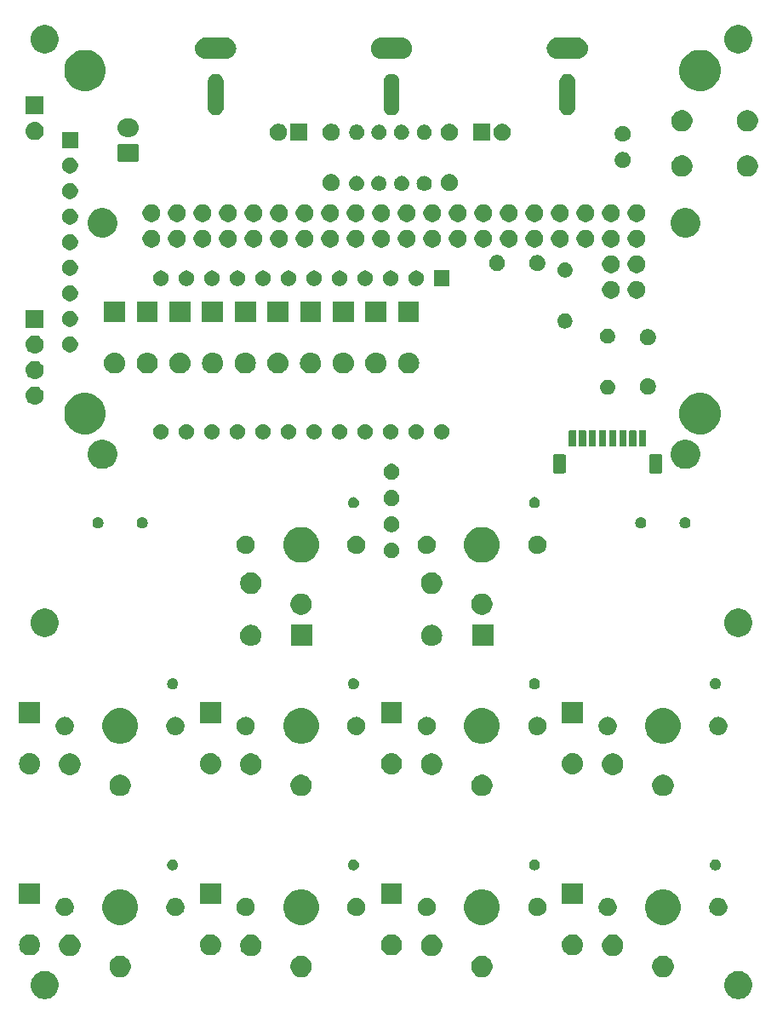
<source format=gbs>
G04 #@! TF.GenerationSoftware,KiCad,Pcbnew,(5.1.2)-1*
G04 #@! TF.CreationDate,2019-07-23T06:59:24+09:00*
G04 #@! TF.ProjectId,ORCA_MINI,4f524341-5f4d-4494-9e49-2e6b69636164,rev?*
G04 #@! TF.SameCoordinates,Original*
G04 #@! TF.FileFunction,Soldermask,Bot*
G04 #@! TF.FilePolarity,Negative*
%FSLAX46Y46*%
G04 Gerber Fmt 4.6, Leading zero omitted, Abs format (unit mm)*
G04 Created by KiCad (PCBNEW (5.1.2)-1) date 2019-07-23 06:59:24*
%MOMM*%
%LPD*%
G04 APERTURE LIST*
%ADD10C,0.100000*%
G04 APERTURE END LIST*
D10*
G36*
X157318433Y-145634893D02*
G01*
X157408657Y-145652839D01*
X157514267Y-145696585D01*
X157663621Y-145758449D01*
X157663622Y-145758450D01*
X157893086Y-145911772D01*
X158088228Y-146106914D01*
X158190675Y-146260237D01*
X158241551Y-146336379D01*
X158347161Y-146591344D01*
X158401000Y-146862012D01*
X158401000Y-147137988D01*
X158347161Y-147408656D01*
X158241551Y-147663621D01*
X158241550Y-147663622D01*
X158088228Y-147893086D01*
X157893086Y-148088228D01*
X157739763Y-148190675D01*
X157663621Y-148241551D01*
X157514267Y-148303415D01*
X157408657Y-148347161D01*
X157318433Y-148365107D01*
X157137988Y-148401000D01*
X156862012Y-148401000D01*
X156681567Y-148365107D01*
X156591343Y-148347161D01*
X156485733Y-148303415D01*
X156336379Y-148241551D01*
X156260237Y-148190675D01*
X156106914Y-148088228D01*
X155911772Y-147893086D01*
X155758450Y-147663622D01*
X155758449Y-147663621D01*
X155652839Y-147408656D01*
X155599000Y-147137988D01*
X155599000Y-146862012D01*
X155652839Y-146591344D01*
X155758449Y-146336379D01*
X155809325Y-146260237D01*
X155911772Y-146106914D01*
X156106914Y-145911772D01*
X156336378Y-145758450D01*
X156336379Y-145758449D01*
X156485733Y-145696585D01*
X156591343Y-145652839D01*
X156681567Y-145634893D01*
X156862012Y-145599000D01*
X157137988Y-145599000D01*
X157318433Y-145634893D01*
X157318433Y-145634893D01*
G37*
G36*
X88318433Y-145634893D02*
G01*
X88408657Y-145652839D01*
X88514267Y-145696585D01*
X88663621Y-145758449D01*
X88663622Y-145758450D01*
X88893086Y-145911772D01*
X89088228Y-146106914D01*
X89190675Y-146260237D01*
X89241551Y-146336379D01*
X89347161Y-146591344D01*
X89401000Y-146862012D01*
X89401000Y-147137988D01*
X89347161Y-147408656D01*
X89241551Y-147663621D01*
X89241550Y-147663622D01*
X89088228Y-147893086D01*
X88893086Y-148088228D01*
X88739763Y-148190675D01*
X88663621Y-148241551D01*
X88514267Y-148303415D01*
X88408657Y-148347161D01*
X88318433Y-148365107D01*
X88137988Y-148401000D01*
X87862012Y-148401000D01*
X87681567Y-148365107D01*
X87591343Y-148347161D01*
X87485733Y-148303415D01*
X87336379Y-148241551D01*
X87260237Y-148190675D01*
X87106914Y-148088228D01*
X86911772Y-147893086D01*
X86758450Y-147663622D01*
X86758449Y-147663621D01*
X86652839Y-147408656D01*
X86599000Y-147137988D01*
X86599000Y-146862012D01*
X86652839Y-146591344D01*
X86758449Y-146336379D01*
X86809325Y-146260237D01*
X86911772Y-146106914D01*
X87106914Y-145911772D01*
X87336378Y-145758450D01*
X87336379Y-145758449D01*
X87485733Y-145696585D01*
X87591343Y-145652839D01*
X87681567Y-145634893D01*
X87862012Y-145599000D01*
X88137988Y-145599000D01*
X88318433Y-145634893D01*
X88318433Y-145634893D01*
G37*
G36*
X149811231Y-144124003D02*
G01*
X150005412Y-144204436D01*
X150005414Y-144204437D01*
X150180173Y-144321207D01*
X150328793Y-144469827D01*
X150445563Y-144644586D01*
X150445564Y-144644588D01*
X150525997Y-144838769D01*
X150567000Y-145044908D01*
X150567000Y-145255092D01*
X150525997Y-145461231D01*
X150446630Y-145652839D01*
X150445563Y-145655414D01*
X150328793Y-145830173D01*
X150180173Y-145978793D01*
X150005414Y-146095563D01*
X150005413Y-146095564D01*
X150005412Y-146095564D01*
X149811231Y-146175997D01*
X149605092Y-146217000D01*
X149394908Y-146217000D01*
X149188769Y-146175997D01*
X148994588Y-146095564D01*
X148994587Y-146095564D01*
X148994586Y-146095563D01*
X148819827Y-145978793D01*
X148671207Y-145830173D01*
X148554437Y-145655414D01*
X148553370Y-145652839D01*
X148474003Y-145461231D01*
X148433000Y-145255092D01*
X148433000Y-145044908D01*
X148474003Y-144838769D01*
X148554436Y-144644588D01*
X148554437Y-144644586D01*
X148671207Y-144469827D01*
X148819827Y-144321207D01*
X148994586Y-144204437D01*
X148994588Y-144204436D01*
X149188769Y-144124003D01*
X149394908Y-144083000D01*
X149605092Y-144083000D01*
X149811231Y-144124003D01*
X149811231Y-144124003D01*
G37*
G36*
X131811231Y-144124003D02*
G01*
X132005412Y-144204436D01*
X132005414Y-144204437D01*
X132180173Y-144321207D01*
X132328793Y-144469827D01*
X132445563Y-144644586D01*
X132445564Y-144644588D01*
X132525997Y-144838769D01*
X132567000Y-145044908D01*
X132567000Y-145255092D01*
X132525997Y-145461231D01*
X132446630Y-145652839D01*
X132445563Y-145655414D01*
X132328793Y-145830173D01*
X132180173Y-145978793D01*
X132005414Y-146095563D01*
X132005413Y-146095564D01*
X132005412Y-146095564D01*
X131811231Y-146175997D01*
X131605092Y-146217000D01*
X131394908Y-146217000D01*
X131188769Y-146175997D01*
X130994588Y-146095564D01*
X130994587Y-146095564D01*
X130994586Y-146095563D01*
X130819827Y-145978793D01*
X130671207Y-145830173D01*
X130554437Y-145655414D01*
X130553370Y-145652839D01*
X130474003Y-145461231D01*
X130433000Y-145255092D01*
X130433000Y-145044908D01*
X130474003Y-144838769D01*
X130554436Y-144644588D01*
X130554437Y-144644586D01*
X130671207Y-144469827D01*
X130819827Y-144321207D01*
X130994586Y-144204437D01*
X130994588Y-144204436D01*
X131188769Y-144124003D01*
X131394908Y-144083000D01*
X131605092Y-144083000D01*
X131811231Y-144124003D01*
X131811231Y-144124003D01*
G37*
G36*
X113811231Y-144124003D02*
G01*
X114005412Y-144204436D01*
X114005414Y-144204437D01*
X114180173Y-144321207D01*
X114328793Y-144469827D01*
X114445563Y-144644586D01*
X114445564Y-144644588D01*
X114525997Y-144838769D01*
X114567000Y-145044908D01*
X114567000Y-145255092D01*
X114525997Y-145461231D01*
X114446630Y-145652839D01*
X114445563Y-145655414D01*
X114328793Y-145830173D01*
X114180173Y-145978793D01*
X114005414Y-146095563D01*
X114005413Y-146095564D01*
X114005412Y-146095564D01*
X113811231Y-146175997D01*
X113605092Y-146217000D01*
X113394908Y-146217000D01*
X113188769Y-146175997D01*
X112994588Y-146095564D01*
X112994587Y-146095564D01*
X112994586Y-146095563D01*
X112819827Y-145978793D01*
X112671207Y-145830173D01*
X112554437Y-145655414D01*
X112553370Y-145652839D01*
X112474003Y-145461231D01*
X112433000Y-145255092D01*
X112433000Y-145044908D01*
X112474003Y-144838769D01*
X112554436Y-144644588D01*
X112554437Y-144644586D01*
X112671207Y-144469827D01*
X112819827Y-144321207D01*
X112994586Y-144204437D01*
X112994588Y-144204436D01*
X113188769Y-144124003D01*
X113394908Y-144083000D01*
X113605092Y-144083000D01*
X113811231Y-144124003D01*
X113811231Y-144124003D01*
G37*
G36*
X95811231Y-144124003D02*
G01*
X96005412Y-144204436D01*
X96005414Y-144204437D01*
X96180173Y-144321207D01*
X96328793Y-144469827D01*
X96445563Y-144644586D01*
X96445564Y-144644588D01*
X96525997Y-144838769D01*
X96567000Y-145044908D01*
X96567000Y-145255092D01*
X96525997Y-145461231D01*
X96446630Y-145652839D01*
X96445563Y-145655414D01*
X96328793Y-145830173D01*
X96180173Y-145978793D01*
X96005414Y-146095563D01*
X96005413Y-146095564D01*
X96005412Y-146095564D01*
X95811231Y-146175997D01*
X95605092Y-146217000D01*
X95394908Y-146217000D01*
X95188769Y-146175997D01*
X94994588Y-146095564D01*
X94994587Y-146095564D01*
X94994586Y-146095563D01*
X94819827Y-145978793D01*
X94671207Y-145830173D01*
X94554437Y-145655414D01*
X94553370Y-145652839D01*
X94474003Y-145461231D01*
X94433000Y-145255092D01*
X94433000Y-145044908D01*
X94474003Y-144838769D01*
X94554436Y-144644588D01*
X94554437Y-144644586D01*
X94671207Y-144469827D01*
X94819827Y-144321207D01*
X94994586Y-144204437D01*
X94994588Y-144204436D01*
X95188769Y-144124003D01*
X95394908Y-144083000D01*
X95605092Y-144083000D01*
X95811231Y-144124003D01*
X95811231Y-144124003D01*
G37*
G36*
X144811231Y-142024003D02*
G01*
X145005412Y-142104436D01*
X145005414Y-142104437D01*
X145180173Y-142221207D01*
X145328793Y-142369827D01*
X145445563Y-142544586D01*
X145445564Y-142544588D01*
X145525997Y-142738769D01*
X145567000Y-142944908D01*
X145567000Y-143155092D01*
X145525997Y-143361231D01*
X145445564Y-143555412D01*
X145445563Y-143555414D01*
X145328793Y-143730173D01*
X145180173Y-143878793D01*
X145005414Y-143995563D01*
X145005413Y-143995564D01*
X145005412Y-143995564D01*
X144811231Y-144075997D01*
X144605092Y-144117000D01*
X144394908Y-144117000D01*
X144188769Y-144075997D01*
X143994588Y-143995564D01*
X143994587Y-143995564D01*
X143994586Y-143995563D01*
X143819827Y-143878793D01*
X143671207Y-143730173D01*
X143554437Y-143555414D01*
X143554436Y-143555412D01*
X143474003Y-143361231D01*
X143433000Y-143155092D01*
X143433000Y-142944908D01*
X143474003Y-142738769D01*
X143554436Y-142544588D01*
X143554437Y-142544586D01*
X143671207Y-142369827D01*
X143819827Y-142221207D01*
X143994586Y-142104437D01*
X143994588Y-142104436D01*
X144188769Y-142024003D01*
X144394908Y-141983000D01*
X144605092Y-141983000D01*
X144811231Y-142024003D01*
X144811231Y-142024003D01*
G37*
G36*
X126811231Y-142024003D02*
G01*
X127005412Y-142104436D01*
X127005414Y-142104437D01*
X127180173Y-142221207D01*
X127328793Y-142369827D01*
X127445563Y-142544586D01*
X127445564Y-142544588D01*
X127525997Y-142738769D01*
X127567000Y-142944908D01*
X127567000Y-143155092D01*
X127525997Y-143361231D01*
X127445564Y-143555412D01*
X127445563Y-143555414D01*
X127328793Y-143730173D01*
X127180173Y-143878793D01*
X127005414Y-143995563D01*
X127005413Y-143995564D01*
X127005412Y-143995564D01*
X126811231Y-144075997D01*
X126605092Y-144117000D01*
X126394908Y-144117000D01*
X126188769Y-144075997D01*
X125994588Y-143995564D01*
X125994587Y-143995564D01*
X125994586Y-143995563D01*
X125819827Y-143878793D01*
X125671207Y-143730173D01*
X125554437Y-143555414D01*
X125554436Y-143555412D01*
X125474003Y-143361231D01*
X125433000Y-143155092D01*
X125433000Y-142944908D01*
X125474003Y-142738769D01*
X125554436Y-142544588D01*
X125554437Y-142544586D01*
X125671207Y-142369827D01*
X125819827Y-142221207D01*
X125994586Y-142104437D01*
X125994588Y-142104436D01*
X126188769Y-142024003D01*
X126394908Y-141983000D01*
X126605092Y-141983000D01*
X126811231Y-142024003D01*
X126811231Y-142024003D01*
G37*
G36*
X90811231Y-142024003D02*
G01*
X91005412Y-142104436D01*
X91005414Y-142104437D01*
X91180173Y-142221207D01*
X91328793Y-142369827D01*
X91445563Y-142544586D01*
X91445564Y-142544588D01*
X91525997Y-142738769D01*
X91567000Y-142944908D01*
X91567000Y-143155092D01*
X91525997Y-143361231D01*
X91445564Y-143555412D01*
X91445563Y-143555414D01*
X91328793Y-143730173D01*
X91180173Y-143878793D01*
X91005414Y-143995563D01*
X91005413Y-143995564D01*
X91005412Y-143995564D01*
X90811231Y-144075997D01*
X90605092Y-144117000D01*
X90394908Y-144117000D01*
X90188769Y-144075997D01*
X89994588Y-143995564D01*
X89994587Y-143995564D01*
X89994586Y-143995563D01*
X89819827Y-143878793D01*
X89671207Y-143730173D01*
X89554437Y-143555414D01*
X89554436Y-143555412D01*
X89474003Y-143361231D01*
X89433000Y-143155092D01*
X89433000Y-142944908D01*
X89474003Y-142738769D01*
X89554436Y-142544588D01*
X89554437Y-142544586D01*
X89671207Y-142369827D01*
X89819827Y-142221207D01*
X89994586Y-142104437D01*
X89994588Y-142104436D01*
X90188769Y-142024003D01*
X90394908Y-141983000D01*
X90605092Y-141983000D01*
X90811231Y-142024003D01*
X90811231Y-142024003D01*
G37*
G36*
X108811231Y-142024003D02*
G01*
X109005412Y-142104436D01*
X109005414Y-142104437D01*
X109180173Y-142221207D01*
X109328793Y-142369827D01*
X109445563Y-142544586D01*
X109445564Y-142544588D01*
X109525997Y-142738769D01*
X109567000Y-142944908D01*
X109567000Y-143155092D01*
X109525997Y-143361231D01*
X109445564Y-143555412D01*
X109445563Y-143555414D01*
X109328793Y-143730173D01*
X109180173Y-143878793D01*
X109005414Y-143995563D01*
X109005413Y-143995564D01*
X109005412Y-143995564D01*
X108811231Y-144075997D01*
X108605092Y-144117000D01*
X108394908Y-144117000D01*
X108188769Y-144075997D01*
X107994588Y-143995564D01*
X107994587Y-143995564D01*
X107994586Y-143995563D01*
X107819827Y-143878793D01*
X107671207Y-143730173D01*
X107554437Y-143555414D01*
X107554436Y-143555412D01*
X107474003Y-143361231D01*
X107433000Y-143155092D01*
X107433000Y-142944908D01*
X107474003Y-142738769D01*
X107554436Y-142544588D01*
X107554437Y-142544586D01*
X107671207Y-142369827D01*
X107819827Y-142221207D01*
X107994586Y-142104437D01*
X107994588Y-142104436D01*
X108188769Y-142024003D01*
X108394908Y-141983000D01*
X108605092Y-141983000D01*
X108811231Y-142024003D01*
X108811231Y-142024003D01*
G37*
G36*
X140603097Y-141954069D02*
G01*
X140706032Y-141964207D01*
X140904146Y-142024305D01*
X140904149Y-142024306D01*
X141000975Y-142076061D01*
X141086729Y-142121897D01*
X141246765Y-142253235D01*
X141378103Y-142413271D01*
X141423939Y-142499025D01*
X141475694Y-142595851D01*
X141475695Y-142595854D01*
X141535793Y-142793968D01*
X141556085Y-143000000D01*
X141535793Y-143206032D01*
X141488713Y-143361231D01*
X141475694Y-143404149D01*
X141423939Y-143500975D01*
X141378103Y-143586729D01*
X141246765Y-143746765D01*
X141086729Y-143878103D01*
X141000975Y-143923939D01*
X140904149Y-143975694D01*
X140904146Y-143975695D01*
X140706032Y-144035793D01*
X140603097Y-144045931D01*
X140551631Y-144051000D01*
X140448369Y-144051000D01*
X140396903Y-144045931D01*
X140293968Y-144035793D01*
X140095854Y-143975695D01*
X140095851Y-143975694D01*
X139999025Y-143923939D01*
X139913271Y-143878103D01*
X139753235Y-143746765D01*
X139621897Y-143586729D01*
X139576061Y-143500975D01*
X139524306Y-143404149D01*
X139511287Y-143361231D01*
X139464207Y-143206032D01*
X139443915Y-143000000D01*
X139464207Y-142793968D01*
X139524305Y-142595854D01*
X139524306Y-142595851D01*
X139576061Y-142499025D01*
X139621897Y-142413271D01*
X139753235Y-142253235D01*
X139913271Y-142121897D01*
X139999025Y-142076061D01*
X140095851Y-142024306D01*
X140095854Y-142024305D01*
X140293968Y-141964207D01*
X140396903Y-141954069D01*
X140448369Y-141949000D01*
X140551631Y-141949000D01*
X140603097Y-141954069D01*
X140603097Y-141954069D01*
G37*
G36*
X122603097Y-141954069D02*
G01*
X122706032Y-141964207D01*
X122904146Y-142024305D01*
X122904149Y-142024306D01*
X123000975Y-142076061D01*
X123086729Y-142121897D01*
X123246765Y-142253235D01*
X123378103Y-142413271D01*
X123423939Y-142499025D01*
X123475694Y-142595851D01*
X123475695Y-142595854D01*
X123535793Y-142793968D01*
X123556085Y-143000000D01*
X123535793Y-143206032D01*
X123488713Y-143361231D01*
X123475694Y-143404149D01*
X123423939Y-143500975D01*
X123378103Y-143586729D01*
X123246765Y-143746765D01*
X123086729Y-143878103D01*
X123000975Y-143923939D01*
X122904149Y-143975694D01*
X122904146Y-143975695D01*
X122706032Y-144035793D01*
X122603097Y-144045931D01*
X122551631Y-144051000D01*
X122448369Y-144051000D01*
X122396903Y-144045931D01*
X122293968Y-144035793D01*
X122095854Y-143975695D01*
X122095851Y-143975694D01*
X121999025Y-143923939D01*
X121913271Y-143878103D01*
X121753235Y-143746765D01*
X121621897Y-143586729D01*
X121576061Y-143500975D01*
X121524306Y-143404149D01*
X121511287Y-143361231D01*
X121464207Y-143206032D01*
X121443915Y-143000000D01*
X121464207Y-142793968D01*
X121524305Y-142595854D01*
X121524306Y-142595851D01*
X121576061Y-142499025D01*
X121621897Y-142413271D01*
X121753235Y-142253235D01*
X121913271Y-142121897D01*
X121999025Y-142076061D01*
X122095851Y-142024306D01*
X122095854Y-142024305D01*
X122293968Y-141964207D01*
X122396903Y-141954069D01*
X122448369Y-141949000D01*
X122551631Y-141949000D01*
X122603097Y-141954069D01*
X122603097Y-141954069D01*
G37*
G36*
X86603097Y-141954069D02*
G01*
X86706032Y-141964207D01*
X86904146Y-142024305D01*
X86904149Y-142024306D01*
X87000975Y-142076061D01*
X87086729Y-142121897D01*
X87246765Y-142253235D01*
X87378103Y-142413271D01*
X87423939Y-142499025D01*
X87475694Y-142595851D01*
X87475695Y-142595854D01*
X87535793Y-142793968D01*
X87556085Y-143000000D01*
X87535793Y-143206032D01*
X87488713Y-143361231D01*
X87475694Y-143404149D01*
X87423939Y-143500975D01*
X87378103Y-143586729D01*
X87246765Y-143746765D01*
X87086729Y-143878103D01*
X87000975Y-143923939D01*
X86904149Y-143975694D01*
X86904146Y-143975695D01*
X86706032Y-144035793D01*
X86603097Y-144045931D01*
X86551631Y-144051000D01*
X86448369Y-144051000D01*
X86396903Y-144045931D01*
X86293968Y-144035793D01*
X86095854Y-143975695D01*
X86095851Y-143975694D01*
X85999025Y-143923939D01*
X85913271Y-143878103D01*
X85753235Y-143746765D01*
X85621897Y-143586729D01*
X85576061Y-143500975D01*
X85524306Y-143404149D01*
X85511287Y-143361231D01*
X85464207Y-143206032D01*
X85443915Y-143000000D01*
X85464207Y-142793968D01*
X85524305Y-142595854D01*
X85524306Y-142595851D01*
X85576061Y-142499025D01*
X85621897Y-142413271D01*
X85753235Y-142253235D01*
X85913271Y-142121897D01*
X85999025Y-142076061D01*
X86095851Y-142024306D01*
X86095854Y-142024305D01*
X86293968Y-141964207D01*
X86396903Y-141954069D01*
X86448369Y-141949000D01*
X86551631Y-141949000D01*
X86603097Y-141954069D01*
X86603097Y-141954069D01*
G37*
G36*
X104603097Y-141954069D02*
G01*
X104706032Y-141964207D01*
X104904146Y-142024305D01*
X104904149Y-142024306D01*
X105000975Y-142076061D01*
X105086729Y-142121897D01*
X105246765Y-142253235D01*
X105378103Y-142413271D01*
X105423939Y-142499025D01*
X105475694Y-142595851D01*
X105475695Y-142595854D01*
X105535793Y-142793968D01*
X105556085Y-143000000D01*
X105535793Y-143206032D01*
X105488713Y-143361231D01*
X105475694Y-143404149D01*
X105423939Y-143500975D01*
X105378103Y-143586729D01*
X105246765Y-143746765D01*
X105086729Y-143878103D01*
X105000975Y-143923939D01*
X104904149Y-143975694D01*
X104904146Y-143975695D01*
X104706032Y-144035793D01*
X104603097Y-144045931D01*
X104551631Y-144051000D01*
X104448369Y-144051000D01*
X104396903Y-144045931D01*
X104293968Y-144035793D01*
X104095854Y-143975695D01*
X104095851Y-143975694D01*
X103999025Y-143923939D01*
X103913271Y-143878103D01*
X103753235Y-143746765D01*
X103621897Y-143586729D01*
X103576061Y-143500975D01*
X103524306Y-143404149D01*
X103511287Y-143361231D01*
X103464207Y-143206032D01*
X103443915Y-143000000D01*
X103464207Y-142793968D01*
X103524305Y-142595854D01*
X103524306Y-142595851D01*
X103576061Y-142499025D01*
X103621897Y-142413271D01*
X103753235Y-142253235D01*
X103913271Y-142121897D01*
X103999025Y-142076061D01*
X104095851Y-142024306D01*
X104095854Y-142024305D01*
X104293968Y-141964207D01*
X104396903Y-141954069D01*
X104448369Y-141949000D01*
X104551631Y-141949000D01*
X104603097Y-141954069D01*
X104603097Y-141954069D01*
G37*
G36*
X96014976Y-137552347D02*
G01*
X96336276Y-137685434D01*
X96336278Y-137685435D01*
X96625440Y-137878647D01*
X96871353Y-138124560D01*
X97020718Y-138348100D01*
X97064566Y-138413724D01*
X97197653Y-138735024D01*
X97265500Y-139076112D01*
X97265500Y-139423888D01*
X97197653Y-139764976D01*
X97120784Y-139950554D01*
X97064565Y-140086278D01*
X96871353Y-140375440D01*
X96625440Y-140621353D01*
X96336278Y-140814565D01*
X96336277Y-140814566D01*
X96336276Y-140814566D01*
X96014976Y-140947653D01*
X95673888Y-141015500D01*
X95326112Y-141015500D01*
X94985024Y-140947653D01*
X94663724Y-140814566D01*
X94663723Y-140814566D01*
X94663722Y-140814565D01*
X94374560Y-140621353D01*
X94128647Y-140375440D01*
X93935435Y-140086278D01*
X93879216Y-139950554D01*
X93802347Y-139764976D01*
X93734500Y-139423888D01*
X93734500Y-139076112D01*
X93802347Y-138735024D01*
X93935434Y-138413724D01*
X93979283Y-138348100D01*
X94128647Y-138124560D01*
X94374560Y-137878647D01*
X94663722Y-137685435D01*
X94663724Y-137685434D01*
X94985024Y-137552347D01*
X95326112Y-137484500D01*
X95673888Y-137484500D01*
X96014976Y-137552347D01*
X96014976Y-137552347D01*
G37*
G36*
X150014976Y-137552347D02*
G01*
X150336276Y-137685434D01*
X150336278Y-137685435D01*
X150625440Y-137878647D01*
X150871353Y-138124560D01*
X151020718Y-138348100D01*
X151064566Y-138413724D01*
X151197653Y-138735024D01*
X151265500Y-139076112D01*
X151265500Y-139423888D01*
X151197653Y-139764976D01*
X151120784Y-139950554D01*
X151064565Y-140086278D01*
X150871353Y-140375440D01*
X150625440Y-140621353D01*
X150336278Y-140814565D01*
X150336277Y-140814566D01*
X150336276Y-140814566D01*
X150014976Y-140947653D01*
X149673888Y-141015500D01*
X149326112Y-141015500D01*
X148985024Y-140947653D01*
X148663724Y-140814566D01*
X148663723Y-140814566D01*
X148663722Y-140814565D01*
X148374560Y-140621353D01*
X148128647Y-140375440D01*
X147935435Y-140086278D01*
X147879216Y-139950554D01*
X147802347Y-139764976D01*
X147734500Y-139423888D01*
X147734500Y-139076112D01*
X147802347Y-138735024D01*
X147935434Y-138413724D01*
X147979283Y-138348100D01*
X148128647Y-138124560D01*
X148374560Y-137878647D01*
X148663722Y-137685435D01*
X148663724Y-137685434D01*
X148985024Y-137552347D01*
X149326112Y-137484500D01*
X149673888Y-137484500D01*
X150014976Y-137552347D01*
X150014976Y-137552347D01*
G37*
G36*
X132014976Y-137552347D02*
G01*
X132336276Y-137685434D01*
X132336278Y-137685435D01*
X132625440Y-137878647D01*
X132871353Y-138124560D01*
X133020718Y-138348100D01*
X133064566Y-138413724D01*
X133197653Y-138735024D01*
X133265500Y-139076112D01*
X133265500Y-139423888D01*
X133197653Y-139764976D01*
X133120784Y-139950554D01*
X133064565Y-140086278D01*
X132871353Y-140375440D01*
X132625440Y-140621353D01*
X132336278Y-140814565D01*
X132336277Y-140814566D01*
X132336276Y-140814566D01*
X132014976Y-140947653D01*
X131673888Y-141015500D01*
X131326112Y-141015500D01*
X130985024Y-140947653D01*
X130663724Y-140814566D01*
X130663723Y-140814566D01*
X130663722Y-140814565D01*
X130374560Y-140621353D01*
X130128647Y-140375440D01*
X129935435Y-140086278D01*
X129879216Y-139950554D01*
X129802347Y-139764976D01*
X129734500Y-139423888D01*
X129734500Y-139076112D01*
X129802347Y-138735024D01*
X129935434Y-138413724D01*
X129979283Y-138348100D01*
X130128647Y-138124560D01*
X130374560Y-137878647D01*
X130663722Y-137685435D01*
X130663724Y-137685434D01*
X130985024Y-137552347D01*
X131326112Y-137484500D01*
X131673888Y-137484500D01*
X132014976Y-137552347D01*
X132014976Y-137552347D01*
G37*
G36*
X114014976Y-137552347D02*
G01*
X114336276Y-137685434D01*
X114336278Y-137685435D01*
X114625440Y-137878647D01*
X114871353Y-138124560D01*
X115020718Y-138348100D01*
X115064566Y-138413724D01*
X115197653Y-138735024D01*
X115265500Y-139076112D01*
X115265500Y-139423888D01*
X115197653Y-139764976D01*
X115120784Y-139950554D01*
X115064565Y-140086278D01*
X114871353Y-140375440D01*
X114625440Y-140621353D01*
X114336278Y-140814565D01*
X114336277Y-140814566D01*
X114336276Y-140814566D01*
X114014976Y-140947653D01*
X113673888Y-141015500D01*
X113326112Y-141015500D01*
X112985024Y-140947653D01*
X112663724Y-140814566D01*
X112663723Y-140814566D01*
X112663722Y-140814565D01*
X112374560Y-140621353D01*
X112128647Y-140375440D01*
X111935435Y-140086278D01*
X111879216Y-139950554D01*
X111802347Y-139764976D01*
X111734500Y-139423888D01*
X111734500Y-139076112D01*
X111802347Y-138735024D01*
X111935434Y-138413724D01*
X111979283Y-138348100D01*
X112128647Y-138124560D01*
X112374560Y-137878647D01*
X112663722Y-137685435D01*
X112663724Y-137685434D01*
X112985024Y-137552347D01*
X113326112Y-137484500D01*
X113673888Y-137484500D01*
X114014976Y-137552347D01*
X114014976Y-137552347D01*
G37*
G36*
X144175952Y-138365430D02*
G01*
X144263075Y-138382759D01*
X144372498Y-138428084D01*
X144427211Y-138450747D01*
X144573933Y-138548783D01*
X144574928Y-138549448D01*
X144700552Y-138675072D01*
X144700554Y-138675075D01*
X144799253Y-138822789D01*
X144799253Y-138822790D01*
X144867241Y-138986925D01*
X144901900Y-139161171D01*
X144901900Y-139338829D01*
X144867241Y-139513075D01*
X144821916Y-139622498D01*
X144799253Y-139677211D01*
X144740610Y-139764977D01*
X144700552Y-139824928D01*
X144574928Y-139950552D01*
X144574925Y-139950554D01*
X144427211Y-140049253D01*
X144372498Y-140071916D01*
X144263075Y-140117241D01*
X144175952Y-140134570D01*
X144088831Y-140151900D01*
X143911169Y-140151900D01*
X143824048Y-140134570D01*
X143736925Y-140117241D01*
X143627502Y-140071916D01*
X143572789Y-140049253D01*
X143425075Y-139950554D01*
X143425072Y-139950552D01*
X143299448Y-139824928D01*
X143259390Y-139764977D01*
X143200747Y-139677211D01*
X143178084Y-139622498D01*
X143132759Y-139513075D01*
X143098100Y-139338829D01*
X143098100Y-139161171D01*
X143132759Y-138986925D01*
X143200747Y-138822790D01*
X143200747Y-138822789D01*
X143299446Y-138675075D01*
X143299448Y-138675072D01*
X143425072Y-138549448D01*
X143426067Y-138548783D01*
X143572789Y-138450747D01*
X143627502Y-138428084D01*
X143736925Y-138382759D01*
X143824048Y-138365430D01*
X143911169Y-138348100D01*
X144088831Y-138348100D01*
X144175952Y-138365430D01*
X144175952Y-138365430D01*
G37*
G36*
X126175952Y-138365430D02*
G01*
X126263075Y-138382759D01*
X126372498Y-138428084D01*
X126427211Y-138450747D01*
X126573933Y-138548783D01*
X126574928Y-138549448D01*
X126700552Y-138675072D01*
X126700554Y-138675075D01*
X126799253Y-138822789D01*
X126799253Y-138822790D01*
X126867241Y-138986925D01*
X126901900Y-139161171D01*
X126901900Y-139338829D01*
X126867241Y-139513075D01*
X126821916Y-139622498D01*
X126799253Y-139677211D01*
X126740610Y-139764977D01*
X126700552Y-139824928D01*
X126574928Y-139950552D01*
X126574925Y-139950554D01*
X126427211Y-140049253D01*
X126372498Y-140071916D01*
X126263075Y-140117241D01*
X126175952Y-140134570D01*
X126088831Y-140151900D01*
X125911169Y-140151900D01*
X125824048Y-140134570D01*
X125736925Y-140117241D01*
X125627502Y-140071916D01*
X125572789Y-140049253D01*
X125425075Y-139950554D01*
X125425072Y-139950552D01*
X125299448Y-139824928D01*
X125259390Y-139764977D01*
X125200747Y-139677211D01*
X125178084Y-139622498D01*
X125132759Y-139513075D01*
X125098100Y-139338829D01*
X125098100Y-139161171D01*
X125132759Y-138986925D01*
X125200747Y-138822790D01*
X125200747Y-138822789D01*
X125299446Y-138675075D01*
X125299448Y-138675072D01*
X125425072Y-138549448D01*
X125426067Y-138548783D01*
X125572789Y-138450747D01*
X125627502Y-138428084D01*
X125736925Y-138382759D01*
X125824048Y-138365430D01*
X125911169Y-138348100D01*
X126088831Y-138348100D01*
X126175952Y-138365430D01*
X126175952Y-138365430D01*
G37*
G36*
X108175952Y-138365430D02*
G01*
X108263075Y-138382759D01*
X108372498Y-138428084D01*
X108427211Y-138450747D01*
X108573933Y-138548783D01*
X108574928Y-138549448D01*
X108700552Y-138675072D01*
X108700554Y-138675075D01*
X108799253Y-138822789D01*
X108799253Y-138822790D01*
X108867241Y-138986925D01*
X108901900Y-139161171D01*
X108901900Y-139338829D01*
X108867241Y-139513075D01*
X108821916Y-139622498D01*
X108799253Y-139677211D01*
X108740610Y-139764977D01*
X108700552Y-139824928D01*
X108574928Y-139950552D01*
X108574925Y-139950554D01*
X108427211Y-140049253D01*
X108372498Y-140071916D01*
X108263075Y-140117241D01*
X108175952Y-140134570D01*
X108088831Y-140151900D01*
X107911169Y-140151900D01*
X107824048Y-140134570D01*
X107736925Y-140117241D01*
X107627502Y-140071916D01*
X107572789Y-140049253D01*
X107425075Y-139950554D01*
X107425072Y-139950552D01*
X107299448Y-139824928D01*
X107259390Y-139764977D01*
X107200747Y-139677211D01*
X107178084Y-139622498D01*
X107132759Y-139513075D01*
X107098100Y-139338829D01*
X107098100Y-139161171D01*
X107132759Y-138986925D01*
X107200747Y-138822790D01*
X107200747Y-138822789D01*
X107299446Y-138675075D01*
X107299448Y-138675072D01*
X107425072Y-138549448D01*
X107426067Y-138548783D01*
X107572789Y-138450747D01*
X107627502Y-138428084D01*
X107736925Y-138382759D01*
X107824048Y-138365430D01*
X107911169Y-138348100D01*
X108088831Y-138348100D01*
X108175952Y-138365430D01*
X108175952Y-138365430D01*
G37*
G36*
X90175952Y-138365430D02*
G01*
X90263075Y-138382759D01*
X90372498Y-138428084D01*
X90427211Y-138450747D01*
X90573933Y-138548783D01*
X90574928Y-138549448D01*
X90700552Y-138675072D01*
X90700554Y-138675075D01*
X90799253Y-138822789D01*
X90799253Y-138822790D01*
X90867241Y-138986925D01*
X90901900Y-139161171D01*
X90901900Y-139338829D01*
X90867241Y-139513075D01*
X90821916Y-139622498D01*
X90799253Y-139677211D01*
X90740610Y-139764977D01*
X90700552Y-139824928D01*
X90574928Y-139950552D01*
X90574925Y-139950554D01*
X90427211Y-140049253D01*
X90372498Y-140071916D01*
X90263075Y-140117241D01*
X90175952Y-140134570D01*
X90088831Y-140151900D01*
X89911169Y-140151900D01*
X89824048Y-140134570D01*
X89736925Y-140117241D01*
X89627502Y-140071916D01*
X89572789Y-140049253D01*
X89425075Y-139950554D01*
X89425072Y-139950552D01*
X89299448Y-139824928D01*
X89259390Y-139764977D01*
X89200747Y-139677211D01*
X89178084Y-139622498D01*
X89132759Y-139513075D01*
X89098100Y-139338829D01*
X89098100Y-139161171D01*
X89132759Y-138986925D01*
X89200747Y-138822790D01*
X89200747Y-138822789D01*
X89299446Y-138675075D01*
X89299448Y-138675072D01*
X89425072Y-138549448D01*
X89426067Y-138548783D01*
X89572789Y-138450747D01*
X89627502Y-138428084D01*
X89736925Y-138382759D01*
X89824048Y-138365430D01*
X89911169Y-138348100D01*
X90088831Y-138348100D01*
X90175952Y-138365430D01*
X90175952Y-138365430D01*
G37*
G36*
X101175952Y-138365430D02*
G01*
X101263075Y-138382759D01*
X101372498Y-138428084D01*
X101427211Y-138450747D01*
X101573933Y-138548783D01*
X101574928Y-138549448D01*
X101700552Y-138675072D01*
X101700554Y-138675075D01*
X101799253Y-138822789D01*
X101799253Y-138822790D01*
X101867241Y-138986925D01*
X101901900Y-139161171D01*
X101901900Y-139338829D01*
X101867241Y-139513075D01*
X101821916Y-139622498D01*
X101799253Y-139677211D01*
X101740610Y-139764977D01*
X101700552Y-139824928D01*
X101574928Y-139950552D01*
X101574925Y-139950554D01*
X101427211Y-140049253D01*
X101372498Y-140071916D01*
X101263075Y-140117241D01*
X101175952Y-140134570D01*
X101088831Y-140151900D01*
X100911169Y-140151900D01*
X100824048Y-140134570D01*
X100736925Y-140117241D01*
X100627502Y-140071916D01*
X100572789Y-140049253D01*
X100425075Y-139950554D01*
X100425072Y-139950552D01*
X100299448Y-139824928D01*
X100259390Y-139764977D01*
X100200747Y-139677211D01*
X100178084Y-139622498D01*
X100132759Y-139513075D01*
X100098100Y-139338829D01*
X100098100Y-139161171D01*
X100132759Y-138986925D01*
X100200747Y-138822790D01*
X100200747Y-138822789D01*
X100299446Y-138675075D01*
X100299448Y-138675072D01*
X100425072Y-138549448D01*
X100426067Y-138548783D01*
X100572789Y-138450747D01*
X100627502Y-138428084D01*
X100736925Y-138382759D01*
X100824048Y-138365430D01*
X100911169Y-138348100D01*
X101088831Y-138348100D01*
X101175952Y-138365430D01*
X101175952Y-138365430D01*
G37*
G36*
X119175952Y-138365430D02*
G01*
X119263075Y-138382759D01*
X119372498Y-138428084D01*
X119427211Y-138450747D01*
X119573933Y-138548783D01*
X119574928Y-138549448D01*
X119700552Y-138675072D01*
X119700554Y-138675075D01*
X119799253Y-138822789D01*
X119799253Y-138822790D01*
X119867241Y-138986925D01*
X119901900Y-139161171D01*
X119901900Y-139338829D01*
X119867241Y-139513075D01*
X119821916Y-139622498D01*
X119799253Y-139677211D01*
X119740610Y-139764977D01*
X119700552Y-139824928D01*
X119574928Y-139950552D01*
X119574925Y-139950554D01*
X119427211Y-140049253D01*
X119372498Y-140071916D01*
X119263075Y-140117241D01*
X119175952Y-140134570D01*
X119088831Y-140151900D01*
X118911169Y-140151900D01*
X118824048Y-140134570D01*
X118736925Y-140117241D01*
X118627502Y-140071916D01*
X118572789Y-140049253D01*
X118425075Y-139950554D01*
X118425072Y-139950552D01*
X118299448Y-139824928D01*
X118259390Y-139764977D01*
X118200747Y-139677211D01*
X118178084Y-139622498D01*
X118132759Y-139513075D01*
X118098100Y-139338829D01*
X118098100Y-139161171D01*
X118132759Y-138986925D01*
X118200747Y-138822790D01*
X118200747Y-138822789D01*
X118299446Y-138675075D01*
X118299448Y-138675072D01*
X118425072Y-138549448D01*
X118426067Y-138548783D01*
X118572789Y-138450747D01*
X118627502Y-138428084D01*
X118736925Y-138382759D01*
X118824048Y-138365430D01*
X118911169Y-138348100D01*
X119088831Y-138348100D01*
X119175952Y-138365430D01*
X119175952Y-138365430D01*
G37*
G36*
X155175952Y-138365430D02*
G01*
X155263075Y-138382759D01*
X155372498Y-138428084D01*
X155427211Y-138450747D01*
X155573933Y-138548783D01*
X155574928Y-138549448D01*
X155700552Y-138675072D01*
X155700554Y-138675075D01*
X155799253Y-138822789D01*
X155799253Y-138822790D01*
X155867241Y-138986925D01*
X155901900Y-139161171D01*
X155901900Y-139338829D01*
X155867241Y-139513075D01*
X155821916Y-139622498D01*
X155799253Y-139677211D01*
X155740610Y-139764977D01*
X155700552Y-139824928D01*
X155574928Y-139950552D01*
X155574925Y-139950554D01*
X155427211Y-140049253D01*
X155372498Y-140071916D01*
X155263075Y-140117241D01*
X155175952Y-140134570D01*
X155088831Y-140151900D01*
X154911169Y-140151900D01*
X154824048Y-140134570D01*
X154736925Y-140117241D01*
X154627502Y-140071916D01*
X154572789Y-140049253D01*
X154425075Y-139950554D01*
X154425072Y-139950552D01*
X154299448Y-139824928D01*
X154259390Y-139764977D01*
X154200747Y-139677211D01*
X154178084Y-139622498D01*
X154132759Y-139513075D01*
X154098100Y-139338829D01*
X154098100Y-139161171D01*
X154132759Y-138986925D01*
X154200747Y-138822790D01*
X154200747Y-138822789D01*
X154299446Y-138675075D01*
X154299448Y-138675072D01*
X154425072Y-138549448D01*
X154426067Y-138548783D01*
X154572789Y-138450747D01*
X154627502Y-138428084D01*
X154736925Y-138382759D01*
X154824048Y-138365430D01*
X154911169Y-138348100D01*
X155088831Y-138348100D01*
X155175952Y-138365430D01*
X155175952Y-138365430D01*
G37*
G36*
X137175952Y-138365430D02*
G01*
X137263075Y-138382759D01*
X137372498Y-138428084D01*
X137427211Y-138450747D01*
X137573933Y-138548783D01*
X137574928Y-138549448D01*
X137700552Y-138675072D01*
X137700554Y-138675075D01*
X137799253Y-138822789D01*
X137799253Y-138822790D01*
X137867241Y-138986925D01*
X137901900Y-139161171D01*
X137901900Y-139338829D01*
X137867241Y-139513075D01*
X137821916Y-139622498D01*
X137799253Y-139677211D01*
X137740610Y-139764977D01*
X137700552Y-139824928D01*
X137574928Y-139950552D01*
X137574925Y-139950554D01*
X137427211Y-140049253D01*
X137372498Y-140071916D01*
X137263075Y-140117241D01*
X137175952Y-140134570D01*
X137088831Y-140151900D01*
X136911169Y-140151900D01*
X136824048Y-140134570D01*
X136736925Y-140117241D01*
X136627502Y-140071916D01*
X136572789Y-140049253D01*
X136425075Y-139950554D01*
X136425072Y-139950552D01*
X136299448Y-139824928D01*
X136259390Y-139764977D01*
X136200747Y-139677211D01*
X136178084Y-139622498D01*
X136132759Y-139513075D01*
X136098100Y-139338829D01*
X136098100Y-139161171D01*
X136132759Y-138986925D01*
X136200747Y-138822790D01*
X136200747Y-138822789D01*
X136299446Y-138675075D01*
X136299448Y-138675072D01*
X136425072Y-138549448D01*
X136426067Y-138548783D01*
X136572789Y-138450747D01*
X136627502Y-138428084D01*
X136736925Y-138382759D01*
X136824048Y-138365430D01*
X136911169Y-138348100D01*
X137088831Y-138348100D01*
X137175952Y-138365430D01*
X137175952Y-138365430D01*
G37*
G36*
X87551000Y-138971000D02*
G01*
X85449000Y-138971000D01*
X85449000Y-136869000D01*
X87551000Y-136869000D01*
X87551000Y-138971000D01*
X87551000Y-138971000D01*
G37*
G36*
X141551000Y-138971000D02*
G01*
X139449000Y-138971000D01*
X139449000Y-136869000D01*
X141551000Y-136869000D01*
X141551000Y-138971000D01*
X141551000Y-138971000D01*
G37*
G36*
X123551000Y-138971000D02*
G01*
X121449000Y-138971000D01*
X121449000Y-136869000D01*
X123551000Y-136869000D01*
X123551000Y-138971000D01*
X123551000Y-138971000D01*
G37*
G36*
X105551000Y-138971000D02*
G01*
X103449000Y-138971000D01*
X103449000Y-136869000D01*
X105551000Y-136869000D01*
X105551000Y-138971000D01*
X105551000Y-138971000D01*
G37*
G36*
X100826578Y-134514197D02*
G01*
X100879350Y-134524694D01*
X100978770Y-134565875D01*
X101068246Y-134625661D01*
X101144339Y-134701754D01*
X101204125Y-134791230D01*
X101245306Y-134890650D01*
X101266300Y-134996194D01*
X101266300Y-135103806D01*
X101245306Y-135209350D01*
X101204125Y-135308770D01*
X101144339Y-135398246D01*
X101068246Y-135474339D01*
X100978770Y-135534125D01*
X100879350Y-135575306D01*
X100826578Y-135585803D01*
X100773807Y-135596300D01*
X100666193Y-135596300D01*
X100613422Y-135585803D01*
X100560650Y-135575306D01*
X100461230Y-135534125D01*
X100371754Y-135474339D01*
X100295661Y-135398246D01*
X100235875Y-135308770D01*
X100194694Y-135209350D01*
X100173700Y-135103806D01*
X100173700Y-134996194D01*
X100194694Y-134890650D01*
X100235875Y-134791230D01*
X100295661Y-134701754D01*
X100371754Y-134625661D01*
X100461230Y-134565875D01*
X100560650Y-134524694D01*
X100613422Y-134514197D01*
X100666193Y-134503700D01*
X100773807Y-134503700D01*
X100826578Y-134514197D01*
X100826578Y-134514197D01*
G37*
G36*
X118826578Y-134514197D02*
G01*
X118879350Y-134524694D01*
X118978770Y-134565875D01*
X119068246Y-134625661D01*
X119144339Y-134701754D01*
X119204125Y-134791230D01*
X119245306Y-134890650D01*
X119266300Y-134996194D01*
X119266300Y-135103806D01*
X119245306Y-135209350D01*
X119204125Y-135308770D01*
X119144339Y-135398246D01*
X119068246Y-135474339D01*
X118978770Y-135534125D01*
X118879350Y-135575306D01*
X118826578Y-135585803D01*
X118773807Y-135596300D01*
X118666193Y-135596300D01*
X118613422Y-135585803D01*
X118560650Y-135575306D01*
X118461230Y-135534125D01*
X118371754Y-135474339D01*
X118295661Y-135398246D01*
X118235875Y-135308770D01*
X118194694Y-135209350D01*
X118173700Y-135103806D01*
X118173700Y-134996194D01*
X118194694Y-134890650D01*
X118235875Y-134791230D01*
X118295661Y-134701754D01*
X118371754Y-134625661D01*
X118461230Y-134565875D01*
X118560650Y-134524694D01*
X118613422Y-134514197D01*
X118666193Y-134503700D01*
X118773807Y-134503700D01*
X118826578Y-134514197D01*
X118826578Y-134514197D01*
G37*
G36*
X154826578Y-134514197D02*
G01*
X154879350Y-134524694D01*
X154978770Y-134565875D01*
X155068246Y-134625661D01*
X155144339Y-134701754D01*
X155204125Y-134791230D01*
X155245306Y-134890650D01*
X155266300Y-134996194D01*
X155266300Y-135103806D01*
X155245306Y-135209350D01*
X155204125Y-135308770D01*
X155144339Y-135398246D01*
X155068246Y-135474339D01*
X154978770Y-135534125D01*
X154879350Y-135575306D01*
X154826578Y-135585803D01*
X154773807Y-135596300D01*
X154666193Y-135596300D01*
X154613422Y-135585803D01*
X154560650Y-135575306D01*
X154461230Y-135534125D01*
X154371754Y-135474339D01*
X154295661Y-135398246D01*
X154235875Y-135308770D01*
X154194694Y-135209350D01*
X154173700Y-135103806D01*
X154173700Y-134996194D01*
X154194694Y-134890650D01*
X154235875Y-134791230D01*
X154295661Y-134701754D01*
X154371754Y-134625661D01*
X154461230Y-134565875D01*
X154560650Y-134524694D01*
X154613422Y-134514197D01*
X154666193Y-134503700D01*
X154773807Y-134503700D01*
X154826578Y-134514197D01*
X154826578Y-134514197D01*
G37*
G36*
X136826578Y-134514197D02*
G01*
X136879350Y-134524694D01*
X136978770Y-134565875D01*
X137068246Y-134625661D01*
X137144339Y-134701754D01*
X137204125Y-134791230D01*
X137245306Y-134890650D01*
X137266300Y-134996194D01*
X137266300Y-135103806D01*
X137245306Y-135209350D01*
X137204125Y-135308770D01*
X137144339Y-135398246D01*
X137068246Y-135474339D01*
X136978770Y-135534125D01*
X136879350Y-135575306D01*
X136826578Y-135585803D01*
X136773807Y-135596300D01*
X136666193Y-135596300D01*
X136613422Y-135585803D01*
X136560650Y-135575306D01*
X136461230Y-135534125D01*
X136371754Y-135474339D01*
X136295661Y-135398246D01*
X136235875Y-135308770D01*
X136194694Y-135209350D01*
X136173700Y-135103806D01*
X136173700Y-134996194D01*
X136194694Y-134890650D01*
X136235875Y-134791230D01*
X136295661Y-134701754D01*
X136371754Y-134625661D01*
X136461230Y-134565875D01*
X136560650Y-134524694D01*
X136613422Y-134514197D01*
X136666193Y-134503700D01*
X136773807Y-134503700D01*
X136826578Y-134514197D01*
X136826578Y-134514197D01*
G37*
G36*
X149811231Y-126124003D02*
G01*
X150005412Y-126204436D01*
X150005414Y-126204437D01*
X150180173Y-126321207D01*
X150328793Y-126469827D01*
X150445563Y-126644586D01*
X150445564Y-126644588D01*
X150525997Y-126838769D01*
X150567000Y-127044908D01*
X150567000Y-127255092D01*
X150525997Y-127461231D01*
X150445564Y-127655412D01*
X150445563Y-127655414D01*
X150328793Y-127830173D01*
X150180173Y-127978793D01*
X150005414Y-128095563D01*
X150005413Y-128095564D01*
X150005412Y-128095564D01*
X149811231Y-128175997D01*
X149605092Y-128217000D01*
X149394908Y-128217000D01*
X149188769Y-128175997D01*
X148994588Y-128095564D01*
X148994587Y-128095564D01*
X148994586Y-128095563D01*
X148819827Y-127978793D01*
X148671207Y-127830173D01*
X148554437Y-127655414D01*
X148554436Y-127655412D01*
X148474003Y-127461231D01*
X148433000Y-127255092D01*
X148433000Y-127044908D01*
X148474003Y-126838769D01*
X148554436Y-126644588D01*
X148554437Y-126644586D01*
X148671207Y-126469827D01*
X148819827Y-126321207D01*
X148994586Y-126204437D01*
X148994588Y-126204436D01*
X149188769Y-126124003D01*
X149394908Y-126083000D01*
X149605092Y-126083000D01*
X149811231Y-126124003D01*
X149811231Y-126124003D01*
G37*
G36*
X95811231Y-126124003D02*
G01*
X96005412Y-126204436D01*
X96005414Y-126204437D01*
X96180173Y-126321207D01*
X96328793Y-126469827D01*
X96445563Y-126644586D01*
X96445564Y-126644588D01*
X96525997Y-126838769D01*
X96567000Y-127044908D01*
X96567000Y-127255092D01*
X96525997Y-127461231D01*
X96445564Y-127655412D01*
X96445563Y-127655414D01*
X96328793Y-127830173D01*
X96180173Y-127978793D01*
X96005414Y-128095563D01*
X96005413Y-128095564D01*
X96005412Y-128095564D01*
X95811231Y-128175997D01*
X95605092Y-128217000D01*
X95394908Y-128217000D01*
X95188769Y-128175997D01*
X94994588Y-128095564D01*
X94994587Y-128095564D01*
X94994586Y-128095563D01*
X94819827Y-127978793D01*
X94671207Y-127830173D01*
X94554437Y-127655414D01*
X94554436Y-127655412D01*
X94474003Y-127461231D01*
X94433000Y-127255092D01*
X94433000Y-127044908D01*
X94474003Y-126838769D01*
X94554436Y-126644588D01*
X94554437Y-126644586D01*
X94671207Y-126469827D01*
X94819827Y-126321207D01*
X94994586Y-126204437D01*
X94994588Y-126204436D01*
X95188769Y-126124003D01*
X95394908Y-126083000D01*
X95605092Y-126083000D01*
X95811231Y-126124003D01*
X95811231Y-126124003D01*
G37*
G36*
X113811231Y-126124003D02*
G01*
X114005412Y-126204436D01*
X114005414Y-126204437D01*
X114180173Y-126321207D01*
X114328793Y-126469827D01*
X114445563Y-126644586D01*
X114445564Y-126644588D01*
X114525997Y-126838769D01*
X114567000Y-127044908D01*
X114567000Y-127255092D01*
X114525997Y-127461231D01*
X114445564Y-127655412D01*
X114445563Y-127655414D01*
X114328793Y-127830173D01*
X114180173Y-127978793D01*
X114005414Y-128095563D01*
X114005413Y-128095564D01*
X114005412Y-128095564D01*
X113811231Y-128175997D01*
X113605092Y-128217000D01*
X113394908Y-128217000D01*
X113188769Y-128175997D01*
X112994588Y-128095564D01*
X112994587Y-128095564D01*
X112994586Y-128095563D01*
X112819827Y-127978793D01*
X112671207Y-127830173D01*
X112554437Y-127655414D01*
X112554436Y-127655412D01*
X112474003Y-127461231D01*
X112433000Y-127255092D01*
X112433000Y-127044908D01*
X112474003Y-126838769D01*
X112554436Y-126644588D01*
X112554437Y-126644586D01*
X112671207Y-126469827D01*
X112819827Y-126321207D01*
X112994586Y-126204437D01*
X112994588Y-126204436D01*
X113188769Y-126124003D01*
X113394908Y-126083000D01*
X113605092Y-126083000D01*
X113811231Y-126124003D01*
X113811231Y-126124003D01*
G37*
G36*
X131811231Y-126124003D02*
G01*
X132005412Y-126204436D01*
X132005414Y-126204437D01*
X132180173Y-126321207D01*
X132328793Y-126469827D01*
X132445563Y-126644586D01*
X132445564Y-126644588D01*
X132525997Y-126838769D01*
X132567000Y-127044908D01*
X132567000Y-127255092D01*
X132525997Y-127461231D01*
X132445564Y-127655412D01*
X132445563Y-127655414D01*
X132328793Y-127830173D01*
X132180173Y-127978793D01*
X132005414Y-128095563D01*
X132005413Y-128095564D01*
X132005412Y-128095564D01*
X131811231Y-128175997D01*
X131605092Y-128217000D01*
X131394908Y-128217000D01*
X131188769Y-128175997D01*
X130994588Y-128095564D01*
X130994587Y-128095564D01*
X130994586Y-128095563D01*
X130819827Y-127978793D01*
X130671207Y-127830173D01*
X130554437Y-127655414D01*
X130554436Y-127655412D01*
X130474003Y-127461231D01*
X130433000Y-127255092D01*
X130433000Y-127044908D01*
X130474003Y-126838769D01*
X130554436Y-126644588D01*
X130554437Y-126644586D01*
X130671207Y-126469827D01*
X130819827Y-126321207D01*
X130994586Y-126204437D01*
X130994588Y-126204436D01*
X131188769Y-126124003D01*
X131394908Y-126083000D01*
X131605092Y-126083000D01*
X131811231Y-126124003D01*
X131811231Y-126124003D01*
G37*
G36*
X126811231Y-124024003D02*
G01*
X127005412Y-124104436D01*
X127005414Y-124104437D01*
X127180173Y-124221207D01*
X127328793Y-124369827D01*
X127445563Y-124544586D01*
X127445564Y-124544588D01*
X127525997Y-124738769D01*
X127567000Y-124944908D01*
X127567000Y-125155092D01*
X127525997Y-125361231D01*
X127445564Y-125555412D01*
X127445563Y-125555414D01*
X127328793Y-125730173D01*
X127180173Y-125878793D01*
X127005414Y-125995563D01*
X127005413Y-125995564D01*
X127005412Y-125995564D01*
X126811231Y-126075997D01*
X126605092Y-126117000D01*
X126394908Y-126117000D01*
X126188769Y-126075997D01*
X125994588Y-125995564D01*
X125994587Y-125995564D01*
X125994586Y-125995563D01*
X125819827Y-125878793D01*
X125671207Y-125730173D01*
X125554437Y-125555414D01*
X125554436Y-125555412D01*
X125474003Y-125361231D01*
X125433000Y-125155092D01*
X125433000Y-124944908D01*
X125474003Y-124738769D01*
X125554436Y-124544588D01*
X125554437Y-124544586D01*
X125671207Y-124369827D01*
X125819827Y-124221207D01*
X125994586Y-124104437D01*
X125994588Y-124104436D01*
X126188769Y-124024003D01*
X126394908Y-123983000D01*
X126605092Y-123983000D01*
X126811231Y-124024003D01*
X126811231Y-124024003D01*
G37*
G36*
X90811231Y-124024003D02*
G01*
X91005412Y-124104436D01*
X91005414Y-124104437D01*
X91180173Y-124221207D01*
X91328793Y-124369827D01*
X91445563Y-124544586D01*
X91445564Y-124544588D01*
X91525997Y-124738769D01*
X91567000Y-124944908D01*
X91567000Y-125155092D01*
X91525997Y-125361231D01*
X91445564Y-125555412D01*
X91445563Y-125555414D01*
X91328793Y-125730173D01*
X91180173Y-125878793D01*
X91005414Y-125995563D01*
X91005413Y-125995564D01*
X91005412Y-125995564D01*
X90811231Y-126075997D01*
X90605092Y-126117000D01*
X90394908Y-126117000D01*
X90188769Y-126075997D01*
X89994588Y-125995564D01*
X89994587Y-125995564D01*
X89994586Y-125995563D01*
X89819827Y-125878793D01*
X89671207Y-125730173D01*
X89554437Y-125555414D01*
X89554436Y-125555412D01*
X89474003Y-125361231D01*
X89433000Y-125155092D01*
X89433000Y-124944908D01*
X89474003Y-124738769D01*
X89554436Y-124544588D01*
X89554437Y-124544586D01*
X89671207Y-124369827D01*
X89819827Y-124221207D01*
X89994586Y-124104437D01*
X89994588Y-124104436D01*
X90188769Y-124024003D01*
X90394908Y-123983000D01*
X90605092Y-123983000D01*
X90811231Y-124024003D01*
X90811231Y-124024003D01*
G37*
G36*
X144811231Y-124024003D02*
G01*
X145005412Y-124104436D01*
X145005414Y-124104437D01*
X145180173Y-124221207D01*
X145328793Y-124369827D01*
X145445563Y-124544586D01*
X145445564Y-124544588D01*
X145525997Y-124738769D01*
X145567000Y-124944908D01*
X145567000Y-125155092D01*
X145525997Y-125361231D01*
X145445564Y-125555412D01*
X145445563Y-125555414D01*
X145328793Y-125730173D01*
X145180173Y-125878793D01*
X145005414Y-125995563D01*
X145005413Y-125995564D01*
X145005412Y-125995564D01*
X144811231Y-126075997D01*
X144605092Y-126117000D01*
X144394908Y-126117000D01*
X144188769Y-126075997D01*
X143994588Y-125995564D01*
X143994587Y-125995564D01*
X143994586Y-125995563D01*
X143819827Y-125878793D01*
X143671207Y-125730173D01*
X143554437Y-125555414D01*
X143554436Y-125555412D01*
X143474003Y-125361231D01*
X143433000Y-125155092D01*
X143433000Y-124944908D01*
X143474003Y-124738769D01*
X143554436Y-124544588D01*
X143554437Y-124544586D01*
X143671207Y-124369827D01*
X143819827Y-124221207D01*
X143994586Y-124104437D01*
X143994588Y-124104436D01*
X144188769Y-124024003D01*
X144394908Y-123983000D01*
X144605092Y-123983000D01*
X144811231Y-124024003D01*
X144811231Y-124024003D01*
G37*
G36*
X108811231Y-124024003D02*
G01*
X109005412Y-124104436D01*
X109005414Y-124104437D01*
X109180173Y-124221207D01*
X109328793Y-124369827D01*
X109445563Y-124544586D01*
X109445564Y-124544588D01*
X109525997Y-124738769D01*
X109567000Y-124944908D01*
X109567000Y-125155092D01*
X109525997Y-125361231D01*
X109445564Y-125555412D01*
X109445563Y-125555414D01*
X109328793Y-125730173D01*
X109180173Y-125878793D01*
X109005414Y-125995563D01*
X109005413Y-125995564D01*
X109005412Y-125995564D01*
X108811231Y-126075997D01*
X108605092Y-126117000D01*
X108394908Y-126117000D01*
X108188769Y-126075997D01*
X107994588Y-125995564D01*
X107994587Y-125995564D01*
X107994586Y-125995563D01*
X107819827Y-125878793D01*
X107671207Y-125730173D01*
X107554437Y-125555414D01*
X107554436Y-125555412D01*
X107474003Y-125361231D01*
X107433000Y-125155092D01*
X107433000Y-124944908D01*
X107474003Y-124738769D01*
X107554436Y-124544588D01*
X107554437Y-124544586D01*
X107671207Y-124369827D01*
X107819827Y-124221207D01*
X107994586Y-124104437D01*
X107994588Y-124104436D01*
X108188769Y-124024003D01*
X108394908Y-123983000D01*
X108605092Y-123983000D01*
X108811231Y-124024003D01*
X108811231Y-124024003D01*
G37*
G36*
X104603097Y-123954069D02*
G01*
X104706032Y-123964207D01*
X104904146Y-124024305D01*
X104904149Y-124024306D01*
X105000975Y-124076061D01*
X105086729Y-124121897D01*
X105246765Y-124253235D01*
X105378103Y-124413271D01*
X105423939Y-124499025D01*
X105475694Y-124595851D01*
X105475695Y-124595854D01*
X105535793Y-124793968D01*
X105556085Y-125000000D01*
X105535793Y-125206032D01*
X105488713Y-125361231D01*
X105475694Y-125404149D01*
X105423939Y-125500975D01*
X105378103Y-125586729D01*
X105246765Y-125746765D01*
X105086729Y-125878103D01*
X105000975Y-125923939D01*
X104904149Y-125975694D01*
X104904146Y-125975695D01*
X104706032Y-126035793D01*
X104603097Y-126045931D01*
X104551631Y-126051000D01*
X104448369Y-126051000D01*
X104396903Y-126045931D01*
X104293968Y-126035793D01*
X104095854Y-125975695D01*
X104095851Y-125975694D01*
X103999025Y-125923939D01*
X103913271Y-125878103D01*
X103753235Y-125746765D01*
X103621897Y-125586729D01*
X103576061Y-125500975D01*
X103524306Y-125404149D01*
X103511287Y-125361231D01*
X103464207Y-125206032D01*
X103443915Y-125000000D01*
X103464207Y-124793968D01*
X103524305Y-124595854D01*
X103524306Y-124595851D01*
X103576061Y-124499025D01*
X103621897Y-124413271D01*
X103753235Y-124253235D01*
X103913271Y-124121897D01*
X103999025Y-124076061D01*
X104095851Y-124024306D01*
X104095854Y-124024305D01*
X104293968Y-123964207D01*
X104396903Y-123954069D01*
X104448369Y-123949000D01*
X104551631Y-123949000D01*
X104603097Y-123954069D01*
X104603097Y-123954069D01*
G37*
G36*
X86603097Y-123954069D02*
G01*
X86706032Y-123964207D01*
X86904146Y-124024305D01*
X86904149Y-124024306D01*
X87000975Y-124076061D01*
X87086729Y-124121897D01*
X87246765Y-124253235D01*
X87378103Y-124413271D01*
X87423939Y-124499025D01*
X87475694Y-124595851D01*
X87475695Y-124595854D01*
X87535793Y-124793968D01*
X87556085Y-125000000D01*
X87535793Y-125206032D01*
X87488713Y-125361231D01*
X87475694Y-125404149D01*
X87423939Y-125500975D01*
X87378103Y-125586729D01*
X87246765Y-125746765D01*
X87086729Y-125878103D01*
X87000975Y-125923939D01*
X86904149Y-125975694D01*
X86904146Y-125975695D01*
X86706032Y-126035793D01*
X86603097Y-126045931D01*
X86551631Y-126051000D01*
X86448369Y-126051000D01*
X86396903Y-126045931D01*
X86293968Y-126035793D01*
X86095854Y-125975695D01*
X86095851Y-125975694D01*
X85999025Y-125923939D01*
X85913271Y-125878103D01*
X85753235Y-125746765D01*
X85621897Y-125586729D01*
X85576061Y-125500975D01*
X85524306Y-125404149D01*
X85511287Y-125361231D01*
X85464207Y-125206032D01*
X85443915Y-125000000D01*
X85464207Y-124793968D01*
X85524305Y-124595854D01*
X85524306Y-124595851D01*
X85576061Y-124499025D01*
X85621897Y-124413271D01*
X85753235Y-124253235D01*
X85913271Y-124121897D01*
X85999025Y-124076061D01*
X86095851Y-124024306D01*
X86095854Y-124024305D01*
X86293968Y-123964207D01*
X86396903Y-123954069D01*
X86448369Y-123949000D01*
X86551631Y-123949000D01*
X86603097Y-123954069D01*
X86603097Y-123954069D01*
G37*
G36*
X122603097Y-123954069D02*
G01*
X122706032Y-123964207D01*
X122904146Y-124024305D01*
X122904149Y-124024306D01*
X123000975Y-124076061D01*
X123086729Y-124121897D01*
X123246765Y-124253235D01*
X123378103Y-124413271D01*
X123423939Y-124499025D01*
X123475694Y-124595851D01*
X123475695Y-124595854D01*
X123535793Y-124793968D01*
X123556085Y-125000000D01*
X123535793Y-125206032D01*
X123488713Y-125361231D01*
X123475694Y-125404149D01*
X123423939Y-125500975D01*
X123378103Y-125586729D01*
X123246765Y-125746765D01*
X123086729Y-125878103D01*
X123000975Y-125923939D01*
X122904149Y-125975694D01*
X122904146Y-125975695D01*
X122706032Y-126035793D01*
X122603097Y-126045931D01*
X122551631Y-126051000D01*
X122448369Y-126051000D01*
X122396903Y-126045931D01*
X122293968Y-126035793D01*
X122095854Y-125975695D01*
X122095851Y-125975694D01*
X121999025Y-125923939D01*
X121913271Y-125878103D01*
X121753235Y-125746765D01*
X121621897Y-125586729D01*
X121576061Y-125500975D01*
X121524306Y-125404149D01*
X121511287Y-125361231D01*
X121464207Y-125206032D01*
X121443915Y-125000000D01*
X121464207Y-124793968D01*
X121524305Y-124595854D01*
X121524306Y-124595851D01*
X121576061Y-124499025D01*
X121621897Y-124413271D01*
X121753235Y-124253235D01*
X121913271Y-124121897D01*
X121999025Y-124076061D01*
X122095851Y-124024306D01*
X122095854Y-124024305D01*
X122293968Y-123964207D01*
X122396903Y-123954069D01*
X122448369Y-123949000D01*
X122551631Y-123949000D01*
X122603097Y-123954069D01*
X122603097Y-123954069D01*
G37*
G36*
X140603097Y-123954069D02*
G01*
X140706032Y-123964207D01*
X140904146Y-124024305D01*
X140904149Y-124024306D01*
X141000975Y-124076061D01*
X141086729Y-124121897D01*
X141246765Y-124253235D01*
X141378103Y-124413271D01*
X141423939Y-124499025D01*
X141475694Y-124595851D01*
X141475695Y-124595854D01*
X141535793Y-124793968D01*
X141556085Y-125000000D01*
X141535793Y-125206032D01*
X141488713Y-125361231D01*
X141475694Y-125404149D01*
X141423939Y-125500975D01*
X141378103Y-125586729D01*
X141246765Y-125746765D01*
X141086729Y-125878103D01*
X141000975Y-125923939D01*
X140904149Y-125975694D01*
X140904146Y-125975695D01*
X140706032Y-126035793D01*
X140603097Y-126045931D01*
X140551631Y-126051000D01*
X140448369Y-126051000D01*
X140396903Y-126045931D01*
X140293968Y-126035793D01*
X140095854Y-125975695D01*
X140095851Y-125975694D01*
X139999025Y-125923939D01*
X139913271Y-125878103D01*
X139753235Y-125746765D01*
X139621897Y-125586729D01*
X139576061Y-125500975D01*
X139524306Y-125404149D01*
X139511287Y-125361231D01*
X139464207Y-125206032D01*
X139443915Y-125000000D01*
X139464207Y-124793968D01*
X139524305Y-124595854D01*
X139524306Y-124595851D01*
X139576061Y-124499025D01*
X139621897Y-124413271D01*
X139753235Y-124253235D01*
X139913271Y-124121897D01*
X139999025Y-124076061D01*
X140095851Y-124024306D01*
X140095854Y-124024305D01*
X140293968Y-123964207D01*
X140396903Y-123954069D01*
X140448369Y-123949000D01*
X140551631Y-123949000D01*
X140603097Y-123954069D01*
X140603097Y-123954069D01*
G37*
G36*
X132014976Y-119552347D02*
G01*
X132336276Y-119685434D01*
X132336278Y-119685435D01*
X132625440Y-119878647D01*
X132871353Y-120124560D01*
X133020718Y-120348100D01*
X133064566Y-120413724D01*
X133197653Y-120735024D01*
X133265500Y-121076112D01*
X133265500Y-121423888D01*
X133197653Y-121764976D01*
X133120784Y-121950554D01*
X133064565Y-122086278D01*
X132871353Y-122375440D01*
X132625440Y-122621353D01*
X132336278Y-122814565D01*
X132336277Y-122814566D01*
X132336276Y-122814566D01*
X132014976Y-122947653D01*
X131673888Y-123015500D01*
X131326112Y-123015500D01*
X130985024Y-122947653D01*
X130663724Y-122814566D01*
X130663723Y-122814566D01*
X130663722Y-122814565D01*
X130374560Y-122621353D01*
X130128647Y-122375440D01*
X129935435Y-122086278D01*
X129879216Y-121950554D01*
X129802347Y-121764976D01*
X129734500Y-121423888D01*
X129734500Y-121076112D01*
X129802347Y-120735024D01*
X129935434Y-120413724D01*
X129979283Y-120348100D01*
X130128647Y-120124560D01*
X130374560Y-119878647D01*
X130663722Y-119685435D01*
X130663724Y-119685434D01*
X130985024Y-119552347D01*
X131326112Y-119484500D01*
X131673888Y-119484500D01*
X132014976Y-119552347D01*
X132014976Y-119552347D01*
G37*
G36*
X150014976Y-119552347D02*
G01*
X150336276Y-119685434D01*
X150336278Y-119685435D01*
X150625440Y-119878647D01*
X150871353Y-120124560D01*
X151020718Y-120348100D01*
X151064566Y-120413724D01*
X151197653Y-120735024D01*
X151265500Y-121076112D01*
X151265500Y-121423888D01*
X151197653Y-121764976D01*
X151120784Y-121950554D01*
X151064565Y-122086278D01*
X150871353Y-122375440D01*
X150625440Y-122621353D01*
X150336278Y-122814565D01*
X150336277Y-122814566D01*
X150336276Y-122814566D01*
X150014976Y-122947653D01*
X149673888Y-123015500D01*
X149326112Y-123015500D01*
X148985024Y-122947653D01*
X148663724Y-122814566D01*
X148663723Y-122814566D01*
X148663722Y-122814565D01*
X148374560Y-122621353D01*
X148128647Y-122375440D01*
X147935435Y-122086278D01*
X147879216Y-121950554D01*
X147802347Y-121764976D01*
X147734500Y-121423888D01*
X147734500Y-121076112D01*
X147802347Y-120735024D01*
X147935434Y-120413724D01*
X147979283Y-120348100D01*
X148128647Y-120124560D01*
X148374560Y-119878647D01*
X148663722Y-119685435D01*
X148663724Y-119685434D01*
X148985024Y-119552347D01*
X149326112Y-119484500D01*
X149673888Y-119484500D01*
X150014976Y-119552347D01*
X150014976Y-119552347D01*
G37*
G36*
X114014976Y-119552347D02*
G01*
X114336276Y-119685434D01*
X114336278Y-119685435D01*
X114625440Y-119878647D01*
X114871353Y-120124560D01*
X115020718Y-120348100D01*
X115064566Y-120413724D01*
X115197653Y-120735024D01*
X115265500Y-121076112D01*
X115265500Y-121423888D01*
X115197653Y-121764976D01*
X115120784Y-121950554D01*
X115064565Y-122086278D01*
X114871353Y-122375440D01*
X114625440Y-122621353D01*
X114336278Y-122814565D01*
X114336277Y-122814566D01*
X114336276Y-122814566D01*
X114014976Y-122947653D01*
X113673888Y-123015500D01*
X113326112Y-123015500D01*
X112985024Y-122947653D01*
X112663724Y-122814566D01*
X112663723Y-122814566D01*
X112663722Y-122814565D01*
X112374560Y-122621353D01*
X112128647Y-122375440D01*
X111935435Y-122086278D01*
X111879216Y-121950554D01*
X111802347Y-121764976D01*
X111734500Y-121423888D01*
X111734500Y-121076112D01*
X111802347Y-120735024D01*
X111935434Y-120413724D01*
X111979283Y-120348100D01*
X112128647Y-120124560D01*
X112374560Y-119878647D01*
X112663722Y-119685435D01*
X112663724Y-119685434D01*
X112985024Y-119552347D01*
X113326112Y-119484500D01*
X113673888Y-119484500D01*
X114014976Y-119552347D01*
X114014976Y-119552347D01*
G37*
G36*
X96014976Y-119552347D02*
G01*
X96336276Y-119685434D01*
X96336278Y-119685435D01*
X96625440Y-119878647D01*
X96871353Y-120124560D01*
X97020718Y-120348100D01*
X97064566Y-120413724D01*
X97197653Y-120735024D01*
X97265500Y-121076112D01*
X97265500Y-121423888D01*
X97197653Y-121764976D01*
X97120784Y-121950554D01*
X97064565Y-122086278D01*
X96871353Y-122375440D01*
X96625440Y-122621353D01*
X96336278Y-122814565D01*
X96336277Y-122814566D01*
X96336276Y-122814566D01*
X96014976Y-122947653D01*
X95673888Y-123015500D01*
X95326112Y-123015500D01*
X94985024Y-122947653D01*
X94663724Y-122814566D01*
X94663723Y-122814566D01*
X94663722Y-122814565D01*
X94374560Y-122621353D01*
X94128647Y-122375440D01*
X93935435Y-122086278D01*
X93879216Y-121950554D01*
X93802347Y-121764976D01*
X93734500Y-121423888D01*
X93734500Y-121076112D01*
X93802347Y-120735024D01*
X93935434Y-120413724D01*
X93979283Y-120348100D01*
X94128647Y-120124560D01*
X94374560Y-119878647D01*
X94663722Y-119685435D01*
X94663724Y-119685434D01*
X94985024Y-119552347D01*
X95326112Y-119484500D01*
X95673888Y-119484500D01*
X96014976Y-119552347D01*
X96014976Y-119552347D01*
G37*
G36*
X101175952Y-120365430D02*
G01*
X101263075Y-120382759D01*
X101372498Y-120428084D01*
X101427211Y-120450747D01*
X101573933Y-120548783D01*
X101574928Y-120549448D01*
X101700552Y-120675072D01*
X101700554Y-120675075D01*
X101799253Y-120822789D01*
X101799253Y-120822790D01*
X101867241Y-120986925D01*
X101901900Y-121161171D01*
X101901900Y-121338829D01*
X101867241Y-121513075D01*
X101821916Y-121622498D01*
X101799253Y-121677211D01*
X101740610Y-121764977D01*
X101700552Y-121824928D01*
X101574928Y-121950552D01*
X101574925Y-121950554D01*
X101427211Y-122049253D01*
X101372498Y-122071916D01*
X101263075Y-122117241D01*
X101175952Y-122134571D01*
X101088831Y-122151900D01*
X100911169Y-122151900D01*
X100824048Y-122134571D01*
X100736925Y-122117241D01*
X100627502Y-122071916D01*
X100572789Y-122049253D01*
X100425075Y-121950554D01*
X100425072Y-121950552D01*
X100299448Y-121824928D01*
X100259390Y-121764977D01*
X100200747Y-121677211D01*
X100178084Y-121622498D01*
X100132759Y-121513075D01*
X100098100Y-121338829D01*
X100098100Y-121161171D01*
X100132759Y-120986925D01*
X100200747Y-120822790D01*
X100200747Y-120822789D01*
X100299446Y-120675075D01*
X100299448Y-120675072D01*
X100425072Y-120549448D01*
X100426067Y-120548783D01*
X100572789Y-120450747D01*
X100627502Y-120428084D01*
X100736925Y-120382759D01*
X100824048Y-120365430D01*
X100911169Y-120348100D01*
X101088831Y-120348100D01*
X101175952Y-120365430D01*
X101175952Y-120365430D01*
G37*
G36*
X90175952Y-120365430D02*
G01*
X90263075Y-120382759D01*
X90372498Y-120428084D01*
X90427211Y-120450747D01*
X90573933Y-120548783D01*
X90574928Y-120549448D01*
X90700552Y-120675072D01*
X90700554Y-120675075D01*
X90799253Y-120822789D01*
X90799253Y-120822790D01*
X90867241Y-120986925D01*
X90901900Y-121161171D01*
X90901900Y-121338829D01*
X90867241Y-121513075D01*
X90821916Y-121622498D01*
X90799253Y-121677211D01*
X90740610Y-121764977D01*
X90700552Y-121824928D01*
X90574928Y-121950552D01*
X90574925Y-121950554D01*
X90427211Y-122049253D01*
X90372498Y-122071916D01*
X90263075Y-122117241D01*
X90175952Y-122134571D01*
X90088831Y-122151900D01*
X89911169Y-122151900D01*
X89824048Y-122134571D01*
X89736925Y-122117241D01*
X89627502Y-122071916D01*
X89572789Y-122049253D01*
X89425075Y-121950554D01*
X89425072Y-121950552D01*
X89299448Y-121824928D01*
X89259390Y-121764977D01*
X89200747Y-121677211D01*
X89178084Y-121622498D01*
X89132759Y-121513075D01*
X89098100Y-121338829D01*
X89098100Y-121161171D01*
X89132759Y-120986925D01*
X89200747Y-120822790D01*
X89200747Y-120822789D01*
X89299446Y-120675075D01*
X89299448Y-120675072D01*
X89425072Y-120549448D01*
X89426067Y-120548783D01*
X89572789Y-120450747D01*
X89627502Y-120428084D01*
X89736925Y-120382759D01*
X89824048Y-120365430D01*
X89911169Y-120348100D01*
X90088831Y-120348100D01*
X90175952Y-120365430D01*
X90175952Y-120365430D01*
G37*
G36*
X108175952Y-120365430D02*
G01*
X108263075Y-120382759D01*
X108372498Y-120428084D01*
X108427211Y-120450747D01*
X108573933Y-120548783D01*
X108574928Y-120549448D01*
X108700552Y-120675072D01*
X108700554Y-120675075D01*
X108799253Y-120822789D01*
X108799253Y-120822790D01*
X108867241Y-120986925D01*
X108901900Y-121161171D01*
X108901900Y-121338829D01*
X108867241Y-121513075D01*
X108821916Y-121622498D01*
X108799253Y-121677211D01*
X108740610Y-121764977D01*
X108700552Y-121824928D01*
X108574928Y-121950552D01*
X108574925Y-121950554D01*
X108427211Y-122049253D01*
X108372498Y-122071916D01*
X108263075Y-122117241D01*
X108175952Y-122134571D01*
X108088831Y-122151900D01*
X107911169Y-122151900D01*
X107824048Y-122134571D01*
X107736925Y-122117241D01*
X107627502Y-122071916D01*
X107572789Y-122049253D01*
X107425075Y-121950554D01*
X107425072Y-121950552D01*
X107299448Y-121824928D01*
X107259390Y-121764977D01*
X107200747Y-121677211D01*
X107178084Y-121622498D01*
X107132759Y-121513075D01*
X107098100Y-121338829D01*
X107098100Y-121161171D01*
X107132759Y-120986925D01*
X107200747Y-120822790D01*
X107200747Y-120822789D01*
X107299446Y-120675075D01*
X107299448Y-120675072D01*
X107425072Y-120549448D01*
X107426067Y-120548783D01*
X107572789Y-120450747D01*
X107627502Y-120428084D01*
X107736925Y-120382759D01*
X107824048Y-120365430D01*
X107911169Y-120348100D01*
X108088831Y-120348100D01*
X108175952Y-120365430D01*
X108175952Y-120365430D01*
G37*
G36*
X119175952Y-120365430D02*
G01*
X119263075Y-120382759D01*
X119372498Y-120428084D01*
X119427211Y-120450747D01*
X119573933Y-120548783D01*
X119574928Y-120549448D01*
X119700552Y-120675072D01*
X119700554Y-120675075D01*
X119799253Y-120822789D01*
X119799253Y-120822790D01*
X119867241Y-120986925D01*
X119901900Y-121161171D01*
X119901900Y-121338829D01*
X119867241Y-121513075D01*
X119821916Y-121622498D01*
X119799253Y-121677211D01*
X119740610Y-121764977D01*
X119700552Y-121824928D01*
X119574928Y-121950552D01*
X119574925Y-121950554D01*
X119427211Y-122049253D01*
X119372498Y-122071916D01*
X119263075Y-122117241D01*
X119175952Y-122134571D01*
X119088831Y-122151900D01*
X118911169Y-122151900D01*
X118824048Y-122134571D01*
X118736925Y-122117241D01*
X118627502Y-122071916D01*
X118572789Y-122049253D01*
X118425075Y-121950554D01*
X118425072Y-121950552D01*
X118299448Y-121824928D01*
X118259390Y-121764977D01*
X118200747Y-121677211D01*
X118178084Y-121622498D01*
X118132759Y-121513075D01*
X118098100Y-121338829D01*
X118098100Y-121161171D01*
X118132759Y-120986925D01*
X118200747Y-120822790D01*
X118200747Y-120822789D01*
X118299446Y-120675075D01*
X118299448Y-120675072D01*
X118425072Y-120549448D01*
X118426067Y-120548783D01*
X118572789Y-120450747D01*
X118627502Y-120428084D01*
X118736925Y-120382759D01*
X118824048Y-120365430D01*
X118911169Y-120348100D01*
X119088831Y-120348100D01*
X119175952Y-120365430D01*
X119175952Y-120365430D01*
G37*
G36*
X126175952Y-120365430D02*
G01*
X126263075Y-120382759D01*
X126372498Y-120428084D01*
X126427211Y-120450747D01*
X126573933Y-120548783D01*
X126574928Y-120549448D01*
X126700552Y-120675072D01*
X126700554Y-120675075D01*
X126799253Y-120822789D01*
X126799253Y-120822790D01*
X126867241Y-120986925D01*
X126901900Y-121161171D01*
X126901900Y-121338829D01*
X126867241Y-121513075D01*
X126821916Y-121622498D01*
X126799253Y-121677211D01*
X126740610Y-121764977D01*
X126700552Y-121824928D01*
X126574928Y-121950552D01*
X126574925Y-121950554D01*
X126427211Y-122049253D01*
X126372498Y-122071916D01*
X126263075Y-122117241D01*
X126175952Y-122134571D01*
X126088831Y-122151900D01*
X125911169Y-122151900D01*
X125824048Y-122134571D01*
X125736925Y-122117241D01*
X125627502Y-122071916D01*
X125572789Y-122049253D01*
X125425075Y-121950554D01*
X125425072Y-121950552D01*
X125299448Y-121824928D01*
X125259390Y-121764977D01*
X125200747Y-121677211D01*
X125178084Y-121622498D01*
X125132759Y-121513075D01*
X125098100Y-121338829D01*
X125098100Y-121161171D01*
X125132759Y-120986925D01*
X125200747Y-120822790D01*
X125200747Y-120822789D01*
X125299446Y-120675075D01*
X125299448Y-120675072D01*
X125425072Y-120549448D01*
X125426067Y-120548783D01*
X125572789Y-120450747D01*
X125627502Y-120428084D01*
X125736925Y-120382759D01*
X125824048Y-120365430D01*
X125911169Y-120348100D01*
X126088831Y-120348100D01*
X126175952Y-120365430D01*
X126175952Y-120365430D01*
G37*
G36*
X137175952Y-120365430D02*
G01*
X137263075Y-120382759D01*
X137372498Y-120428084D01*
X137427211Y-120450747D01*
X137573933Y-120548783D01*
X137574928Y-120549448D01*
X137700552Y-120675072D01*
X137700554Y-120675075D01*
X137799253Y-120822789D01*
X137799253Y-120822790D01*
X137867241Y-120986925D01*
X137901900Y-121161171D01*
X137901900Y-121338829D01*
X137867241Y-121513075D01*
X137821916Y-121622498D01*
X137799253Y-121677211D01*
X137740610Y-121764977D01*
X137700552Y-121824928D01*
X137574928Y-121950552D01*
X137574925Y-121950554D01*
X137427211Y-122049253D01*
X137372498Y-122071916D01*
X137263075Y-122117241D01*
X137175952Y-122134571D01*
X137088831Y-122151900D01*
X136911169Y-122151900D01*
X136824048Y-122134571D01*
X136736925Y-122117241D01*
X136627502Y-122071916D01*
X136572789Y-122049253D01*
X136425075Y-121950554D01*
X136425072Y-121950552D01*
X136299448Y-121824928D01*
X136259390Y-121764977D01*
X136200747Y-121677211D01*
X136178084Y-121622498D01*
X136132759Y-121513075D01*
X136098100Y-121338829D01*
X136098100Y-121161171D01*
X136132759Y-120986925D01*
X136200747Y-120822790D01*
X136200747Y-120822789D01*
X136299446Y-120675075D01*
X136299448Y-120675072D01*
X136425072Y-120549448D01*
X136426067Y-120548783D01*
X136572789Y-120450747D01*
X136627502Y-120428084D01*
X136736925Y-120382759D01*
X136824048Y-120365430D01*
X136911169Y-120348100D01*
X137088831Y-120348100D01*
X137175952Y-120365430D01*
X137175952Y-120365430D01*
G37*
G36*
X144175952Y-120365430D02*
G01*
X144263075Y-120382759D01*
X144372498Y-120428084D01*
X144427211Y-120450747D01*
X144573933Y-120548783D01*
X144574928Y-120549448D01*
X144700552Y-120675072D01*
X144700554Y-120675075D01*
X144799253Y-120822789D01*
X144799253Y-120822790D01*
X144867241Y-120986925D01*
X144901900Y-121161171D01*
X144901900Y-121338829D01*
X144867241Y-121513075D01*
X144821916Y-121622498D01*
X144799253Y-121677211D01*
X144740610Y-121764977D01*
X144700552Y-121824928D01*
X144574928Y-121950552D01*
X144574925Y-121950554D01*
X144427211Y-122049253D01*
X144372498Y-122071916D01*
X144263075Y-122117241D01*
X144175952Y-122134571D01*
X144088831Y-122151900D01*
X143911169Y-122151900D01*
X143824048Y-122134571D01*
X143736925Y-122117241D01*
X143627502Y-122071916D01*
X143572789Y-122049253D01*
X143425075Y-121950554D01*
X143425072Y-121950552D01*
X143299448Y-121824928D01*
X143259390Y-121764977D01*
X143200747Y-121677211D01*
X143178084Y-121622498D01*
X143132759Y-121513075D01*
X143098100Y-121338829D01*
X143098100Y-121161171D01*
X143132759Y-120986925D01*
X143200747Y-120822790D01*
X143200747Y-120822789D01*
X143299446Y-120675075D01*
X143299448Y-120675072D01*
X143425072Y-120549448D01*
X143426067Y-120548783D01*
X143572789Y-120450747D01*
X143627502Y-120428084D01*
X143736925Y-120382759D01*
X143824048Y-120365430D01*
X143911169Y-120348100D01*
X144088831Y-120348100D01*
X144175952Y-120365430D01*
X144175952Y-120365430D01*
G37*
G36*
X155175952Y-120365430D02*
G01*
X155263075Y-120382759D01*
X155372498Y-120428084D01*
X155427211Y-120450747D01*
X155573933Y-120548783D01*
X155574928Y-120549448D01*
X155700552Y-120675072D01*
X155700554Y-120675075D01*
X155799253Y-120822789D01*
X155799253Y-120822790D01*
X155867241Y-120986925D01*
X155901900Y-121161171D01*
X155901900Y-121338829D01*
X155867241Y-121513075D01*
X155821916Y-121622498D01*
X155799253Y-121677211D01*
X155740610Y-121764977D01*
X155700552Y-121824928D01*
X155574928Y-121950552D01*
X155574925Y-121950554D01*
X155427211Y-122049253D01*
X155372498Y-122071916D01*
X155263075Y-122117241D01*
X155175952Y-122134571D01*
X155088831Y-122151900D01*
X154911169Y-122151900D01*
X154824048Y-122134571D01*
X154736925Y-122117241D01*
X154627502Y-122071916D01*
X154572789Y-122049253D01*
X154425075Y-121950554D01*
X154425072Y-121950552D01*
X154299448Y-121824928D01*
X154259390Y-121764977D01*
X154200747Y-121677211D01*
X154178084Y-121622498D01*
X154132759Y-121513075D01*
X154098100Y-121338829D01*
X154098100Y-121161171D01*
X154132759Y-120986925D01*
X154200747Y-120822790D01*
X154200747Y-120822789D01*
X154299446Y-120675075D01*
X154299448Y-120675072D01*
X154425072Y-120549448D01*
X154426067Y-120548783D01*
X154572789Y-120450747D01*
X154627502Y-120428084D01*
X154736925Y-120382759D01*
X154824048Y-120365430D01*
X154911169Y-120348100D01*
X155088831Y-120348100D01*
X155175952Y-120365430D01*
X155175952Y-120365430D01*
G37*
G36*
X105551000Y-120971000D02*
G01*
X103449000Y-120971000D01*
X103449000Y-118869000D01*
X105551000Y-118869000D01*
X105551000Y-120971000D01*
X105551000Y-120971000D01*
G37*
G36*
X87551000Y-120971000D02*
G01*
X85449000Y-120971000D01*
X85449000Y-118869000D01*
X87551000Y-118869000D01*
X87551000Y-120971000D01*
X87551000Y-120971000D01*
G37*
G36*
X123551000Y-120971000D02*
G01*
X121449000Y-120971000D01*
X121449000Y-118869000D01*
X123551000Y-118869000D01*
X123551000Y-120971000D01*
X123551000Y-120971000D01*
G37*
G36*
X141551000Y-120971000D02*
G01*
X139449000Y-120971000D01*
X139449000Y-118869000D01*
X141551000Y-118869000D01*
X141551000Y-120971000D01*
X141551000Y-120971000D01*
G37*
G36*
X118826578Y-116514197D02*
G01*
X118879350Y-116524694D01*
X118978770Y-116565875D01*
X119068246Y-116625661D01*
X119144339Y-116701754D01*
X119204125Y-116791230D01*
X119245306Y-116890650D01*
X119266300Y-116996194D01*
X119266300Y-117103806D01*
X119245306Y-117209350D01*
X119204125Y-117308770D01*
X119144339Y-117398246D01*
X119068246Y-117474339D01*
X118978770Y-117534125D01*
X118879350Y-117575306D01*
X118826578Y-117585803D01*
X118773807Y-117596300D01*
X118666193Y-117596300D01*
X118613422Y-117585803D01*
X118560650Y-117575306D01*
X118461230Y-117534125D01*
X118371754Y-117474339D01*
X118295661Y-117398246D01*
X118235875Y-117308770D01*
X118194694Y-117209350D01*
X118173700Y-117103806D01*
X118173700Y-116996194D01*
X118194694Y-116890650D01*
X118235875Y-116791230D01*
X118295661Y-116701754D01*
X118371754Y-116625661D01*
X118461230Y-116565875D01*
X118560650Y-116524694D01*
X118613422Y-116514197D01*
X118666193Y-116503700D01*
X118773807Y-116503700D01*
X118826578Y-116514197D01*
X118826578Y-116514197D01*
G37*
G36*
X154826578Y-116514197D02*
G01*
X154879350Y-116524694D01*
X154978770Y-116565875D01*
X155068246Y-116625661D01*
X155144339Y-116701754D01*
X155204125Y-116791230D01*
X155245306Y-116890650D01*
X155266300Y-116996194D01*
X155266300Y-117103806D01*
X155245306Y-117209350D01*
X155204125Y-117308770D01*
X155144339Y-117398246D01*
X155068246Y-117474339D01*
X154978770Y-117534125D01*
X154879350Y-117575306D01*
X154826578Y-117585803D01*
X154773807Y-117596300D01*
X154666193Y-117596300D01*
X154613422Y-117585803D01*
X154560650Y-117575306D01*
X154461230Y-117534125D01*
X154371754Y-117474339D01*
X154295661Y-117398246D01*
X154235875Y-117308770D01*
X154194694Y-117209350D01*
X154173700Y-117103806D01*
X154173700Y-116996194D01*
X154194694Y-116890650D01*
X154235875Y-116791230D01*
X154295661Y-116701754D01*
X154371754Y-116625661D01*
X154461230Y-116565875D01*
X154560650Y-116524694D01*
X154613422Y-116514197D01*
X154666193Y-116503700D01*
X154773807Y-116503700D01*
X154826578Y-116514197D01*
X154826578Y-116514197D01*
G37*
G36*
X136826578Y-116514197D02*
G01*
X136879350Y-116524694D01*
X136978770Y-116565875D01*
X137068246Y-116625661D01*
X137144339Y-116701754D01*
X137204125Y-116791230D01*
X137245306Y-116890650D01*
X137266300Y-116996194D01*
X137266300Y-117103806D01*
X137245306Y-117209350D01*
X137204125Y-117308770D01*
X137144339Y-117398246D01*
X137068246Y-117474339D01*
X136978770Y-117534125D01*
X136879350Y-117575306D01*
X136826578Y-117585803D01*
X136773807Y-117596300D01*
X136666193Y-117596300D01*
X136613422Y-117585803D01*
X136560650Y-117575306D01*
X136461230Y-117534125D01*
X136371754Y-117474339D01*
X136295661Y-117398246D01*
X136235875Y-117308770D01*
X136194694Y-117209350D01*
X136173700Y-117103806D01*
X136173700Y-116996194D01*
X136194694Y-116890650D01*
X136235875Y-116791230D01*
X136295661Y-116701754D01*
X136371754Y-116625661D01*
X136461230Y-116565875D01*
X136560650Y-116524694D01*
X136613422Y-116514197D01*
X136666193Y-116503700D01*
X136773807Y-116503700D01*
X136826578Y-116514197D01*
X136826578Y-116514197D01*
G37*
G36*
X100826578Y-116514197D02*
G01*
X100879350Y-116524694D01*
X100978770Y-116565875D01*
X101068246Y-116625661D01*
X101144339Y-116701754D01*
X101204125Y-116791230D01*
X101245306Y-116890650D01*
X101266300Y-116996194D01*
X101266300Y-117103806D01*
X101245306Y-117209350D01*
X101204125Y-117308770D01*
X101144339Y-117398246D01*
X101068246Y-117474339D01*
X100978770Y-117534125D01*
X100879350Y-117575306D01*
X100826578Y-117585803D01*
X100773807Y-117596300D01*
X100666193Y-117596300D01*
X100613422Y-117585803D01*
X100560650Y-117575306D01*
X100461230Y-117534125D01*
X100371754Y-117474339D01*
X100295661Y-117398246D01*
X100235875Y-117308770D01*
X100194694Y-117209350D01*
X100173700Y-117103806D01*
X100173700Y-116996194D01*
X100194694Y-116890650D01*
X100235875Y-116791230D01*
X100295661Y-116701754D01*
X100371754Y-116625661D01*
X100461230Y-116565875D01*
X100560650Y-116524694D01*
X100613422Y-116514197D01*
X100666193Y-116503700D01*
X100773807Y-116503700D01*
X100826578Y-116514197D01*
X100826578Y-116514197D01*
G37*
G36*
X132631000Y-113301000D02*
G01*
X130529000Y-113301000D01*
X130529000Y-111199000D01*
X132631000Y-111199000D01*
X132631000Y-113301000D01*
X132631000Y-113301000D01*
G37*
G36*
X126603097Y-111204069D02*
G01*
X126706032Y-111214207D01*
X126904146Y-111274305D01*
X126904149Y-111274306D01*
X127000975Y-111326061D01*
X127086729Y-111371897D01*
X127246765Y-111503235D01*
X127378103Y-111663271D01*
X127423939Y-111749025D01*
X127475694Y-111845851D01*
X127475695Y-111845854D01*
X127535793Y-112043968D01*
X127556085Y-112250000D01*
X127535793Y-112456032D01*
X127475695Y-112654146D01*
X127475694Y-112654149D01*
X127423939Y-112750975D01*
X127378103Y-112836729D01*
X127246765Y-112996765D01*
X127086729Y-113128103D01*
X127000975Y-113173939D01*
X126904149Y-113225694D01*
X126904146Y-113225695D01*
X126706032Y-113285793D01*
X126603097Y-113295931D01*
X126551631Y-113301000D01*
X126448369Y-113301000D01*
X126396903Y-113295931D01*
X126293968Y-113285793D01*
X126095854Y-113225695D01*
X126095851Y-113225694D01*
X125999025Y-113173939D01*
X125913271Y-113128103D01*
X125753235Y-112996765D01*
X125621897Y-112836729D01*
X125576061Y-112750975D01*
X125524306Y-112654149D01*
X125524305Y-112654146D01*
X125464207Y-112456032D01*
X125443915Y-112250000D01*
X125464207Y-112043968D01*
X125524305Y-111845854D01*
X125524306Y-111845851D01*
X125576061Y-111749025D01*
X125621897Y-111663271D01*
X125753235Y-111503235D01*
X125913271Y-111371897D01*
X125999025Y-111326061D01*
X126095851Y-111274306D01*
X126095854Y-111274305D01*
X126293968Y-111214207D01*
X126396903Y-111204069D01*
X126448369Y-111199000D01*
X126551631Y-111199000D01*
X126603097Y-111204069D01*
X126603097Y-111204069D01*
G37*
G36*
X114631000Y-113301000D02*
G01*
X112529000Y-113301000D01*
X112529000Y-111199000D01*
X114631000Y-111199000D01*
X114631000Y-113301000D01*
X114631000Y-113301000D01*
G37*
G36*
X108603097Y-111204069D02*
G01*
X108706032Y-111214207D01*
X108904146Y-111274305D01*
X108904149Y-111274306D01*
X109000975Y-111326061D01*
X109086729Y-111371897D01*
X109246765Y-111503235D01*
X109378103Y-111663271D01*
X109423939Y-111749025D01*
X109475694Y-111845851D01*
X109475695Y-111845854D01*
X109535793Y-112043968D01*
X109556085Y-112250000D01*
X109535793Y-112456032D01*
X109475695Y-112654146D01*
X109475694Y-112654149D01*
X109423939Y-112750975D01*
X109378103Y-112836729D01*
X109246765Y-112996765D01*
X109086729Y-113128103D01*
X109000975Y-113173939D01*
X108904149Y-113225694D01*
X108904146Y-113225695D01*
X108706032Y-113285793D01*
X108603097Y-113295931D01*
X108551631Y-113301000D01*
X108448369Y-113301000D01*
X108396903Y-113295931D01*
X108293968Y-113285793D01*
X108095854Y-113225695D01*
X108095851Y-113225694D01*
X107999025Y-113173939D01*
X107913271Y-113128103D01*
X107753235Y-112996765D01*
X107621897Y-112836729D01*
X107576061Y-112750975D01*
X107524306Y-112654149D01*
X107524305Y-112654146D01*
X107464207Y-112456032D01*
X107443915Y-112250000D01*
X107464207Y-112043968D01*
X107524305Y-111845854D01*
X107524306Y-111845851D01*
X107576061Y-111749025D01*
X107621897Y-111663271D01*
X107753235Y-111503235D01*
X107913271Y-111371897D01*
X107999025Y-111326061D01*
X108095851Y-111274306D01*
X108095854Y-111274305D01*
X108293968Y-111214207D01*
X108396903Y-111204069D01*
X108448369Y-111199000D01*
X108551631Y-111199000D01*
X108603097Y-111204069D01*
X108603097Y-111204069D01*
G37*
G36*
X157318433Y-109634893D02*
G01*
X157408657Y-109652839D01*
X157514267Y-109696585D01*
X157663621Y-109758449D01*
X157663622Y-109758450D01*
X157893086Y-109911772D01*
X158088228Y-110106914D01*
X158190675Y-110260237D01*
X158241551Y-110336379D01*
X158347161Y-110591344D01*
X158401000Y-110862012D01*
X158401000Y-111137988D01*
X158347161Y-111408656D01*
X158241551Y-111663621D01*
X158241550Y-111663622D01*
X158088228Y-111893086D01*
X157893086Y-112088228D01*
X157739763Y-112190675D01*
X157663621Y-112241551D01*
X157514267Y-112303415D01*
X157408657Y-112347161D01*
X157318433Y-112365107D01*
X157137988Y-112401000D01*
X156862012Y-112401000D01*
X156681567Y-112365107D01*
X156591343Y-112347161D01*
X156485733Y-112303415D01*
X156336379Y-112241551D01*
X156260237Y-112190675D01*
X156106914Y-112088228D01*
X155911772Y-111893086D01*
X155758450Y-111663622D01*
X155758449Y-111663621D01*
X155652839Y-111408656D01*
X155599000Y-111137988D01*
X155599000Y-110862012D01*
X155652839Y-110591344D01*
X155758449Y-110336379D01*
X155809325Y-110260237D01*
X155911772Y-110106914D01*
X156106914Y-109911772D01*
X156336378Y-109758450D01*
X156336379Y-109758449D01*
X156485733Y-109696585D01*
X156591343Y-109652839D01*
X156681567Y-109634893D01*
X156862012Y-109599000D01*
X157137988Y-109599000D01*
X157318433Y-109634893D01*
X157318433Y-109634893D01*
G37*
G36*
X88318433Y-109634893D02*
G01*
X88408657Y-109652839D01*
X88514267Y-109696585D01*
X88663621Y-109758449D01*
X88663622Y-109758450D01*
X88893086Y-109911772D01*
X89088228Y-110106914D01*
X89190675Y-110260237D01*
X89241551Y-110336379D01*
X89347161Y-110591344D01*
X89401000Y-110862012D01*
X89401000Y-111137988D01*
X89347161Y-111408656D01*
X89241551Y-111663621D01*
X89241550Y-111663622D01*
X89088228Y-111893086D01*
X88893086Y-112088228D01*
X88739763Y-112190675D01*
X88663621Y-112241551D01*
X88514267Y-112303415D01*
X88408657Y-112347161D01*
X88318433Y-112365107D01*
X88137988Y-112401000D01*
X87862012Y-112401000D01*
X87681567Y-112365107D01*
X87591343Y-112347161D01*
X87485733Y-112303415D01*
X87336379Y-112241551D01*
X87260237Y-112190675D01*
X87106914Y-112088228D01*
X86911772Y-111893086D01*
X86758450Y-111663622D01*
X86758449Y-111663621D01*
X86652839Y-111408656D01*
X86599000Y-111137988D01*
X86599000Y-110862012D01*
X86652839Y-110591344D01*
X86758449Y-110336379D01*
X86809325Y-110260237D01*
X86911772Y-110106914D01*
X87106914Y-109911772D01*
X87336378Y-109758450D01*
X87336379Y-109758449D01*
X87485733Y-109696585D01*
X87591343Y-109652839D01*
X87681567Y-109634893D01*
X87862012Y-109599000D01*
X88137988Y-109599000D01*
X88318433Y-109634893D01*
X88318433Y-109634893D01*
G37*
G36*
X113811231Y-108124003D02*
G01*
X114005412Y-108204436D01*
X114005414Y-108204437D01*
X114180173Y-108321207D01*
X114328793Y-108469827D01*
X114445563Y-108644586D01*
X114445564Y-108644588D01*
X114525997Y-108838769D01*
X114567000Y-109044908D01*
X114567000Y-109255092D01*
X114525997Y-109461231D01*
X114446630Y-109652839D01*
X114445563Y-109655414D01*
X114328793Y-109830173D01*
X114180173Y-109978793D01*
X114005414Y-110095563D01*
X114005413Y-110095564D01*
X114005412Y-110095564D01*
X113811231Y-110175997D01*
X113605092Y-110217000D01*
X113394908Y-110217000D01*
X113188769Y-110175997D01*
X112994588Y-110095564D01*
X112994587Y-110095564D01*
X112994586Y-110095563D01*
X112819827Y-109978793D01*
X112671207Y-109830173D01*
X112554437Y-109655414D01*
X112553370Y-109652839D01*
X112474003Y-109461231D01*
X112433000Y-109255092D01*
X112433000Y-109044908D01*
X112474003Y-108838769D01*
X112554436Y-108644588D01*
X112554437Y-108644586D01*
X112671207Y-108469827D01*
X112819827Y-108321207D01*
X112994586Y-108204437D01*
X112994588Y-108204436D01*
X113188769Y-108124003D01*
X113394908Y-108083000D01*
X113605092Y-108083000D01*
X113811231Y-108124003D01*
X113811231Y-108124003D01*
G37*
G36*
X131811231Y-108124003D02*
G01*
X132005412Y-108204436D01*
X132005414Y-108204437D01*
X132180173Y-108321207D01*
X132328793Y-108469827D01*
X132445563Y-108644586D01*
X132445564Y-108644588D01*
X132525997Y-108838769D01*
X132567000Y-109044908D01*
X132567000Y-109255092D01*
X132525997Y-109461231D01*
X132446630Y-109652839D01*
X132445563Y-109655414D01*
X132328793Y-109830173D01*
X132180173Y-109978793D01*
X132005414Y-110095563D01*
X132005413Y-110095564D01*
X132005412Y-110095564D01*
X131811231Y-110175997D01*
X131605092Y-110217000D01*
X131394908Y-110217000D01*
X131188769Y-110175997D01*
X130994588Y-110095564D01*
X130994587Y-110095564D01*
X130994586Y-110095563D01*
X130819827Y-109978793D01*
X130671207Y-109830173D01*
X130554437Y-109655414D01*
X130553370Y-109652839D01*
X130474003Y-109461231D01*
X130433000Y-109255092D01*
X130433000Y-109044908D01*
X130474003Y-108838769D01*
X130554436Y-108644588D01*
X130554437Y-108644586D01*
X130671207Y-108469827D01*
X130819827Y-108321207D01*
X130994586Y-108204437D01*
X130994588Y-108204436D01*
X131188769Y-108124003D01*
X131394908Y-108083000D01*
X131605092Y-108083000D01*
X131811231Y-108124003D01*
X131811231Y-108124003D01*
G37*
G36*
X126811231Y-106024003D02*
G01*
X127005412Y-106104436D01*
X127005414Y-106104437D01*
X127180173Y-106221207D01*
X127328793Y-106369827D01*
X127445563Y-106544586D01*
X127445564Y-106544588D01*
X127525997Y-106738769D01*
X127567000Y-106944908D01*
X127567000Y-107155092D01*
X127525997Y-107361231D01*
X127445564Y-107555412D01*
X127445563Y-107555414D01*
X127328793Y-107730173D01*
X127180173Y-107878793D01*
X127005414Y-107995563D01*
X127005413Y-107995564D01*
X127005412Y-107995564D01*
X126811231Y-108075997D01*
X126605092Y-108117000D01*
X126394908Y-108117000D01*
X126188769Y-108075997D01*
X125994588Y-107995564D01*
X125994587Y-107995564D01*
X125994586Y-107995563D01*
X125819827Y-107878793D01*
X125671207Y-107730173D01*
X125554437Y-107555414D01*
X125554436Y-107555412D01*
X125474003Y-107361231D01*
X125433000Y-107155092D01*
X125433000Y-106944908D01*
X125474003Y-106738769D01*
X125554436Y-106544588D01*
X125554437Y-106544586D01*
X125671207Y-106369827D01*
X125819827Y-106221207D01*
X125994586Y-106104437D01*
X125994588Y-106104436D01*
X126188769Y-106024003D01*
X126394908Y-105983000D01*
X126605092Y-105983000D01*
X126811231Y-106024003D01*
X126811231Y-106024003D01*
G37*
G36*
X108811231Y-106024003D02*
G01*
X109005412Y-106104436D01*
X109005414Y-106104437D01*
X109180173Y-106221207D01*
X109328793Y-106369827D01*
X109445563Y-106544586D01*
X109445564Y-106544588D01*
X109525997Y-106738769D01*
X109567000Y-106944908D01*
X109567000Y-107155092D01*
X109525997Y-107361231D01*
X109445564Y-107555412D01*
X109445563Y-107555414D01*
X109328793Y-107730173D01*
X109180173Y-107878793D01*
X109005414Y-107995563D01*
X109005413Y-107995564D01*
X109005412Y-107995564D01*
X108811231Y-108075997D01*
X108605092Y-108117000D01*
X108394908Y-108117000D01*
X108188769Y-108075997D01*
X107994588Y-107995564D01*
X107994587Y-107995564D01*
X107994586Y-107995563D01*
X107819827Y-107878793D01*
X107671207Y-107730173D01*
X107554437Y-107555414D01*
X107554436Y-107555412D01*
X107474003Y-107361231D01*
X107433000Y-107155092D01*
X107433000Y-106944908D01*
X107474003Y-106738769D01*
X107554436Y-106544588D01*
X107554437Y-106544586D01*
X107671207Y-106369827D01*
X107819827Y-106221207D01*
X107994586Y-106104437D01*
X107994588Y-106104436D01*
X108188769Y-106024003D01*
X108394908Y-105983000D01*
X108605092Y-105983000D01*
X108811231Y-106024003D01*
X108811231Y-106024003D01*
G37*
G36*
X114014976Y-101552347D02*
G01*
X114336276Y-101685434D01*
X114336278Y-101685435D01*
X114625440Y-101878647D01*
X114871353Y-102124560D01*
X115020718Y-102348100D01*
X115064566Y-102413724D01*
X115197653Y-102735024D01*
X115265500Y-103076112D01*
X115265500Y-103423888D01*
X115197653Y-103764976D01*
X115120784Y-103950554D01*
X115064565Y-104086278D01*
X114871353Y-104375440D01*
X114625440Y-104621353D01*
X114336278Y-104814565D01*
X114336277Y-104814566D01*
X114336276Y-104814566D01*
X114014976Y-104947653D01*
X113673888Y-105015500D01*
X113326112Y-105015500D01*
X112985024Y-104947653D01*
X112663724Y-104814566D01*
X112663723Y-104814566D01*
X112663722Y-104814565D01*
X112374560Y-104621353D01*
X112128647Y-104375440D01*
X111935435Y-104086278D01*
X111879216Y-103950554D01*
X111802347Y-103764976D01*
X111734500Y-103423888D01*
X111734500Y-103076112D01*
X111802347Y-102735024D01*
X111935434Y-102413724D01*
X111979283Y-102348100D01*
X112128647Y-102124560D01*
X112374560Y-101878647D01*
X112663722Y-101685435D01*
X112663724Y-101685434D01*
X112985024Y-101552347D01*
X113326112Y-101484500D01*
X113673888Y-101484500D01*
X114014976Y-101552347D01*
X114014976Y-101552347D01*
G37*
G36*
X132014976Y-101552347D02*
G01*
X132336276Y-101685434D01*
X132336278Y-101685435D01*
X132625440Y-101878647D01*
X132871353Y-102124560D01*
X133020718Y-102348100D01*
X133064566Y-102413724D01*
X133197653Y-102735024D01*
X133265500Y-103076112D01*
X133265500Y-103423888D01*
X133197653Y-103764976D01*
X133120784Y-103950554D01*
X133064565Y-104086278D01*
X132871353Y-104375440D01*
X132625440Y-104621353D01*
X132336278Y-104814565D01*
X132336277Y-104814566D01*
X132336276Y-104814566D01*
X132014976Y-104947653D01*
X131673888Y-105015500D01*
X131326112Y-105015500D01*
X130985024Y-104947653D01*
X130663724Y-104814566D01*
X130663723Y-104814566D01*
X130663722Y-104814565D01*
X130374560Y-104621353D01*
X130128647Y-104375440D01*
X129935435Y-104086278D01*
X129879216Y-103950554D01*
X129802347Y-103764976D01*
X129734500Y-103423888D01*
X129734500Y-103076112D01*
X129802347Y-102735024D01*
X129935434Y-102413724D01*
X129979283Y-102348100D01*
X130128647Y-102124560D01*
X130374560Y-101878647D01*
X130663722Y-101685435D01*
X130663724Y-101685434D01*
X130985024Y-101552347D01*
X131326112Y-101484500D01*
X131673888Y-101484500D01*
X132014976Y-101552347D01*
X132014976Y-101552347D01*
G37*
G36*
X122733642Y-103029781D02*
G01*
X122879414Y-103090162D01*
X122879416Y-103090163D01*
X123010608Y-103177822D01*
X123122178Y-103289392D01*
X123209837Y-103420584D01*
X123209838Y-103420586D01*
X123270219Y-103566358D01*
X123301000Y-103721107D01*
X123301000Y-103878893D01*
X123270219Y-104033642D01*
X123209838Y-104179414D01*
X123209837Y-104179416D01*
X123122178Y-104310608D01*
X123010608Y-104422178D01*
X122879416Y-104509837D01*
X122879415Y-104509838D01*
X122879414Y-104509838D01*
X122733642Y-104570219D01*
X122578893Y-104601000D01*
X122421107Y-104601000D01*
X122266358Y-104570219D01*
X122120586Y-104509838D01*
X122120585Y-104509838D01*
X122120584Y-104509837D01*
X121989392Y-104422178D01*
X121877822Y-104310608D01*
X121790163Y-104179416D01*
X121790162Y-104179414D01*
X121729781Y-104033642D01*
X121699000Y-103878893D01*
X121699000Y-103721107D01*
X121729781Y-103566358D01*
X121790162Y-103420586D01*
X121790163Y-103420584D01*
X121877822Y-103289392D01*
X121989392Y-103177822D01*
X122120584Y-103090163D01*
X122120586Y-103090162D01*
X122266358Y-103029781D01*
X122421107Y-102999000D01*
X122578893Y-102999000D01*
X122733642Y-103029781D01*
X122733642Y-103029781D01*
G37*
G36*
X137175952Y-102365429D02*
G01*
X137263075Y-102382759D01*
X137372498Y-102428084D01*
X137427211Y-102450747D01*
X137573933Y-102548783D01*
X137574928Y-102549448D01*
X137700552Y-102675072D01*
X137700554Y-102675075D01*
X137799253Y-102822789D01*
X137799253Y-102822790D01*
X137867241Y-102986925D01*
X137901900Y-103161171D01*
X137901900Y-103338829D01*
X137867241Y-103513075D01*
X137845170Y-103566358D01*
X137799253Y-103677211D01*
X137740610Y-103764977D01*
X137700552Y-103824928D01*
X137574928Y-103950552D01*
X137574925Y-103950554D01*
X137427211Y-104049253D01*
X137372498Y-104071916D01*
X137263075Y-104117241D01*
X137175952Y-104134570D01*
X137088831Y-104151900D01*
X136911169Y-104151900D01*
X136824048Y-104134571D01*
X136736925Y-104117241D01*
X136627502Y-104071916D01*
X136572789Y-104049253D01*
X136425075Y-103950554D01*
X136425072Y-103950552D01*
X136299448Y-103824928D01*
X136259390Y-103764977D01*
X136200747Y-103677211D01*
X136154830Y-103566358D01*
X136132759Y-103513075D01*
X136098100Y-103338829D01*
X136098100Y-103161171D01*
X136132759Y-102986925D01*
X136200747Y-102822790D01*
X136200747Y-102822789D01*
X136299446Y-102675075D01*
X136299448Y-102675072D01*
X136425072Y-102549448D01*
X136426067Y-102548783D01*
X136572789Y-102450747D01*
X136627502Y-102428084D01*
X136736925Y-102382759D01*
X136824048Y-102365430D01*
X136911169Y-102348100D01*
X137088831Y-102348100D01*
X137175952Y-102365429D01*
X137175952Y-102365429D01*
G37*
G36*
X119175952Y-102365429D02*
G01*
X119263075Y-102382759D01*
X119372498Y-102428084D01*
X119427211Y-102450747D01*
X119573933Y-102548783D01*
X119574928Y-102549448D01*
X119700552Y-102675072D01*
X119700554Y-102675075D01*
X119799253Y-102822789D01*
X119799253Y-102822790D01*
X119867241Y-102986925D01*
X119901900Y-103161171D01*
X119901900Y-103338829D01*
X119867241Y-103513075D01*
X119845170Y-103566358D01*
X119799253Y-103677211D01*
X119740610Y-103764977D01*
X119700552Y-103824928D01*
X119574928Y-103950552D01*
X119574925Y-103950554D01*
X119427211Y-104049253D01*
X119372498Y-104071916D01*
X119263075Y-104117241D01*
X119175952Y-104134570D01*
X119088831Y-104151900D01*
X118911169Y-104151900D01*
X118824048Y-104134571D01*
X118736925Y-104117241D01*
X118627502Y-104071916D01*
X118572789Y-104049253D01*
X118425075Y-103950554D01*
X118425072Y-103950552D01*
X118299448Y-103824928D01*
X118259390Y-103764977D01*
X118200747Y-103677211D01*
X118154830Y-103566358D01*
X118132759Y-103513075D01*
X118098100Y-103338829D01*
X118098100Y-103161171D01*
X118132759Y-102986925D01*
X118200747Y-102822790D01*
X118200747Y-102822789D01*
X118299446Y-102675075D01*
X118299448Y-102675072D01*
X118425072Y-102549448D01*
X118426067Y-102548783D01*
X118572789Y-102450747D01*
X118627502Y-102428084D01*
X118736925Y-102382759D01*
X118824048Y-102365430D01*
X118911169Y-102348100D01*
X119088831Y-102348100D01*
X119175952Y-102365429D01*
X119175952Y-102365429D01*
G37*
G36*
X126175952Y-102365429D02*
G01*
X126263075Y-102382759D01*
X126372498Y-102428084D01*
X126427211Y-102450747D01*
X126573933Y-102548783D01*
X126574928Y-102549448D01*
X126700552Y-102675072D01*
X126700554Y-102675075D01*
X126799253Y-102822789D01*
X126799253Y-102822790D01*
X126867241Y-102986925D01*
X126901900Y-103161171D01*
X126901900Y-103338829D01*
X126867241Y-103513075D01*
X126845170Y-103566358D01*
X126799253Y-103677211D01*
X126740610Y-103764977D01*
X126700552Y-103824928D01*
X126574928Y-103950552D01*
X126574925Y-103950554D01*
X126427211Y-104049253D01*
X126372498Y-104071916D01*
X126263075Y-104117241D01*
X126175952Y-104134570D01*
X126088831Y-104151900D01*
X125911169Y-104151900D01*
X125824048Y-104134571D01*
X125736925Y-104117241D01*
X125627502Y-104071916D01*
X125572789Y-104049253D01*
X125425075Y-103950554D01*
X125425072Y-103950552D01*
X125299448Y-103824928D01*
X125259390Y-103764977D01*
X125200747Y-103677211D01*
X125154830Y-103566358D01*
X125132759Y-103513075D01*
X125098100Y-103338829D01*
X125098100Y-103161171D01*
X125132759Y-102986925D01*
X125200747Y-102822790D01*
X125200747Y-102822789D01*
X125299446Y-102675075D01*
X125299448Y-102675072D01*
X125425072Y-102549448D01*
X125426067Y-102548783D01*
X125572789Y-102450747D01*
X125627502Y-102428084D01*
X125736925Y-102382759D01*
X125824048Y-102365430D01*
X125911169Y-102348100D01*
X126088831Y-102348100D01*
X126175952Y-102365429D01*
X126175952Y-102365429D01*
G37*
G36*
X108175952Y-102365429D02*
G01*
X108263075Y-102382759D01*
X108372498Y-102428084D01*
X108427211Y-102450747D01*
X108573933Y-102548783D01*
X108574928Y-102549448D01*
X108700552Y-102675072D01*
X108700554Y-102675075D01*
X108799253Y-102822789D01*
X108799253Y-102822790D01*
X108867241Y-102986925D01*
X108901900Y-103161171D01*
X108901900Y-103338829D01*
X108867241Y-103513075D01*
X108845170Y-103566358D01*
X108799253Y-103677211D01*
X108740610Y-103764977D01*
X108700552Y-103824928D01*
X108574928Y-103950552D01*
X108574925Y-103950554D01*
X108427211Y-104049253D01*
X108372498Y-104071916D01*
X108263075Y-104117241D01*
X108175952Y-104134570D01*
X108088831Y-104151900D01*
X107911169Y-104151900D01*
X107824048Y-104134571D01*
X107736925Y-104117241D01*
X107627502Y-104071916D01*
X107572789Y-104049253D01*
X107425075Y-103950554D01*
X107425072Y-103950552D01*
X107299448Y-103824928D01*
X107259390Y-103764977D01*
X107200747Y-103677211D01*
X107154830Y-103566358D01*
X107132759Y-103513075D01*
X107098100Y-103338829D01*
X107098100Y-103161171D01*
X107132759Y-102986925D01*
X107200747Y-102822790D01*
X107200747Y-102822789D01*
X107299446Y-102675075D01*
X107299448Y-102675072D01*
X107425072Y-102549448D01*
X107426067Y-102548783D01*
X107572789Y-102450747D01*
X107627502Y-102428084D01*
X107736925Y-102382759D01*
X107824048Y-102365430D01*
X107911169Y-102348100D01*
X108088831Y-102348100D01*
X108175952Y-102365429D01*
X108175952Y-102365429D01*
G37*
G36*
X122733642Y-100429781D02*
G01*
X122879414Y-100490162D01*
X122879416Y-100490163D01*
X123010608Y-100577822D01*
X123122178Y-100689392D01*
X123209837Y-100820584D01*
X123209838Y-100820586D01*
X123270219Y-100966358D01*
X123301000Y-101121107D01*
X123301000Y-101278893D01*
X123270219Y-101433642D01*
X123221049Y-101552348D01*
X123209837Y-101579416D01*
X123122178Y-101710608D01*
X123010608Y-101822178D01*
X122879416Y-101909837D01*
X122879415Y-101909838D01*
X122879414Y-101909838D01*
X122733642Y-101970219D01*
X122578893Y-102001000D01*
X122421107Y-102001000D01*
X122266358Y-101970219D01*
X122120586Y-101909838D01*
X122120585Y-101909838D01*
X122120584Y-101909837D01*
X121989392Y-101822178D01*
X121877822Y-101710608D01*
X121790163Y-101579416D01*
X121778951Y-101552348D01*
X121729781Y-101433642D01*
X121699000Y-101278893D01*
X121699000Y-101121107D01*
X121729781Y-100966358D01*
X121790162Y-100820586D01*
X121790163Y-100820584D01*
X121877822Y-100689392D01*
X121989392Y-100577822D01*
X122120584Y-100490163D01*
X122120586Y-100490162D01*
X122266358Y-100429781D01*
X122421107Y-100399000D01*
X122578893Y-100399000D01*
X122733642Y-100429781D01*
X122733642Y-100429781D01*
G37*
G36*
X93460721Y-100520174D02*
G01*
X93560995Y-100561709D01*
X93605812Y-100591655D01*
X93651242Y-100622010D01*
X93727990Y-100698758D01*
X93727991Y-100698760D01*
X93788291Y-100789005D01*
X93829826Y-100889279D01*
X93851000Y-100995730D01*
X93851000Y-101104270D01*
X93829826Y-101210721D01*
X93788291Y-101310995D01*
X93788290Y-101310996D01*
X93727990Y-101401242D01*
X93651242Y-101477990D01*
X93641499Y-101484500D01*
X93560995Y-101538291D01*
X93460721Y-101579826D01*
X93354270Y-101601000D01*
X93245730Y-101601000D01*
X93139279Y-101579826D01*
X93039005Y-101538291D01*
X92958501Y-101484500D01*
X92948758Y-101477990D01*
X92872010Y-101401242D01*
X92811710Y-101310996D01*
X92811709Y-101310995D01*
X92770174Y-101210721D01*
X92749000Y-101104270D01*
X92749000Y-100995730D01*
X92770174Y-100889279D01*
X92811709Y-100789005D01*
X92872009Y-100698760D01*
X92872010Y-100698758D01*
X92948758Y-100622010D01*
X92994188Y-100591655D01*
X93039005Y-100561709D01*
X93139279Y-100520174D01*
X93245730Y-100499000D01*
X93354270Y-100499000D01*
X93460721Y-100520174D01*
X93460721Y-100520174D01*
G37*
G36*
X151860721Y-100520174D02*
G01*
X151960995Y-100561709D01*
X152005812Y-100591655D01*
X152051242Y-100622010D01*
X152127990Y-100698758D01*
X152127991Y-100698760D01*
X152188291Y-100789005D01*
X152229826Y-100889279D01*
X152251000Y-100995730D01*
X152251000Y-101104270D01*
X152229826Y-101210721D01*
X152188291Y-101310995D01*
X152188290Y-101310996D01*
X152127990Y-101401242D01*
X152051242Y-101477990D01*
X152041499Y-101484500D01*
X151960995Y-101538291D01*
X151860721Y-101579826D01*
X151754270Y-101601000D01*
X151645730Y-101601000D01*
X151539279Y-101579826D01*
X151439005Y-101538291D01*
X151358501Y-101484500D01*
X151348758Y-101477990D01*
X151272010Y-101401242D01*
X151211710Y-101310996D01*
X151211709Y-101310995D01*
X151170174Y-101210721D01*
X151149000Y-101104270D01*
X151149000Y-100995730D01*
X151170174Y-100889279D01*
X151211709Y-100789005D01*
X151272009Y-100698760D01*
X151272010Y-100698758D01*
X151348758Y-100622010D01*
X151394188Y-100591655D01*
X151439005Y-100561709D01*
X151539279Y-100520174D01*
X151645730Y-100499000D01*
X151754270Y-100499000D01*
X151860721Y-100520174D01*
X151860721Y-100520174D01*
G37*
G36*
X97860721Y-100520174D02*
G01*
X97960995Y-100561709D01*
X98005812Y-100591655D01*
X98051242Y-100622010D01*
X98127990Y-100698758D01*
X98127991Y-100698760D01*
X98188291Y-100789005D01*
X98229826Y-100889279D01*
X98251000Y-100995730D01*
X98251000Y-101104270D01*
X98229826Y-101210721D01*
X98188291Y-101310995D01*
X98188290Y-101310996D01*
X98127990Y-101401242D01*
X98051242Y-101477990D01*
X98041499Y-101484500D01*
X97960995Y-101538291D01*
X97860721Y-101579826D01*
X97754270Y-101601000D01*
X97645730Y-101601000D01*
X97539279Y-101579826D01*
X97439005Y-101538291D01*
X97358501Y-101484500D01*
X97348758Y-101477990D01*
X97272010Y-101401242D01*
X97211710Y-101310996D01*
X97211709Y-101310995D01*
X97170174Y-101210721D01*
X97149000Y-101104270D01*
X97149000Y-100995730D01*
X97170174Y-100889279D01*
X97211709Y-100789005D01*
X97272009Y-100698760D01*
X97272010Y-100698758D01*
X97348758Y-100622010D01*
X97394188Y-100591655D01*
X97439005Y-100561709D01*
X97539279Y-100520174D01*
X97645730Y-100499000D01*
X97754270Y-100499000D01*
X97860721Y-100520174D01*
X97860721Y-100520174D01*
G37*
G36*
X147460721Y-100520174D02*
G01*
X147560995Y-100561709D01*
X147605812Y-100591655D01*
X147651242Y-100622010D01*
X147727990Y-100698758D01*
X147727991Y-100698760D01*
X147788291Y-100789005D01*
X147829826Y-100889279D01*
X147851000Y-100995730D01*
X147851000Y-101104270D01*
X147829826Y-101210721D01*
X147788291Y-101310995D01*
X147788290Y-101310996D01*
X147727990Y-101401242D01*
X147651242Y-101477990D01*
X147641499Y-101484500D01*
X147560995Y-101538291D01*
X147460721Y-101579826D01*
X147354270Y-101601000D01*
X147245730Y-101601000D01*
X147139279Y-101579826D01*
X147039005Y-101538291D01*
X146958501Y-101484500D01*
X146948758Y-101477990D01*
X146872010Y-101401242D01*
X146811710Y-101310996D01*
X146811709Y-101310995D01*
X146770174Y-101210721D01*
X146749000Y-101104270D01*
X146749000Y-100995730D01*
X146770174Y-100889279D01*
X146811709Y-100789005D01*
X146872009Y-100698760D01*
X146872010Y-100698758D01*
X146948758Y-100622010D01*
X146994188Y-100591655D01*
X147039005Y-100561709D01*
X147139279Y-100520174D01*
X147245730Y-100499000D01*
X147354270Y-100499000D01*
X147460721Y-100520174D01*
X147460721Y-100520174D01*
G37*
G36*
X136826578Y-98514197D02*
G01*
X136879350Y-98524694D01*
X136978770Y-98565875D01*
X137068246Y-98625661D01*
X137144339Y-98701754D01*
X137204125Y-98791230D01*
X137245306Y-98890650D01*
X137266300Y-98996194D01*
X137266300Y-99103806D01*
X137245306Y-99209350D01*
X137204125Y-99308770D01*
X137144339Y-99398246D01*
X137068246Y-99474339D01*
X136978770Y-99534125D01*
X136879350Y-99575306D01*
X136826578Y-99585803D01*
X136773807Y-99596300D01*
X136666193Y-99596300D01*
X136613422Y-99585803D01*
X136560650Y-99575306D01*
X136461230Y-99534125D01*
X136371754Y-99474339D01*
X136295661Y-99398246D01*
X136235875Y-99308770D01*
X136194694Y-99209350D01*
X136173700Y-99103806D01*
X136173700Y-98996194D01*
X136194694Y-98890650D01*
X136235875Y-98791230D01*
X136295661Y-98701754D01*
X136371754Y-98625661D01*
X136461230Y-98565875D01*
X136560650Y-98524694D01*
X136613422Y-98514197D01*
X136666193Y-98503700D01*
X136773807Y-98503700D01*
X136826578Y-98514197D01*
X136826578Y-98514197D01*
G37*
G36*
X118826578Y-98514197D02*
G01*
X118879350Y-98524694D01*
X118978770Y-98565875D01*
X119068246Y-98625661D01*
X119144339Y-98701754D01*
X119204125Y-98791230D01*
X119245306Y-98890650D01*
X119266300Y-98996194D01*
X119266300Y-99103806D01*
X119245306Y-99209350D01*
X119204125Y-99308770D01*
X119144339Y-99398246D01*
X119068246Y-99474339D01*
X118978770Y-99534125D01*
X118879350Y-99575306D01*
X118826578Y-99585803D01*
X118773807Y-99596300D01*
X118666193Y-99596300D01*
X118613422Y-99585803D01*
X118560650Y-99575306D01*
X118461230Y-99534125D01*
X118371754Y-99474339D01*
X118295661Y-99398246D01*
X118235875Y-99308770D01*
X118194694Y-99209350D01*
X118173700Y-99103806D01*
X118173700Y-98996194D01*
X118194694Y-98890650D01*
X118235875Y-98791230D01*
X118295661Y-98701754D01*
X118371754Y-98625661D01*
X118461230Y-98565875D01*
X118560650Y-98524694D01*
X118613422Y-98514197D01*
X118666193Y-98503700D01*
X118773807Y-98503700D01*
X118826578Y-98514197D01*
X118826578Y-98514197D01*
G37*
G36*
X122733642Y-97829781D02*
G01*
X122879414Y-97890162D01*
X122879416Y-97890163D01*
X123010608Y-97977822D01*
X123122178Y-98089392D01*
X123209837Y-98220584D01*
X123209838Y-98220586D01*
X123270219Y-98366358D01*
X123301000Y-98521107D01*
X123301000Y-98678893D01*
X123270219Y-98833642D01*
X123246605Y-98890650D01*
X123209837Y-98979416D01*
X123122178Y-99110608D01*
X123010608Y-99222178D01*
X122879416Y-99309837D01*
X122879415Y-99309838D01*
X122879414Y-99309838D01*
X122733642Y-99370219D01*
X122578893Y-99401000D01*
X122421107Y-99401000D01*
X122266358Y-99370219D01*
X122120586Y-99309838D01*
X122120585Y-99309838D01*
X122120584Y-99309837D01*
X121989392Y-99222178D01*
X121877822Y-99110608D01*
X121790163Y-98979416D01*
X121753395Y-98890650D01*
X121729781Y-98833642D01*
X121699000Y-98678893D01*
X121699000Y-98521107D01*
X121729781Y-98366358D01*
X121790162Y-98220586D01*
X121790163Y-98220584D01*
X121877822Y-98089392D01*
X121989392Y-97977822D01*
X122120584Y-97890163D01*
X122120586Y-97890162D01*
X122266358Y-97829781D01*
X122421107Y-97799000D01*
X122578893Y-97799000D01*
X122733642Y-97829781D01*
X122733642Y-97829781D01*
G37*
G36*
X122733642Y-95229781D02*
G01*
X122879414Y-95290162D01*
X122879416Y-95290163D01*
X123010608Y-95377822D01*
X123122178Y-95489392D01*
X123153227Y-95535861D01*
X123209838Y-95620586D01*
X123270219Y-95766358D01*
X123301000Y-95921107D01*
X123301000Y-96078893D01*
X123270219Y-96233642D01*
X123209838Y-96379414D01*
X123209837Y-96379416D01*
X123122178Y-96510608D01*
X123010608Y-96622178D01*
X122879416Y-96709837D01*
X122879415Y-96709838D01*
X122879414Y-96709838D01*
X122733642Y-96770219D01*
X122578893Y-96801000D01*
X122421107Y-96801000D01*
X122266358Y-96770219D01*
X122120586Y-96709838D01*
X122120585Y-96709838D01*
X122120584Y-96709837D01*
X121989392Y-96622178D01*
X121877822Y-96510608D01*
X121790163Y-96379416D01*
X121790162Y-96379414D01*
X121729781Y-96233642D01*
X121699000Y-96078893D01*
X121699000Y-95921107D01*
X121729781Y-95766358D01*
X121790162Y-95620586D01*
X121846773Y-95535861D01*
X121877822Y-95489392D01*
X121989392Y-95377822D01*
X122120584Y-95290163D01*
X122120586Y-95290162D01*
X122266358Y-95229781D01*
X122421107Y-95199000D01*
X122578893Y-95199000D01*
X122733642Y-95229781D01*
X122733642Y-95229781D01*
G37*
G36*
X139691242Y-94253404D02*
G01*
X139728337Y-94264657D01*
X139762515Y-94282925D01*
X139792481Y-94307519D01*
X139817075Y-94337485D01*
X139835343Y-94371663D01*
X139846596Y-94408758D01*
X139851000Y-94453474D01*
X139851000Y-95946526D01*
X139846596Y-95991242D01*
X139835343Y-96028337D01*
X139817075Y-96062515D01*
X139792481Y-96092481D01*
X139762515Y-96117075D01*
X139728337Y-96135343D01*
X139691242Y-96146596D01*
X139646526Y-96151000D01*
X138753474Y-96151000D01*
X138708758Y-96146596D01*
X138671663Y-96135343D01*
X138637485Y-96117075D01*
X138607519Y-96092481D01*
X138582925Y-96062515D01*
X138564657Y-96028337D01*
X138553404Y-95991242D01*
X138549000Y-95946526D01*
X138549000Y-94453474D01*
X138553404Y-94408758D01*
X138564657Y-94371663D01*
X138582925Y-94337485D01*
X138607519Y-94307519D01*
X138637485Y-94282925D01*
X138671663Y-94264657D01*
X138708758Y-94253404D01*
X138753474Y-94249000D01*
X139646526Y-94249000D01*
X139691242Y-94253404D01*
X139691242Y-94253404D01*
G37*
G36*
X149291242Y-94253404D02*
G01*
X149328337Y-94264657D01*
X149362515Y-94282925D01*
X149392481Y-94307519D01*
X149417075Y-94337485D01*
X149435343Y-94371663D01*
X149446596Y-94408758D01*
X149451000Y-94453474D01*
X149451000Y-95946526D01*
X149446596Y-95991242D01*
X149435343Y-96028337D01*
X149417075Y-96062515D01*
X149392481Y-96092481D01*
X149362515Y-96117075D01*
X149328337Y-96135343D01*
X149291242Y-96146596D01*
X149246526Y-96151000D01*
X148353474Y-96151000D01*
X148308758Y-96146596D01*
X148271663Y-96135343D01*
X148237485Y-96117075D01*
X148207519Y-96092481D01*
X148182925Y-96062515D01*
X148164657Y-96028337D01*
X148153404Y-95991242D01*
X148149000Y-95946526D01*
X148149000Y-94453474D01*
X148153404Y-94408758D01*
X148164657Y-94371663D01*
X148182925Y-94337485D01*
X148207519Y-94307519D01*
X148237485Y-94282925D01*
X148271663Y-94264657D01*
X148308758Y-94253404D01*
X148353474Y-94249000D01*
X149246526Y-94249000D01*
X149291242Y-94253404D01*
X149291242Y-94253404D01*
G37*
G36*
X94168241Y-92854760D02*
G01*
X94432305Y-92964139D01*
X94669958Y-93122934D01*
X94872066Y-93325042D01*
X95030861Y-93562695D01*
X95140240Y-93826759D01*
X95196000Y-94107088D01*
X95196000Y-94392912D01*
X95140240Y-94673241D01*
X95030861Y-94937305D01*
X94872066Y-95174958D01*
X94669958Y-95377066D01*
X94432305Y-95535861D01*
X94168241Y-95645240D01*
X93887912Y-95701000D01*
X93602088Y-95701000D01*
X93321759Y-95645240D01*
X93057695Y-95535861D01*
X92820042Y-95377066D01*
X92617934Y-95174958D01*
X92459139Y-94937305D01*
X92349760Y-94673241D01*
X92294000Y-94392912D01*
X92294000Y-94107088D01*
X92349760Y-93826759D01*
X92459139Y-93562695D01*
X92617934Y-93325042D01*
X92820042Y-93122934D01*
X93057695Y-92964139D01*
X93321759Y-92854760D01*
X93602088Y-92799000D01*
X93887912Y-92799000D01*
X94168241Y-92854760D01*
X94168241Y-92854760D01*
G37*
G36*
X152168241Y-92854760D02*
G01*
X152432305Y-92964139D01*
X152669958Y-93122934D01*
X152872066Y-93325042D01*
X153030861Y-93562695D01*
X153140240Y-93826759D01*
X153196000Y-94107088D01*
X153196000Y-94392912D01*
X153140240Y-94673241D01*
X153030861Y-94937305D01*
X152872066Y-95174958D01*
X152669958Y-95377066D01*
X152432305Y-95535861D01*
X152168241Y-95645240D01*
X151887912Y-95701000D01*
X151602088Y-95701000D01*
X151321759Y-95645240D01*
X151057695Y-95535861D01*
X150820042Y-95377066D01*
X150617934Y-95174958D01*
X150459139Y-94937305D01*
X150349760Y-94673241D01*
X150294000Y-94392912D01*
X150294000Y-94107088D01*
X150349760Y-93826759D01*
X150459139Y-93562695D01*
X150617934Y-93325042D01*
X150820042Y-93122934D01*
X151057695Y-92964139D01*
X151321759Y-92854760D01*
X151602088Y-92799000D01*
X151887912Y-92799000D01*
X152168241Y-92854760D01*
X152168241Y-92854760D01*
G37*
G36*
X147759928Y-91851764D02*
G01*
X147781009Y-91858160D01*
X147800445Y-91868548D01*
X147817476Y-91882524D01*
X147831452Y-91899555D01*
X147841840Y-91918991D01*
X147848236Y-91940072D01*
X147851000Y-91968140D01*
X147851000Y-93381860D01*
X147848236Y-93409928D01*
X147841840Y-93431009D01*
X147831452Y-93450445D01*
X147817476Y-93467476D01*
X147800445Y-93481452D01*
X147781009Y-93491840D01*
X147759928Y-93498236D01*
X147731860Y-93501000D01*
X147268140Y-93501000D01*
X147240072Y-93498236D01*
X147218991Y-93491840D01*
X147199555Y-93481452D01*
X147182524Y-93467476D01*
X147168548Y-93450445D01*
X147158160Y-93431009D01*
X147151764Y-93409928D01*
X147149000Y-93381860D01*
X147149000Y-91968140D01*
X147151764Y-91940072D01*
X147158160Y-91918991D01*
X147168548Y-91899555D01*
X147182524Y-91882524D01*
X147199555Y-91868548D01*
X147218991Y-91858160D01*
X147240072Y-91851764D01*
X147268140Y-91849000D01*
X147731860Y-91849000D01*
X147759928Y-91851764D01*
X147759928Y-91851764D01*
G37*
G36*
X146759928Y-91851764D02*
G01*
X146781009Y-91858160D01*
X146800445Y-91868548D01*
X146817476Y-91882524D01*
X146831452Y-91899555D01*
X146841840Y-91918991D01*
X146848236Y-91940072D01*
X146851000Y-91968140D01*
X146851000Y-93381860D01*
X146848236Y-93409928D01*
X146841840Y-93431009D01*
X146831452Y-93450445D01*
X146817476Y-93467476D01*
X146800445Y-93481452D01*
X146781009Y-93491840D01*
X146759928Y-93498236D01*
X146731860Y-93501000D01*
X146268140Y-93501000D01*
X146240072Y-93498236D01*
X146218991Y-93491840D01*
X146199555Y-93481452D01*
X146182524Y-93467476D01*
X146168548Y-93450445D01*
X146158160Y-93431009D01*
X146151764Y-93409928D01*
X146149000Y-93381860D01*
X146149000Y-91968140D01*
X146151764Y-91940072D01*
X146158160Y-91918991D01*
X146168548Y-91899555D01*
X146182524Y-91882524D01*
X146199555Y-91868548D01*
X146218991Y-91858160D01*
X146240072Y-91851764D01*
X146268140Y-91849000D01*
X146731860Y-91849000D01*
X146759928Y-91851764D01*
X146759928Y-91851764D01*
G37*
G36*
X145759928Y-91851764D02*
G01*
X145781009Y-91858160D01*
X145800445Y-91868548D01*
X145817476Y-91882524D01*
X145831452Y-91899555D01*
X145841840Y-91918991D01*
X145848236Y-91940072D01*
X145851000Y-91968140D01*
X145851000Y-93381860D01*
X145848236Y-93409928D01*
X145841840Y-93431009D01*
X145831452Y-93450445D01*
X145817476Y-93467476D01*
X145800445Y-93481452D01*
X145781009Y-93491840D01*
X145759928Y-93498236D01*
X145731860Y-93501000D01*
X145268140Y-93501000D01*
X145240072Y-93498236D01*
X145218991Y-93491840D01*
X145199555Y-93481452D01*
X145182524Y-93467476D01*
X145168548Y-93450445D01*
X145158160Y-93431009D01*
X145151764Y-93409928D01*
X145149000Y-93381860D01*
X145149000Y-91968140D01*
X145151764Y-91940072D01*
X145158160Y-91918991D01*
X145168548Y-91899555D01*
X145182524Y-91882524D01*
X145199555Y-91868548D01*
X145218991Y-91858160D01*
X145240072Y-91851764D01*
X145268140Y-91849000D01*
X145731860Y-91849000D01*
X145759928Y-91851764D01*
X145759928Y-91851764D01*
G37*
G36*
X144759928Y-91851764D02*
G01*
X144781009Y-91858160D01*
X144800445Y-91868548D01*
X144817476Y-91882524D01*
X144831452Y-91899555D01*
X144841840Y-91918991D01*
X144848236Y-91940072D01*
X144851000Y-91968140D01*
X144851000Y-93381860D01*
X144848236Y-93409928D01*
X144841840Y-93431009D01*
X144831452Y-93450445D01*
X144817476Y-93467476D01*
X144800445Y-93481452D01*
X144781009Y-93491840D01*
X144759928Y-93498236D01*
X144731860Y-93501000D01*
X144268140Y-93501000D01*
X144240072Y-93498236D01*
X144218991Y-93491840D01*
X144199555Y-93481452D01*
X144182524Y-93467476D01*
X144168548Y-93450445D01*
X144158160Y-93431009D01*
X144151764Y-93409928D01*
X144149000Y-93381860D01*
X144149000Y-91968140D01*
X144151764Y-91940072D01*
X144158160Y-91918991D01*
X144168548Y-91899555D01*
X144182524Y-91882524D01*
X144199555Y-91868548D01*
X144218991Y-91858160D01*
X144240072Y-91851764D01*
X144268140Y-91849000D01*
X144731860Y-91849000D01*
X144759928Y-91851764D01*
X144759928Y-91851764D01*
G37*
G36*
X143759928Y-91851764D02*
G01*
X143781009Y-91858160D01*
X143800445Y-91868548D01*
X143817476Y-91882524D01*
X143831452Y-91899555D01*
X143841840Y-91918991D01*
X143848236Y-91940072D01*
X143851000Y-91968140D01*
X143851000Y-93381860D01*
X143848236Y-93409928D01*
X143841840Y-93431009D01*
X143831452Y-93450445D01*
X143817476Y-93467476D01*
X143800445Y-93481452D01*
X143781009Y-93491840D01*
X143759928Y-93498236D01*
X143731860Y-93501000D01*
X143268140Y-93501000D01*
X143240072Y-93498236D01*
X143218991Y-93491840D01*
X143199555Y-93481452D01*
X143182524Y-93467476D01*
X143168548Y-93450445D01*
X143158160Y-93431009D01*
X143151764Y-93409928D01*
X143149000Y-93381860D01*
X143149000Y-91968140D01*
X143151764Y-91940072D01*
X143158160Y-91918991D01*
X143168548Y-91899555D01*
X143182524Y-91882524D01*
X143199555Y-91868548D01*
X143218991Y-91858160D01*
X143240072Y-91851764D01*
X143268140Y-91849000D01*
X143731860Y-91849000D01*
X143759928Y-91851764D01*
X143759928Y-91851764D01*
G37*
G36*
X142759928Y-91851764D02*
G01*
X142781009Y-91858160D01*
X142800445Y-91868548D01*
X142817476Y-91882524D01*
X142831452Y-91899555D01*
X142841840Y-91918991D01*
X142848236Y-91940072D01*
X142851000Y-91968140D01*
X142851000Y-93381860D01*
X142848236Y-93409928D01*
X142841840Y-93431009D01*
X142831452Y-93450445D01*
X142817476Y-93467476D01*
X142800445Y-93481452D01*
X142781009Y-93491840D01*
X142759928Y-93498236D01*
X142731860Y-93501000D01*
X142268140Y-93501000D01*
X142240072Y-93498236D01*
X142218991Y-93491840D01*
X142199555Y-93481452D01*
X142182524Y-93467476D01*
X142168548Y-93450445D01*
X142158160Y-93431009D01*
X142151764Y-93409928D01*
X142149000Y-93381860D01*
X142149000Y-91968140D01*
X142151764Y-91940072D01*
X142158160Y-91918991D01*
X142168548Y-91899555D01*
X142182524Y-91882524D01*
X142199555Y-91868548D01*
X142218991Y-91858160D01*
X142240072Y-91851764D01*
X142268140Y-91849000D01*
X142731860Y-91849000D01*
X142759928Y-91851764D01*
X142759928Y-91851764D01*
G37*
G36*
X141759928Y-91851764D02*
G01*
X141781009Y-91858160D01*
X141800445Y-91868548D01*
X141817476Y-91882524D01*
X141831452Y-91899555D01*
X141841840Y-91918991D01*
X141848236Y-91940072D01*
X141851000Y-91968140D01*
X141851000Y-93381860D01*
X141848236Y-93409928D01*
X141841840Y-93431009D01*
X141831452Y-93450445D01*
X141817476Y-93467476D01*
X141800445Y-93481452D01*
X141781009Y-93491840D01*
X141759928Y-93498236D01*
X141731860Y-93501000D01*
X141268140Y-93501000D01*
X141240072Y-93498236D01*
X141218991Y-93491840D01*
X141199555Y-93481452D01*
X141182524Y-93467476D01*
X141168548Y-93450445D01*
X141158160Y-93431009D01*
X141151764Y-93409928D01*
X141149000Y-93381860D01*
X141149000Y-91968140D01*
X141151764Y-91940072D01*
X141158160Y-91918991D01*
X141168548Y-91899555D01*
X141182524Y-91882524D01*
X141199555Y-91868548D01*
X141218991Y-91858160D01*
X141240072Y-91851764D01*
X141268140Y-91849000D01*
X141731860Y-91849000D01*
X141759928Y-91851764D01*
X141759928Y-91851764D01*
G37*
G36*
X140759928Y-91851764D02*
G01*
X140781009Y-91858160D01*
X140800445Y-91868548D01*
X140817476Y-91882524D01*
X140831452Y-91899555D01*
X140841840Y-91918991D01*
X140848236Y-91940072D01*
X140851000Y-91968140D01*
X140851000Y-93381860D01*
X140848236Y-93409928D01*
X140841840Y-93431009D01*
X140831452Y-93450445D01*
X140817476Y-93467476D01*
X140800445Y-93481452D01*
X140781009Y-93491840D01*
X140759928Y-93498236D01*
X140731860Y-93501000D01*
X140268140Y-93501000D01*
X140240072Y-93498236D01*
X140218991Y-93491840D01*
X140199555Y-93481452D01*
X140182524Y-93467476D01*
X140168548Y-93450445D01*
X140158160Y-93431009D01*
X140151764Y-93409928D01*
X140149000Y-93381860D01*
X140149000Y-91968140D01*
X140151764Y-91940072D01*
X140158160Y-91918991D01*
X140168548Y-91899555D01*
X140182524Y-91882524D01*
X140199555Y-91868548D01*
X140218991Y-91858160D01*
X140240072Y-91851764D01*
X140268140Y-91849000D01*
X140731860Y-91849000D01*
X140759928Y-91851764D01*
X140759928Y-91851764D01*
G37*
G36*
X125108952Y-91251171D02*
G01*
X125182705Y-91265841D01*
X125321653Y-91323395D01*
X125446703Y-91406951D01*
X125553049Y-91513297D01*
X125636605Y-91638347D01*
X125694159Y-91777295D01*
X125723500Y-91924802D01*
X125723500Y-92075198D01*
X125694159Y-92222705D01*
X125636605Y-92361653D01*
X125553049Y-92486703D01*
X125446703Y-92593049D01*
X125321653Y-92676605D01*
X125182705Y-92734159D01*
X125108952Y-92748829D01*
X125035199Y-92763500D01*
X124884801Y-92763500D01*
X124811048Y-92748829D01*
X124737295Y-92734159D01*
X124598347Y-92676605D01*
X124473297Y-92593049D01*
X124366951Y-92486703D01*
X124283395Y-92361653D01*
X124225841Y-92222705D01*
X124196500Y-92075198D01*
X124196500Y-91924802D01*
X124225841Y-91777295D01*
X124283395Y-91638347D01*
X124366951Y-91513297D01*
X124473297Y-91406951D01*
X124598347Y-91323395D01*
X124737295Y-91265841D01*
X124811049Y-91251170D01*
X124884801Y-91236500D01*
X125035199Y-91236500D01*
X125108952Y-91251171D01*
X125108952Y-91251171D01*
G37*
G36*
X127648952Y-91251171D02*
G01*
X127722705Y-91265841D01*
X127861653Y-91323395D01*
X127986703Y-91406951D01*
X128093049Y-91513297D01*
X128176605Y-91638347D01*
X128234159Y-91777295D01*
X128263500Y-91924802D01*
X128263500Y-92075198D01*
X128234159Y-92222705D01*
X128176605Y-92361653D01*
X128093049Y-92486703D01*
X127986703Y-92593049D01*
X127861653Y-92676605D01*
X127722705Y-92734159D01*
X127648952Y-92748829D01*
X127575199Y-92763500D01*
X127424801Y-92763500D01*
X127351048Y-92748829D01*
X127277295Y-92734159D01*
X127138347Y-92676605D01*
X127013297Y-92593049D01*
X126906951Y-92486703D01*
X126823395Y-92361653D01*
X126765841Y-92222705D01*
X126736500Y-92075198D01*
X126736500Y-91924802D01*
X126765841Y-91777295D01*
X126823395Y-91638347D01*
X126906951Y-91513297D01*
X127013297Y-91406951D01*
X127138347Y-91323395D01*
X127277295Y-91265841D01*
X127351049Y-91251170D01*
X127424801Y-91236500D01*
X127575199Y-91236500D01*
X127648952Y-91251171D01*
X127648952Y-91251171D01*
G37*
G36*
X117488952Y-91251171D02*
G01*
X117562705Y-91265841D01*
X117701653Y-91323395D01*
X117826703Y-91406951D01*
X117933049Y-91513297D01*
X118016605Y-91638347D01*
X118074159Y-91777295D01*
X118103500Y-91924802D01*
X118103500Y-92075198D01*
X118074159Y-92222705D01*
X118016605Y-92361653D01*
X117933049Y-92486703D01*
X117826703Y-92593049D01*
X117701653Y-92676605D01*
X117562705Y-92734159D01*
X117488952Y-92748829D01*
X117415199Y-92763500D01*
X117264801Y-92763500D01*
X117191048Y-92748829D01*
X117117295Y-92734159D01*
X116978347Y-92676605D01*
X116853297Y-92593049D01*
X116746951Y-92486703D01*
X116663395Y-92361653D01*
X116605841Y-92222705D01*
X116576500Y-92075198D01*
X116576500Y-91924802D01*
X116605841Y-91777295D01*
X116663395Y-91638347D01*
X116746951Y-91513297D01*
X116853297Y-91406951D01*
X116978347Y-91323395D01*
X117117295Y-91265841D01*
X117191049Y-91251170D01*
X117264801Y-91236500D01*
X117415199Y-91236500D01*
X117488952Y-91251171D01*
X117488952Y-91251171D01*
G37*
G36*
X112408952Y-91251171D02*
G01*
X112482705Y-91265841D01*
X112621653Y-91323395D01*
X112746703Y-91406951D01*
X112853049Y-91513297D01*
X112936605Y-91638347D01*
X112994159Y-91777295D01*
X113023500Y-91924802D01*
X113023500Y-92075198D01*
X112994159Y-92222705D01*
X112936605Y-92361653D01*
X112853049Y-92486703D01*
X112746703Y-92593049D01*
X112621653Y-92676605D01*
X112482705Y-92734159D01*
X112408952Y-92748829D01*
X112335199Y-92763500D01*
X112184801Y-92763500D01*
X112111048Y-92748829D01*
X112037295Y-92734159D01*
X111898347Y-92676605D01*
X111773297Y-92593049D01*
X111666951Y-92486703D01*
X111583395Y-92361653D01*
X111525841Y-92222705D01*
X111496500Y-92075198D01*
X111496500Y-91924802D01*
X111525841Y-91777295D01*
X111583395Y-91638347D01*
X111666951Y-91513297D01*
X111773297Y-91406951D01*
X111898347Y-91323395D01*
X112037295Y-91265841D01*
X112111049Y-91251170D01*
X112184801Y-91236500D01*
X112335199Y-91236500D01*
X112408952Y-91251171D01*
X112408952Y-91251171D01*
G37*
G36*
X109868952Y-91251171D02*
G01*
X109942705Y-91265841D01*
X110081653Y-91323395D01*
X110206703Y-91406951D01*
X110313049Y-91513297D01*
X110396605Y-91638347D01*
X110454159Y-91777295D01*
X110483500Y-91924802D01*
X110483500Y-92075198D01*
X110454159Y-92222705D01*
X110396605Y-92361653D01*
X110313049Y-92486703D01*
X110206703Y-92593049D01*
X110081653Y-92676605D01*
X109942705Y-92734159D01*
X109868952Y-92748829D01*
X109795199Y-92763500D01*
X109644801Y-92763500D01*
X109571048Y-92748829D01*
X109497295Y-92734159D01*
X109358347Y-92676605D01*
X109233297Y-92593049D01*
X109126951Y-92486703D01*
X109043395Y-92361653D01*
X108985841Y-92222705D01*
X108956500Y-92075198D01*
X108956500Y-91924802D01*
X108985841Y-91777295D01*
X109043395Y-91638347D01*
X109126951Y-91513297D01*
X109233297Y-91406951D01*
X109358347Y-91323395D01*
X109497295Y-91265841D01*
X109571049Y-91251170D01*
X109644801Y-91236500D01*
X109795199Y-91236500D01*
X109868952Y-91251171D01*
X109868952Y-91251171D01*
G37*
G36*
X122568952Y-91251171D02*
G01*
X122642705Y-91265841D01*
X122781653Y-91323395D01*
X122906703Y-91406951D01*
X123013049Y-91513297D01*
X123096605Y-91638347D01*
X123154159Y-91777295D01*
X123183500Y-91924802D01*
X123183500Y-92075198D01*
X123154159Y-92222705D01*
X123096605Y-92361653D01*
X123013049Y-92486703D01*
X122906703Y-92593049D01*
X122781653Y-92676605D01*
X122642705Y-92734159D01*
X122568952Y-92748829D01*
X122495199Y-92763500D01*
X122344801Y-92763500D01*
X122271048Y-92748829D01*
X122197295Y-92734159D01*
X122058347Y-92676605D01*
X121933297Y-92593049D01*
X121826951Y-92486703D01*
X121743395Y-92361653D01*
X121685841Y-92222705D01*
X121656500Y-92075198D01*
X121656500Y-91924802D01*
X121685841Y-91777295D01*
X121743395Y-91638347D01*
X121826951Y-91513297D01*
X121933297Y-91406951D01*
X122058347Y-91323395D01*
X122197295Y-91265841D01*
X122271049Y-91251170D01*
X122344801Y-91236500D01*
X122495199Y-91236500D01*
X122568952Y-91251171D01*
X122568952Y-91251171D01*
G37*
G36*
X99708952Y-91251171D02*
G01*
X99782705Y-91265841D01*
X99921653Y-91323395D01*
X100046703Y-91406951D01*
X100153049Y-91513297D01*
X100236605Y-91638347D01*
X100294159Y-91777295D01*
X100323500Y-91924802D01*
X100323500Y-92075198D01*
X100294159Y-92222705D01*
X100236605Y-92361653D01*
X100153049Y-92486703D01*
X100046703Y-92593049D01*
X99921653Y-92676605D01*
X99782705Y-92734159D01*
X99708952Y-92748829D01*
X99635199Y-92763500D01*
X99484801Y-92763500D01*
X99411048Y-92748829D01*
X99337295Y-92734159D01*
X99198347Y-92676605D01*
X99073297Y-92593049D01*
X98966951Y-92486703D01*
X98883395Y-92361653D01*
X98825841Y-92222705D01*
X98796500Y-92075198D01*
X98796500Y-91924802D01*
X98825841Y-91777295D01*
X98883395Y-91638347D01*
X98966951Y-91513297D01*
X99073297Y-91406951D01*
X99198347Y-91323395D01*
X99337295Y-91265841D01*
X99411049Y-91251170D01*
X99484801Y-91236500D01*
X99635199Y-91236500D01*
X99708952Y-91251171D01*
X99708952Y-91251171D01*
G37*
G36*
X102248952Y-91251171D02*
G01*
X102322705Y-91265841D01*
X102461653Y-91323395D01*
X102586703Y-91406951D01*
X102693049Y-91513297D01*
X102776605Y-91638347D01*
X102834159Y-91777295D01*
X102863500Y-91924802D01*
X102863500Y-92075198D01*
X102834159Y-92222705D01*
X102776605Y-92361653D01*
X102693049Y-92486703D01*
X102586703Y-92593049D01*
X102461653Y-92676605D01*
X102322705Y-92734159D01*
X102248952Y-92748829D01*
X102175199Y-92763500D01*
X102024801Y-92763500D01*
X101951048Y-92748829D01*
X101877295Y-92734159D01*
X101738347Y-92676605D01*
X101613297Y-92593049D01*
X101506951Y-92486703D01*
X101423395Y-92361653D01*
X101365841Y-92222705D01*
X101336500Y-92075198D01*
X101336500Y-91924802D01*
X101365841Y-91777295D01*
X101423395Y-91638347D01*
X101506951Y-91513297D01*
X101613297Y-91406951D01*
X101738347Y-91323395D01*
X101877295Y-91265841D01*
X101951049Y-91251170D01*
X102024801Y-91236500D01*
X102175199Y-91236500D01*
X102248952Y-91251171D01*
X102248952Y-91251171D01*
G37*
G36*
X104788952Y-91251171D02*
G01*
X104862705Y-91265841D01*
X105001653Y-91323395D01*
X105126703Y-91406951D01*
X105233049Y-91513297D01*
X105316605Y-91638347D01*
X105374159Y-91777295D01*
X105403500Y-91924802D01*
X105403500Y-92075198D01*
X105374159Y-92222705D01*
X105316605Y-92361653D01*
X105233049Y-92486703D01*
X105126703Y-92593049D01*
X105001653Y-92676605D01*
X104862705Y-92734159D01*
X104788952Y-92748829D01*
X104715199Y-92763500D01*
X104564801Y-92763500D01*
X104491048Y-92748829D01*
X104417295Y-92734159D01*
X104278347Y-92676605D01*
X104153297Y-92593049D01*
X104046951Y-92486703D01*
X103963395Y-92361653D01*
X103905841Y-92222705D01*
X103876500Y-92075198D01*
X103876500Y-91924802D01*
X103905841Y-91777295D01*
X103963395Y-91638347D01*
X104046951Y-91513297D01*
X104153297Y-91406951D01*
X104278347Y-91323395D01*
X104417295Y-91265841D01*
X104491049Y-91251170D01*
X104564801Y-91236500D01*
X104715199Y-91236500D01*
X104788952Y-91251171D01*
X104788952Y-91251171D01*
G37*
G36*
X114948952Y-91251171D02*
G01*
X115022705Y-91265841D01*
X115161653Y-91323395D01*
X115286703Y-91406951D01*
X115393049Y-91513297D01*
X115476605Y-91638347D01*
X115534159Y-91777295D01*
X115563500Y-91924802D01*
X115563500Y-92075198D01*
X115534159Y-92222705D01*
X115476605Y-92361653D01*
X115393049Y-92486703D01*
X115286703Y-92593049D01*
X115161653Y-92676605D01*
X115022705Y-92734159D01*
X114948952Y-92748829D01*
X114875199Y-92763500D01*
X114724801Y-92763500D01*
X114651048Y-92748829D01*
X114577295Y-92734159D01*
X114438347Y-92676605D01*
X114313297Y-92593049D01*
X114206951Y-92486703D01*
X114123395Y-92361653D01*
X114065841Y-92222705D01*
X114036500Y-92075198D01*
X114036500Y-91924802D01*
X114065841Y-91777295D01*
X114123395Y-91638347D01*
X114206951Y-91513297D01*
X114313297Y-91406951D01*
X114438347Y-91323395D01*
X114577295Y-91265841D01*
X114651049Y-91251170D01*
X114724801Y-91236500D01*
X114875199Y-91236500D01*
X114948952Y-91251171D01*
X114948952Y-91251171D01*
G37*
G36*
X107328952Y-91251171D02*
G01*
X107402705Y-91265841D01*
X107541653Y-91323395D01*
X107666703Y-91406951D01*
X107773049Y-91513297D01*
X107856605Y-91638347D01*
X107914159Y-91777295D01*
X107943500Y-91924802D01*
X107943500Y-92075198D01*
X107914159Y-92222705D01*
X107856605Y-92361653D01*
X107773049Y-92486703D01*
X107666703Y-92593049D01*
X107541653Y-92676605D01*
X107402705Y-92734159D01*
X107328952Y-92748829D01*
X107255199Y-92763500D01*
X107104801Y-92763500D01*
X107031048Y-92748829D01*
X106957295Y-92734159D01*
X106818347Y-92676605D01*
X106693297Y-92593049D01*
X106586951Y-92486703D01*
X106503395Y-92361653D01*
X106445841Y-92222705D01*
X106416500Y-92075198D01*
X106416500Y-91924802D01*
X106445841Y-91777295D01*
X106503395Y-91638347D01*
X106586951Y-91513297D01*
X106693297Y-91406951D01*
X106818347Y-91323395D01*
X106957295Y-91265841D01*
X107031049Y-91251170D01*
X107104801Y-91236500D01*
X107255199Y-91236500D01*
X107328952Y-91251171D01*
X107328952Y-91251171D01*
G37*
G36*
X120028952Y-91251171D02*
G01*
X120102705Y-91265841D01*
X120241653Y-91323395D01*
X120366703Y-91406951D01*
X120473049Y-91513297D01*
X120556605Y-91638347D01*
X120614159Y-91777295D01*
X120643500Y-91924802D01*
X120643500Y-92075198D01*
X120614159Y-92222705D01*
X120556605Y-92361653D01*
X120473049Y-92486703D01*
X120366703Y-92593049D01*
X120241653Y-92676605D01*
X120102705Y-92734159D01*
X120028952Y-92748829D01*
X119955199Y-92763500D01*
X119804801Y-92763500D01*
X119731048Y-92748829D01*
X119657295Y-92734159D01*
X119518347Y-92676605D01*
X119393297Y-92593049D01*
X119286951Y-92486703D01*
X119203395Y-92361653D01*
X119145841Y-92222705D01*
X119116500Y-92075198D01*
X119116500Y-91924802D01*
X119145841Y-91777295D01*
X119203395Y-91638347D01*
X119286951Y-91513297D01*
X119393297Y-91406951D01*
X119518347Y-91323395D01*
X119657295Y-91265841D01*
X119731049Y-91251170D01*
X119804801Y-91236500D01*
X119955199Y-91236500D01*
X120028952Y-91251171D01*
X120028952Y-91251171D01*
G37*
G36*
X153798254Y-88237818D02*
G01*
X154023215Y-88331000D01*
X154171513Y-88392427D01*
X154507436Y-88616884D01*
X154793116Y-88902564D01*
X154973668Y-89172778D01*
X155017574Y-89238489D01*
X155172182Y-89611746D01*
X155251000Y-90007993D01*
X155251000Y-90412007D01*
X155172182Y-90808254D01*
X155017574Y-91181511D01*
X155017573Y-91181513D01*
X154793116Y-91517436D01*
X154507436Y-91803116D01*
X154171513Y-92027573D01*
X154171512Y-92027574D01*
X154171511Y-92027574D01*
X153798254Y-92182182D01*
X153402007Y-92261000D01*
X152997993Y-92261000D01*
X152601746Y-92182182D01*
X152228489Y-92027574D01*
X152228488Y-92027574D01*
X152228487Y-92027573D01*
X151892564Y-91803116D01*
X151606884Y-91517436D01*
X151382427Y-91181513D01*
X151382426Y-91181511D01*
X151227818Y-90808254D01*
X151149000Y-90412007D01*
X151149000Y-90007993D01*
X151227818Y-89611746D01*
X151382426Y-89238489D01*
X151426333Y-89172778D01*
X151606884Y-88902564D01*
X151892564Y-88616884D01*
X152228487Y-88392427D01*
X152376785Y-88331000D01*
X152601746Y-88237818D01*
X152997993Y-88159000D01*
X153402007Y-88159000D01*
X153798254Y-88237818D01*
X153798254Y-88237818D01*
G37*
G36*
X92598254Y-88237818D02*
G01*
X92823215Y-88331000D01*
X92971513Y-88392427D01*
X93307436Y-88616884D01*
X93593116Y-88902564D01*
X93773668Y-89172778D01*
X93817574Y-89238489D01*
X93972182Y-89611746D01*
X94051000Y-90007993D01*
X94051000Y-90412007D01*
X93972182Y-90808254D01*
X93817574Y-91181511D01*
X93817573Y-91181513D01*
X93593116Y-91517436D01*
X93307436Y-91803116D01*
X92971513Y-92027573D01*
X92971512Y-92027574D01*
X92971511Y-92027574D01*
X92598254Y-92182182D01*
X92202007Y-92261000D01*
X91797993Y-92261000D01*
X91401746Y-92182182D01*
X91028489Y-92027574D01*
X91028488Y-92027574D01*
X91028487Y-92027573D01*
X90692564Y-91803116D01*
X90406884Y-91517436D01*
X90182427Y-91181513D01*
X90182426Y-91181511D01*
X90027818Y-90808254D01*
X89949000Y-90412007D01*
X89949000Y-90007993D01*
X90027818Y-89611746D01*
X90182426Y-89238489D01*
X90226333Y-89172778D01*
X90406884Y-88902564D01*
X90692564Y-88616884D01*
X91028487Y-88392427D01*
X91176785Y-88331000D01*
X91401746Y-88237818D01*
X91797993Y-88159000D01*
X92202007Y-88159000D01*
X92598254Y-88237818D01*
X92598254Y-88237818D01*
G37*
G36*
X87110443Y-87525519D02*
G01*
X87176627Y-87532037D01*
X87346466Y-87583557D01*
X87502991Y-87667222D01*
X87538729Y-87696552D01*
X87640186Y-87779814D01*
X87713202Y-87868786D01*
X87752778Y-87917009D01*
X87836443Y-88073534D01*
X87887963Y-88243373D01*
X87905359Y-88420000D01*
X87887963Y-88596627D01*
X87836443Y-88766466D01*
X87752778Y-88922991D01*
X87723448Y-88958729D01*
X87640186Y-89060186D01*
X87538729Y-89143448D01*
X87502991Y-89172778D01*
X87346466Y-89256443D01*
X87176627Y-89307963D01*
X87110443Y-89314481D01*
X87044260Y-89321000D01*
X86955740Y-89321000D01*
X86889557Y-89314481D01*
X86823373Y-89307963D01*
X86653534Y-89256443D01*
X86497009Y-89172778D01*
X86461271Y-89143448D01*
X86359814Y-89060186D01*
X86276552Y-88958729D01*
X86247222Y-88922991D01*
X86163557Y-88766466D01*
X86112037Y-88596627D01*
X86094641Y-88420000D01*
X86112037Y-88243373D01*
X86163557Y-88073534D01*
X86247222Y-87917009D01*
X86286798Y-87868786D01*
X86359814Y-87779814D01*
X86461271Y-87696552D01*
X86497009Y-87667222D01*
X86653534Y-87583557D01*
X86823373Y-87532037D01*
X86889557Y-87525519D01*
X86955740Y-87519000D01*
X87044260Y-87519000D01*
X87110443Y-87525519D01*
X87110443Y-87525519D01*
G37*
G36*
X144073665Y-86832622D02*
G01*
X144147222Y-86839867D01*
X144288786Y-86882810D01*
X144419252Y-86952546D01*
X144449040Y-86976992D01*
X144533607Y-87046393D01*
X144594492Y-87120584D01*
X144627454Y-87160748D01*
X144697190Y-87291214D01*
X144740133Y-87432778D01*
X144754633Y-87580000D01*
X144740133Y-87727222D01*
X144697190Y-87868786D01*
X144627454Y-87999252D01*
X144618135Y-88010607D01*
X144533607Y-88113607D01*
X144449040Y-88183008D01*
X144419252Y-88207454D01*
X144288786Y-88277190D01*
X144147222Y-88320133D01*
X144073665Y-88327378D01*
X144036888Y-88331000D01*
X143963112Y-88331000D01*
X143926335Y-88327378D01*
X143852778Y-88320133D01*
X143711214Y-88277190D01*
X143580748Y-88207454D01*
X143550960Y-88183008D01*
X143466393Y-88113607D01*
X143381865Y-88010607D01*
X143372546Y-87999252D01*
X143302810Y-87868786D01*
X143259867Y-87727222D01*
X143245367Y-87580000D01*
X143259867Y-87432778D01*
X143302810Y-87291214D01*
X143372546Y-87160748D01*
X143405508Y-87120584D01*
X143466393Y-87046393D01*
X143550960Y-86976992D01*
X143580748Y-86952546D01*
X143711214Y-86882810D01*
X143852778Y-86839867D01*
X143926335Y-86832622D01*
X143963112Y-86829000D01*
X144036888Y-86829000D01*
X144073665Y-86832622D01*
X144073665Y-86832622D01*
G37*
G36*
X148233642Y-86729781D02*
G01*
X148357295Y-86781000D01*
X148379416Y-86790163D01*
X148510608Y-86877822D01*
X148622178Y-86989392D01*
X148660265Y-87046394D01*
X148709838Y-87120586D01*
X148770219Y-87266358D01*
X148801000Y-87421107D01*
X148801000Y-87578893D01*
X148770219Y-87733642D01*
X148751093Y-87779815D01*
X148709837Y-87879416D01*
X148622178Y-88010608D01*
X148510608Y-88122178D01*
X148379416Y-88209837D01*
X148379415Y-88209838D01*
X148379414Y-88209838D01*
X148233642Y-88270219D01*
X148078893Y-88301000D01*
X147921107Y-88301000D01*
X147766358Y-88270219D01*
X147620586Y-88209838D01*
X147620585Y-88209838D01*
X147620584Y-88209837D01*
X147489392Y-88122178D01*
X147377822Y-88010608D01*
X147290163Y-87879416D01*
X147248907Y-87779815D01*
X147229781Y-87733642D01*
X147199000Y-87578893D01*
X147199000Y-87421107D01*
X147229781Y-87266358D01*
X147290162Y-87120586D01*
X147339735Y-87046394D01*
X147377822Y-86989392D01*
X147489392Y-86877822D01*
X147620584Y-86790163D01*
X147642705Y-86781000D01*
X147766358Y-86729781D01*
X147921107Y-86699000D01*
X148078893Y-86699000D01*
X148233642Y-86729781D01*
X148233642Y-86729781D01*
G37*
G36*
X87110443Y-84985519D02*
G01*
X87176627Y-84992037D01*
X87346466Y-85043557D01*
X87502991Y-85127222D01*
X87538729Y-85156552D01*
X87640186Y-85239814D01*
X87723448Y-85341271D01*
X87752778Y-85377009D01*
X87836443Y-85533534D01*
X87887963Y-85703373D01*
X87905359Y-85880000D01*
X87887963Y-86056627D01*
X87836443Y-86226466D01*
X87752778Y-86382991D01*
X87723448Y-86418729D01*
X87640186Y-86520186D01*
X87538729Y-86603448D01*
X87502991Y-86632778D01*
X87346466Y-86716443D01*
X87176627Y-86767963D01*
X87110442Y-86774482D01*
X87044260Y-86781000D01*
X86955740Y-86781000D01*
X86889558Y-86774482D01*
X86823373Y-86767963D01*
X86653534Y-86716443D01*
X86497009Y-86632778D01*
X86461271Y-86603448D01*
X86359814Y-86520186D01*
X86276552Y-86418729D01*
X86247222Y-86382991D01*
X86163557Y-86226466D01*
X86112037Y-86056627D01*
X86094641Y-85880000D01*
X86112037Y-85703373D01*
X86163557Y-85533534D01*
X86247222Y-85377009D01*
X86276552Y-85341271D01*
X86359814Y-85239814D01*
X86461271Y-85156552D01*
X86497009Y-85127222D01*
X86653534Y-85043557D01*
X86823373Y-84992037D01*
X86889557Y-84985519D01*
X86955740Y-84979000D01*
X87044260Y-84979000D01*
X87110443Y-84985519D01*
X87110443Y-84985519D01*
G37*
G36*
X101553097Y-84134069D02*
G01*
X101656032Y-84144207D01*
X101854146Y-84204305D01*
X101854149Y-84204306D01*
X101922798Y-84241000D01*
X102036729Y-84301897D01*
X102196765Y-84433235D01*
X102328103Y-84593271D01*
X102373939Y-84679025D01*
X102425694Y-84775851D01*
X102425695Y-84775854D01*
X102485793Y-84973968D01*
X102506085Y-85180000D01*
X102485793Y-85386032D01*
X102441049Y-85533532D01*
X102425694Y-85584149D01*
X102373939Y-85680975D01*
X102328103Y-85766729D01*
X102196765Y-85926765D01*
X102036729Y-86058103D01*
X101950975Y-86103939D01*
X101854149Y-86155694D01*
X101854146Y-86155695D01*
X101656032Y-86215793D01*
X101553097Y-86225931D01*
X101501631Y-86231000D01*
X101398369Y-86231000D01*
X101346903Y-86225931D01*
X101243968Y-86215793D01*
X101045854Y-86155695D01*
X101045851Y-86155694D01*
X100949025Y-86103939D01*
X100863271Y-86058103D01*
X100703235Y-85926765D01*
X100571897Y-85766729D01*
X100526061Y-85680975D01*
X100474306Y-85584149D01*
X100458951Y-85533532D01*
X100414207Y-85386032D01*
X100393915Y-85180000D01*
X100414207Y-84973968D01*
X100474305Y-84775854D01*
X100474306Y-84775851D01*
X100526061Y-84679025D01*
X100571897Y-84593271D01*
X100703235Y-84433235D01*
X100863271Y-84301897D01*
X100977202Y-84241000D01*
X101045851Y-84204306D01*
X101045854Y-84204305D01*
X101243968Y-84144207D01*
X101346903Y-84134069D01*
X101398369Y-84129000D01*
X101501631Y-84129000D01*
X101553097Y-84134069D01*
X101553097Y-84134069D01*
G37*
G36*
X95053097Y-84134069D02*
G01*
X95156032Y-84144207D01*
X95354146Y-84204305D01*
X95354149Y-84204306D01*
X95422798Y-84241000D01*
X95536729Y-84301897D01*
X95696765Y-84433235D01*
X95828103Y-84593271D01*
X95873939Y-84679025D01*
X95925694Y-84775851D01*
X95925695Y-84775854D01*
X95985793Y-84973968D01*
X96006085Y-85180000D01*
X95985793Y-85386032D01*
X95941049Y-85533532D01*
X95925694Y-85584149D01*
X95873939Y-85680975D01*
X95828103Y-85766729D01*
X95696765Y-85926765D01*
X95536729Y-86058103D01*
X95450975Y-86103939D01*
X95354149Y-86155694D01*
X95354146Y-86155695D01*
X95156032Y-86215793D01*
X95053097Y-86225931D01*
X95001631Y-86231000D01*
X94898369Y-86231000D01*
X94846903Y-86225931D01*
X94743968Y-86215793D01*
X94545854Y-86155695D01*
X94545851Y-86155694D01*
X94449025Y-86103939D01*
X94363271Y-86058103D01*
X94203235Y-85926765D01*
X94071897Y-85766729D01*
X94026061Y-85680975D01*
X93974306Y-85584149D01*
X93958951Y-85533532D01*
X93914207Y-85386032D01*
X93893915Y-85180000D01*
X93914207Y-84973968D01*
X93974305Y-84775854D01*
X93974306Y-84775851D01*
X94026061Y-84679025D01*
X94071897Y-84593271D01*
X94203235Y-84433235D01*
X94363271Y-84301897D01*
X94477202Y-84241000D01*
X94545851Y-84204306D01*
X94545854Y-84204305D01*
X94743968Y-84144207D01*
X94846903Y-84134069D01*
X94898369Y-84129000D01*
X95001631Y-84129000D01*
X95053097Y-84134069D01*
X95053097Y-84134069D01*
G37*
G36*
X108053097Y-84134069D02*
G01*
X108156032Y-84144207D01*
X108354146Y-84204305D01*
X108354149Y-84204306D01*
X108422798Y-84241000D01*
X108536729Y-84301897D01*
X108696765Y-84433235D01*
X108828103Y-84593271D01*
X108873939Y-84679025D01*
X108925694Y-84775851D01*
X108925695Y-84775854D01*
X108985793Y-84973968D01*
X109006085Y-85180000D01*
X108985793Y-85386032D01*
X108941049Y-85533532D01*
X108925694Y-85584149D01*
X108873939Y-85680975D01*
X108828103Y-85766729D01*
X108696765Y-85926765D01*
X108536729Y-86058103D01*
X108450975Y-86103939D01*
X108354149Y-86155694D01*
X108354146Y-86155695D01*
X108156032Y-86215793D01*
X108053097Y-86225931D01*
X108001631Y-86231000D01*
X107898369Y-86231000D01*
X107846903Y-86225931D01*
X107743968Y-86215793D01*
X107545854Y-86155695D01*
X107545851Y-86155694D01*
X107449025Y-86103939D01*
X107363271Y-86058103D01*
X107203235Y-85926765D01*
X107071897Y-85766729D01*
X107026061Y-85680975D01*
X106974306Y-85584149D01*
X106958951Y-85533532D01*
X106914207Y-85386032D01*
X106893915Y-85180000D01*
X106914207Y-84973968D01*
X106974305Y-84775854D01*
X106974306Y-84775851D01*
X107026061Y-84679025D01*
X107071897Y-84593271D01*
X107203235Y-84433235D01*
X107363271Y-84301897D01*
X107477202Y-84241000D01*
X107545851Y-84204306D01*
X107545854Y-84204305D01*
X107743968Y-84144207D01*
X107846903Y-84134069D01*
X107898369Y-84129000D01*
X108001631Y-84129000D01*
X108053097Y-84134069D01*
X108053097Y-84134069D01*
G37*
G36*
X111303097Y-84134069D02*
G01*
X111406032Y-84144207D01*
X111604146Y-84204305D01*
X111604149Y-84204306D01*
X111672798Y-84241000D01*
X111786729Y-84301897D01*
X111946765Y-84433235D01*
X112078103Y-84593271D01*
X112123939Y-84679025D01*
X112175694Y-84775851D01*
X112175695Y-84775854D01*
X112235793Y-84973968D01*
X112256085Y-85180000D01*
X112235793Y-85386032D01*
X112191049Y-85533532D01*
X112175694Y-85584149D01*
X112123939Y-85680975D01*
X112078103Y-85766729D01*
X111946765Y-85926765D01*
X111786729Y-86058103D01*
X111700975Y-86103939D01*
X111604149Y-86155694D01*
X111604146Y-86155695D01*
X111406032Y-86215793D01*
X111303097Y-86225931D01*
X111251631Y-86231000D01*
X111148369Y-86231000D01*
X111096903Y-86225931D01*
X110993968Y-86215793D01*
X110795854Y-86155695D01*
X110795851Y-86155694D01*
X110699025Y-86103939D01*
X110613271Y-86058103D01*
X110453235Y-85926765D01*
X110321897Y-85766729D01*
X110276061Y-85680975D01*
X110224306Y-85584149D01*
X110208951Y-85533532D01*
X110164207Y-85386032D01*
X110143915Y-85180000D01*
X110164207Y-84973968D01*
X110224305Y-84775854D01*
X110224306Y-84775851D01*
X110276061Y-84679025D01*
X110321897Y-84593271D01*
X110453235Y-84433235D01*
X110613271Y-84301897D01*
X110727202Y-84241000D01*
X110795851Y-84204306D01*
X110795854Y-84204305D01*
X110993968Y-84144207D01*
X111096903Y-84134069D01*
X111148369Y-84129000D01*
X111251631Y-84129000D01*
X111303097Y-84134069D01*
X111303097Y-84134069D01*
G37*
G36*
X117803097Y-84134069D02*
G01*
X117906032Y-84144207D01*
X118104146Y-84204305D01*
X118104149Y-84204306D01*
X118172798Y-84241000D01*
X118286729Y-84301897D01*
X118446765Y-84433235D01*
X118578103Y-84593271D01*
X118623939Y-84679025D01*
X118675694Y-84775851D01*
X118675695Y-84775854D01*
X118735793Y-84973968D01*
X118756085Y-85180000D01*
X118735793Y-85386032D01*
X118691049Y-85533532D01*
X118675694Y-85584149D01*
X118623939Y-85680975D01*
X118578103Y-85766729D01*
X118446765Y-85926765D01*
X118286729Y-86058103D01*
X118200975Y-86103939D01*
X118104149Y-86155694D01*
X118104146Y-86155695D01*
X117906032Y-86215793D01*
X117803097Y-86225931D01*
X117751631Y-86231000D01*
X117648369Y-86231000D01*
X117596903Y-86225931D01*
X117493968Y-86215793D01*
X117295854Y-86155695D01*
X117295851Y-86155694D01*
X117199025Y-86103939D01*
X117113271Y-86058103D01*
X116953235Y-85926765D01*
X116821897Y-85766729D01*
X116776061Y-85680975D01*
X116724306Y-85584149D01*
X116708951Y-85533532D01*
X116664207Y-85386032D01*
X116643915Y-85180000D01*
X116664207Y-84973968D01*
X116724305Y-84775854D01*
X116724306Y-84775851D01*
X116776061Y-84679025D01*
X116821897Y-84593271D01*
X116953235Y-84433235D01*
X117113271Y-84301897D01*
X117227202Y-84241000D01*
X117295851Y-84204306D01*
X117295854Y-84204305D01*
X117493968Y-84144207D01*
X117596903Y-84134069D01*
X117648369Y-84129000D01*
X117751631Y-84129000D01*
X117803097Y-84134069D01*
X117803097Y-84134069D01*
G37*
G36*
X104803097Y-84134069D02*
G01*
X104906032Y-84144207D01*
X105104146Y-84204305D01*
X105104149Y-84204306D01*
X105172798Y-84241000D01*
X105286729Y-84301897D01*
X105446765Y-84433235D01*
X105578103Y-84593271D01*
X105623939Y-84679025D01*
X105675694Y-84775851D01*
X105675695Y-84775854D01*
X105735793Y-84973968D01*
X105756085Y-85180000D01*
X105735793Y-85386032D01*
X105691049Y-85533532D01*
X105675694Y-85584149D01*
X105623939Y-85680975D01*
X105578103Y-85766729D01*
X105446765Y-85926765D01*
X105286729Y-86058103D01*
X105200975Y-86103939D01*
X105104149Y-86155694D01*
X105104146Y-86155695D01*
X104906032Y-86215793D01*
X104803097Y-86225931D01*
X104751631Y-86231000D01*
X104648369Y-86231000D01*
X104596903Y-86225931D01*
X104493968Y-86215793D01*
X104295854Y-86155695D01*
X104295851Y-86155694D01*
X104199025Y-86103939D01*
X104113271Y-86058103D01*
X103953235Y-85926765D01*
X103821897Y-85766729D01*
X103776061Y-85680975D01*
X103724306Y-85584149D01*
X103708951Y-85533532D01*
X103664207Y-85386032D01*
X103643915Y-85180000D01*
X103664207Y-84973968D01*
X103724305Y-84775854D01*
X103724306Y-84775851D01*
X103776061Y-84679025D01*
X103821897Y-84593271D01*
X103953235Y-84433235D01*
X104113271Y-84301897D01*
X104227202Y-84241000D01*
X104295851Y-84204306D01*
X104295854Y-84204305D01*
X104493968Y-84144207D01*
X104596903Y-84134069D01*
X104648369Y-84129000D01*
X104751631Y-84129000D01*
X104803097Y-84134069D01*
X104803097Y-84134069D01*
G37*
G36*
X121053097Y-84134069D02*
G01*
X121156032Y-84144207D01*
X121354146Y-84204305D01*
X121354149Y-84204306D01*
X121422798Y-84241000D01*
X121536729Y-84301897D01*
X121696765Y-84433235D01*
X121828103Y-84593271D01*
X121873939Y-84679025D01*
X121925694Y-84775851D01*
X121925695Y-84775854D01*
X121985793Y-84973968D01*
X122006085Y-85180000D01*
X121985793Y-85386032D01*
X121941049Y-85533532D01*
X121925694Y-85584149D01*
X121873939Y-85680975D01*
X121828103Y-85766729D01*
X121696765Y-85926765D01*
X121536729Y-86058103D01*
X121450975Y-86103939D01*
X121354149Y-86155694D01*
X121354146Y-86155695D01*
X121156032Y-86215793D01*
X121053097Y-86225931D01*
X121001631Y-86231000D01*
X120898369Y-86231000D01*
X120846903Y-86225931D01*
X120743968Y-86215793D01*
X120545854Y-86155695D01*
X120545851Y-86155694D01*
X120449025Y-86103939D01*
X120363271Y-86058103D01*
X120203235Y-85926765D01*
X120071897Y-85766729D01*
X120026061Y-85680975D01*
X119974306Y-85584149D01*
X119958951Y-85533532D01*
X119914207Y-85386032D01*
X119893915Y-85180000D01*
X119914207Y-84973968D01*
X119974305Y-84775854D01*
X119974306Y-84775851D01*
X120026061Y-84679025D01*
X120071897Y-84593271D01*
X120203235Y-84433235D01*
X120363271Y-84301897D01*
X120477202Y-84241000D01*
X120545851Y-84204306D01*
X120545854Y-84204305D01*
X120743968Y-84144207D01*
X120846903Y-84134069D01*
X120898369Y-84129000D01*
X121001631Y-84129000D01*
X121053097Y-84134069D01*
X121053097Y-84134069D01*
G37*
G36*
X98303097Y-84134069D02*
G01*
X98406032Y-84144207D01*
X98604146Y-84204305D01*
X98604149Y-84204306D01*
X98672798Y-84241000D01*
X98786729Y-84301897D01*
X98946765Y-84433235D01*
X99078103Y-84593271D01*
X99123939Y-84679025D01*
X99175694Y-84775851D01*
X99175695Y-84775854D01*
X99235793Y-84973968D01*
X99256085Y-85180000D01*
X99235793Y-85386032D01*
X99191049Y-85533532D01*
X99175694Y-85584149D01*
X99123939Y-85680975D01*
X99078103Y-85766729D01*
X98946765Y-85926765D01*
X98786729Y-86058103D01*
X98700975Y-86103939D01*
X98604149Y-86155694D01*
X98604146Y-86155695D01*
X98406032Y-86215793D01*
X98303097Y-86225931D01*
X98251631Y-86231000D01*
X98148369Y-86231000D01*
X98096903Y-86225931D01*
X97993968Y-86215793D01*
X97795854Y-86155695D01*
X97795851Y-86155694D01*
X97699025Y-86103939D01*
X97613271Y-86058103D01*
X97453235Y-85926765D01*
X97321897Y-85766729D01*
X97276061Y-85680975D01*
X97224306Y-85584149D01*
X97208951Y-85533532D01*
X97164207Y-85386032D01*
X97143915Y-85180000D01*
X97164207Y-84973968D01*
X97224305Y-84775854D01*
X97224306Y-84775851D01*
X97276061Y-84679025D01*
X97321897Y-84593271D01*
X97453235Y-84433235D01*
X97613271Y-84301897D01*
X97727202Y-84241000D01*
X97795851Y-84204306D01*
X97795854Y-84204305D01*
X97993968Y-84144207D01*
X98096903Y-84134069D01*
X98148369Y-84129000D01*
X98251631Y-84129000D01*
X98303097Y-84134069D01*
X98303097Y-84134069D01*
G37*
G36*
X124303097Y-84134069D02*
G01*
X124406032Y-84144207D01*
X124604146Y-84204305D01*
X124604149Y-84204306D01*
X124672798Y-84241000D01*
X124786729Y-84301897D01*
X124946765Y-84433235D01*
X125078103Y-84593271D01*
X125123939Y-84679025D01*
X125175694Y-84775851D01*
X125175695Y-84775854D01*
X125235793Y-84973968D01*
X125256085Y-85180000D01*
X125235793Y-85386032D01*
X125191049Y-85533532D01*
X125175694Y-85584149D01*
X125123939Y-85680975D01*
X125078103Y-85766729D01*
X124946765Y-85926765D01*
X124786729Y-86058103D01*
X124700975Y-86103939D01*
X124604149Y-86155694D01*
X124604146Y-86155695D01*
X124406032Y-86215793D01*
X124303097Y-86225931D01*
X124251631Y-86231000D01*
X124148369Y-86231000D01*
X124096903Y-86225931D01*
X123993968Y-86215793D01*
X123795854Y-86155695D01*
X123795851Y-86155694D01*
X123699025Y-86103939D01*
X123613271Y-86058103D01*
X123453235Y-85926765D01*
X123321897Y-85766729D01*
X123276061Y-85680975D01*
X123224306Y-85584149D01*
X123208951Y-85533532D01*
X123164207Y-85386032D01*
X123143915Y-85180000D01*
X123164207Y-84973968D01*
X123224305Y-84775854D01*
X123224306Y-84775851D01*
X123276061Y-84679025D01*
X123321897Y-84593271D01*
X123453235Y-84433235D01*
X123613271Y-84301897D01*
X123727202Y-84241000D01*
X123795851Y-84204306D01*
X123795854Y-84204305D01*
X123993968Y-84144207D01*
X124096903Y-84134069D01*
X124148369Y-84129000D01*
X124251631Y-84129000D01*
X124303097Y-84134069D01*
X124303097Y-84134069D01*
G37*
G36*
X114553097Y-84134069D02*
G01*
X114656032Y-84144207D01*
X114854146Y-84204305D01*
X114854149Y-84204306D01*
X114922798Y-84241000D01*
X115036729Y-84301897D01*
X115196765Y-84433235D01*
X115328103Y-84593271D01*
X115373939Y-84679025D01*
X115425694Y-84775851D01*
X115425695Y-84775854D01*
X115485793Y-84973968D01*
X115506085Y-85180000D01*
X115485793Y-85386032D01*
X115441049Y-85533532D01*
X115425694Y-85584149D01*
X115373939Y-85680975D01*
X115328103Y-85766729D01*
X115196765Y-85926765D01*
X115036729Y-86058103D01*
X114950975Y-86103939D01*
X114854149Y-86155694D01*
X114854146Y-86155695D01*
X114656032Y-86215793D01*
X114553097Y-86225931D01*
X114501631Y-86231000D01*
X114398369Y-86231000D01*
X114346903Y-86225931D01*
X114243968Y-86215793D01*
X114045854Y-86155695D01*
X114045851Y-86155694D01*
X113949025Y-86103939D01*
X113863271Y-86058103D01*
X113703235Y-85926765D01*
X113571897Y-85766729D01*
X113526061Y-85680975D01*
X113474306Y-85584149D01*
X113458951Y-85533532D01*
X113414207Y-85386032D01*
X113393915Y-85180000D01*
X113414207Y-84973968D01*
X113474305Y-84775854D01*
X113474306Y-84775851D01*
X113526061Y-84679025D01*
X113571897Y-84593271D01*
X113703235Y-84433235D01*
X113863271Y-84301897D01*
X113977202Y-84241000D01*
X114045851Y-84204306D01*
X114045854Y-84204305D01*
X114243968Y-84144207D01*
X114346903Y-84134069D01*
X114398369Y-84129000D01*
X114501631Y-84129000D01*
X114553097Y-84134069D01*
X114553097Y-84134069D01*
G37*
G36*
X87110443Y-82445519D02*
G01*
X87176627Y-82452037D01*
X87346466Y-82503557D01*
X87502991Y-82587222D01*
X87530943Y-82610162D01*
X87640186Y-82699814D01*
X87723448Y-82801271D01*
X87752778Y-82837009D01*
X87752779Y-82837011D01*
X87808142Y-82940586D01*
X87836443Y-82993534D01*
X87887963Y-83163373D01*
X87905359Y-83340000D01*
X87887963Y-83516627D01*
X87836443Y-83686466D01*
X87752778Y-83842991D01*
X87723448Y-83878729D01*
X87640186Y-83980186D01*
X87538729Y-84063448D01*
X87502991Y-84092778D01*
X87346466Y-84176443D01*
X87176627Y-84227963D01*
X87110443Y-84234481D01*
X87044260Y-84241000D01*
X86955740Y-84241000D01*
X86889557Y-84234481D01*
X86823373Y-84227963D01*
X86653534Y-84176443D01*
X86497009Y-84092778D01*
X86461271Y-84063448D01*
X86359814Y-83980186D01*
X86276552Y-83878729D01*
X86247222Y-83842991D01*
X86163557Y-83686466D01*
X86112037Y-83516627D01*
X86094641Y-83340000D01*
X86112037Y-83163373D01*
X86163557Y-82993534D01*
X86191859Y-82940586D01*
X86247221Y-82837011D01*
X86247222Y-82837009D01*
X86276552Y-82801271D01*
X86359814Y-82699814D01*
X86469057Y-82610162D01*
X86497009Y-82587222D01*
X86653534Y-82503557D01*
X86823373Y-82452037D01*
X86889557Y-82445519D01*
X86955740Y-82439000D01*
X87044260Y-82439000D01*
X87110443Y-82445519D01*
X87110443Y-82445519D01*
G37*
G36*
X90733642Y-82549781D02*
G01*
X90879414Y-82610162D01*
X90879416Y-82610163D01*
X91010608Y-82697822D01*
X91122178Y-82809392D01*
X91153141Y-82855732D01*
X91209838Y-82940586D01*
X91270219Y-83086358D01*
X91301000Y-83241107D01*
X91301000Y-83398893D01*
X91270219Y-83553642D01*
X91215201Y-83686466D01*
X91209837Y-83699416D01*
X91122178Y-83830608D01*
X91010608Y-83942178D01*
X90879416Y-84029837D01*
X90879415Y-84029838D01*
X90879414Y-84029838D01*
X90733642Y-84090219D01*
X90578893Y-84121000D01*
X90421107Y-84121000D01*
X90266358Y-84090219D01*
X90120586Y-84029838D01*
X90120585Y-84029838D01*
X90120584Y-84029837D01*
X89989392Y-83942178D01*
X89877822Y-83830608D01*
X89790163Y-83699416D01*
X89784799Y-83686466D01*
X89729781Y-83553642D01*
X89699000Y-83398893D01*
X89699000Y-83241107D01*
X89729781Y-83086358D01*
X89790162Y-82940586D01*
X89846859Y-82855732D01*
X89877822Y-82809392D01*
X89989392Y-82697822D01*
X90120584Y-82610163D01*
X90120586Y-82610162D01*
X90266358Y-82549781D01*
X90421107Y-82519000D01*
X90578893Y-82519000D01*
X90733642Y-82549781D01*
X90733642Y-82549781D01*
G37*
G36*
X148233642Y-81849781D02*
G01*
X148379414Y-81910162D01*
X148379416Y-81910163D01*
X148510608Y-81997822D01*
X148622178Y-82109392D01*
X148709837Y-82240584D01*
X148709838Y-82240586D01*
X148770219Y-82386358D01*
X148801000Y-82541107D01*
X148801000Y-82698893D01*
X148770219Y-82853642D01*
X148709838Y-82999414D01*
X148709837Y-82999416D01*
X148622178Y-83130608D01*
X148510608Y-83242178D01*
X148379416Y-83329837D01*
X148379415Y-83329838D01*
X148379414Y-83329838D01*
X148233642Y-83390219D01*
X148078893Y-83421000D01*
X147921107Y-83421000D01*
X147766358Y-83390219D01*
X147620586Y-83329838D01*
X147620585Y-83329838D01*
X147620584Y-83329837D01*
X147489392Y-83242178D01*
X147377822Y-83130608D01*
X147290163Y-82999416D01*
X147290162Y-82999414D01*
X147229781Y-82853642D01*
X147199000Y-82698893D01*
X147199000Y-82541107D01*
X147229781Y-82386358D01*
X147290162Y-82240586D01*
X147290163Y-82240584D01*
X147377822Y-82109392D01*
X147489392Y-81997822D01*
X147620584Y-81910163D01*
X147620586Y-81910162D01*
X147766358Y-81849781D01*
X147921107Y-81819000D01*
X148078893Y-81819000D01*
X148233642Y-81849781D01*
X148233642Y-81849781D01*
G37*
G36*
X144219059Y-81777860D02*
G01*
X144318380Y-81819000D01*
X144355732Y-81834472D01*
X144478735Y-81916660D01*
X144583340Y-82021265D01*
X144642225Y-82109393D01*
X144665529Y-82144270D01*
X144722140Y-82280941D01*
X144751000Y-82426032D01*
X144751000Y-82573968D01*
X144743801Y-82610162D01*
X144722140Y-82719059D01*
X144665528Y-82855732D01*
X144583340Y-82978735D01*
X144478735Y-83083340D01*
X144355732Y-83165528D01*
X144355731Y-83165529D01*
X144355730Y-83165529D01*
X144219059Y-83222140D01*
X144073968Y-83251000D01*
X143926032Y-83251000D01*
X143780941Y-83222140D01*
X143644270Y-83165529D01*
X143644269Y-83165529D01*
X143644268Y-83165528D01*
X143521265Y-83083340D01*
X143416660Y-82978735D01*
X143334472Y-82855732D01*
X143277860Y-82719059D01*
X143256199Y-82610162D01*
X143249000Y-82573968D01*
X143249000Y-82426032D01*
X143277860Y-82280941D01*
X143334471Y-82144270D01*
X143357775Y-82109393D01*
X143416660Y-82021265D01*
X143521265Y-81916660D01*
X143644268Y-81834472D01*
X143681621Y-81819000D01*
X143780941Y-81777860D01*
X143926032Y-81749000D01*
X144073968Y-81749000D01*
X144219059Y-81777860D01*
X144219059Y-81777860D01*
G37*
G36*
X139823665Y-80252622D02*
G01*
X139897222Y-80259867D01*
X140038786Y-80302810D01*
X140169252Y-80372546D01*
X140199040Y-80396992D01*
X140283607Y-80466393D01*
X140349230Y-80546357D01*
X140377454Y-80580748D01*
X140447190Y-80711214D01*
X140490133Y-80852778D01*
X140504633Y-81000000D01*
X140490133Y-81147222D01*
X140447190Y-81288786D01*
X140377454Y-81419252D01*
X140353008Y-81449040D01*
X140283607Y-81533607D01*
X140199040Y-81603008D01*
X140169252Y-81627454D01*
X140038786Y-81697190D01*
X139897222Y-81740133D01*
X139823665Y-81747378D01*
X139786888Y-81751000D01*
X139713112Y-81751000D01*
X139676335Y-81747378D01*
X139602778Y-81740133D01*
X139461214Y-81697190D01*
X139330748Y-81627454D01*
X139300960Y-81603008D01*
X139216393Y-81533607D01*
X139146992Y-81449040D01*
X139122546Y-81419252D01*
X139052810Y-81288786D01*
X139009867Y-81147222D01*
X138995367Y-81000000D01*
X139009867Y-80852778D01*
X139052810Y-80711214D01*
X139122546Y-80580748D01*
X139150770Y-80546357D01*
X139216393Y-80466393D01*
X139300960Y-80396992D01*
X139330748Y-80372546D01*
X139461214Y-80302810D01*
X139602778Y-80259867D01*
X139676335Y-80252622D01*
X139713112Y-80249000D01*
X139786888Y-80249000D01*
X139823665Y-80252622D01*
X139823665Y-80252622D01*
G37*
G36*
X87901000Y-81701000D02*
G01*
X86099000Y-81701000D01*
X86099000Y-79899000D01*
X87901000Y-79899000D01*
X87901000Y-81701000D01*
X87901000Y-81701000D01*
G37*
G36*
X90733642Y-80009781D02*
G01*
X90879414Y-80070162D01*
X90879416Y-80070163D01*
X91010608Y-80157822D01*
X91122178Y-80269392D01*
X91209837Y-80400584D01*
X91209838Y-80400586D01*
X91270219Y-80546358D01*
X91301000Y-80701107D01*
X91301000Y-80858893D01*
X91270219Y-81013642D01*
X91214889Y-81147220D01*
X91209837Y-81159416D01*
X91122178Y-81290608D01*
X91010608Y-81402178D01*
X90879416Y-81489837D01*
X90879415Y-81489838D01*
X90879414Y-81489838D01*
X90733642Y-81550219D01*
X90578893Y-81581000D01*
X90421107Y-81581000D01*
X90266358Y-81550219D01*
X90120586Y-81489838D01*
X90120585Y-81489838D01*
X90120584Y-81489837D01*
X89989392Y-81402178D01*
X89877822Y-81290608D01*
X89790163Y-81159416D01*
X89785111Y-81147220D01*
X89729781Y-81013642D01*
X89699000Y-80858893D01*
X89699000Y-80701107D01*
X89729781Y-80546358D01*
X89790162Y-80400586D01*
X89790163Y-80400584D01*
X89877822Y-80269392D01*
X89989392Y-80157822D01*
X90120584Y-80070163D01*
X90120586Y-80070162D01*
X90266358Y-80009781D01*
X90421107Y-79979000D01*
X90578893Y-79979000D01*
X90733642Y-80009781D01*
X90733642Y-80009781D01*
G37*
G36*
X105751000Y-81151000D02*
G01*
X103649000Y-81151000D01*
X103649000Y-79049000D01*
X105751000Y-79049000D01*
X105751000Y-81151000D01*
X105751000Y-81151000D01*
G37*
G36*
X125251000Y-81151000D02*
G01*
X123149000Y-81151000D01*
X123149000Y-79049000D01*
X125251000Y-79049000D01*
X125251000Y-81151000D01*
X125251000Y-81151000D01*
G37*
G36*
X122001000Y-81151000D02*
G01*
X119899000Y-81151000D01*
X119899000Y-79049000D01*
X122001000Y-79049000D01*
X122001000Y-81151000D01*
X122001000Y-81151000D01*
G37*
G36*
X118751000Y-81151000D02*
G01*
X116649000Y-81151000D01*
X116649000Y-79049000D01*
X118751000Y-79049000D01*
X118751000Y-81151000D01*
X118751000Y-81151000D01*
G37*
G36*
X115501000Y-81151000D02*
G01*
X113399000Y-81151000D01*
X113399000Y-79049000D01*
X115501000Y-79049000D01*
X115501000Y-81151000D01*
X115501000Y-81151000D01*
G37*
G36*
X96001000Y-81151000D02*
G01*
X93899000Y-81151000D01*
X93899000Y-79049000D01*
X96001000Y-79049000D01*
X96001000Y-81151000D01*
X96001000Y-81151000D01*
G37*
G36*
X99251000Y-81151000D02*
G01*
X97149000Y-81151000D01*
X97149000Y-79049000D01*
X99251000Y-79049000D01*
X99251000Y-81151000D01*
X99251000Y-81151000D01*
G37*
G36*
X109001000Y-81151000D02*
G01*
X106899000Y-81151000D01*
X106899000Y-79049000D01*
X109001000Y-79049000D01*
X109001000Y-81151000D01*
X109001000Y-81151000D01*
G37*
G36*
X112251000Y-81151000D02*
G01*
X110149000Y-81151000D01*
X110149000Y-79049000D01*
X112251000Y-79049000D01*
X112251000Y-81151000D01*
X112251000Y-81151000D01*
G37*
G36*
X102501000Y-81151000D02*
G01*
X100399000Y-81151000D01*
X100399000Y-79049000D01*
X102501000Y-79049000D01*
X102501000Y-81151000D01*
X102501000Y-81151000D01*
G37*
G36*
X90733642Y-77469781D02*
G01*
X90879414Y-77530162D01*
X90879416Y-77530163D01*
X91010608Y-77617822D01*
X91122178Y-77729392D01*
X91184713Y-77822983D01*
X91209838Y-77860586D01*
X91270219Y-78006358D01*
X91301000Y-78161107D01*
X91301000Y-78318893D01*
X91270219Y-78473642D01*
X91219429Y-78596259D01*
X91209837Y-78619416D01*
X91122178Y-78750608D01*
X91010608Y-78862178D01*
X90879416Y-78949837D01*
X90879415Y-78949838D01*
X90879414Y-78949838D01*
X90733642Y-79010219D01*
X90578893Y-79041000D01*
X90421107Y-79041000D01*
X90266358Y-79010219D01*
X90120586Y-78949838D01*
X90120585Y-78949838D01*
X90120584Y-78949837D01*
X89989392Y-78862178D01*
X89877822Y-78750608D01*
X89790163Y-78619416D01*
X89780571Y-78596259D01*
X89729781Y-78473642D01*
X89699000Y-78318893D01*
X89699000Y-78161107D01*
X89729781Y-78006358D01*
X89790162Y-77860586D01*
X89815287Y-77822983D01*
X89877822Y-77729392D01*
X89989392Y-77617822D01*
X90120584Y-77530163D01*
X90120586Y-77530162D01*
X90266358Y-77469781D01*
X90421107Y-77439000D01*
X90578893Y-77439000D01*
X90733642Y-77469781D01*
X90733642Y-77469781D01*
G37*
G36*
X144535810Y-77049135D02*
G01*
X144592707Y-77060452D01*
X144716317Y-77111653D01*
X144753496Y-77127053D01*
X144898196Y-77223738D01*
X145021262Y-77346804D01*
X145113039Y-77484159D01*
X145117948Y-77491506D01*
X145170270Y-77617822D01*
X145184548Y-77652294D01*
X145218500Y-77822981D01*
X145218500Y-77997019D01*
X145216642Y-78006358D01*
X145185861Y-78161108D01*
X145184548Y-78167706D01*
X145117947Y-78328496D01*
X145021262Y-78473196D01*
X144898196Y-78596262D01*
X144753496Y-78692947D01*
X144753495Y-78692948D01*
X144753494Y-78692948D01*
X144592707Y-78759548D01*
X144535810Y-78770865D01*
X144422019Y-78793500D01*
X144247981Y-78793500D01*
X144134190Y-78770865D01*
X144077293Y-78759548D01*
X143916506Y-78692948D01*
X143916505Y-78692948D01*
X143916504Y-78692947D01*
X143771804Y-78596262D01*
X143648738Y-78473196D01*
X143552053Y-78328496D01*
X143485452Y-78167706D01*
X143484140Y-78161108D01*
X143453358Y-78006358D01*
X143451500Y-77997019D01*
X143451500Y-77822981D01*
X143485452Y-77652294D01*
X143499731Y-77617822D01*
X143552052Y-77491506D01*
X143556961Y-77484159D01*
X143648738Y-77346804D01*
X143771804Y-77223738D01*
X143916504Y-77127053D01*
X143953683Y-77111653D01*
X144077293Y-77060452D01*
X144134190Y-77049135D01*
X144247981Y-77026500D01*
X144422019Y-77026500D01*
X144535810Y-77049135D01*
X144535810Y-77049135D01*
G37*
G36*
X147075810Y-77049135D02*
G01*
X147132707Y-77060452D01*
X147256317Y-77111653D01*
X147293496Y-77127053D01*
X147438196Y-77223738D01*
X147561262Y-77346804D01*
X147653039Y-77484159D01*
X147657948Y-77491506D01*
X147710270Y-77617822D01*
X147724548Y-77652294D01*
X147758500Y-77822981D01*
X147758500Y-77997019D01*
X147756642Y-78006358D01*
X147725861Y-78161108D01*
X147724548Y-78167706D01*
X147657947Y-78328496D01*
X147561262Y-78473196D01*
X147438196Y-78596262D01*
X147293496Y-78692947D01*
X147293495Y-78692948D01*
X147293494Y-78692948D01*
X147132707Y-78759548D01*
X147075810Y-78770865D01*
X146962019Y-78793500D01*
X146787981Y-78793500D01*
X146674190Y-78770865D01*
X146617293Y-78759548D01*
X146456506Y-78692948D01*
X146456505Y-78692948D01*
X146456504Y-78692947D01*
X146311804Y-78596262D01*
X146188738Y-78473196D01*
X146092053Y-78328496D01*
X146025452Y-78167706D01*
X146024140Y-78161108D01*
X145993358Y-78006358D01*
X145991500Y-77997019D01*
X145991500Y-77822981D01*
X146025452Y-77652294D01*
X146039731Y-77617822D01*
X146092052Y-77491506D01*
X146096961Y-77484159D01*
X146188738Y-77346804D01*
X146311804Y-77223738D01*
X146456504Y-77127053D01*
X146493683Y-77111653D01*
X146617293Y-77060452D01*
X146674190Y-77049135D01*
X146787981Y-77026500D01*
X146962019Y-77026500D01*
X147075810Y-77049135D01*
X147075810Y-77049135D01*
G37*
G36*
X109868952Y-76001171D02*
G01*
X109942705Y-76015841D01*
X110081653Y-76073395D01*
X110206703Y-76156951D01*
X110313049Y-76263297D01*
X110352392Y-76322178D01*
X110396606Y-76388349D01*
X110405507Y-76409838D01*
X110454159Y-76527295D01*
X110483500Y-76674802D01*
X110483500Y-76825198D01*
X110454159Y-76972705D01*
X110396605Y-77111653D01*
X110313049Y-77236703D01*
X110206703Y-77343049D01*
X110081653Y-77426605D01*
X109942705Y-77484159D01*
X109905779Y-77491504D01*
X109795199Y-77513500D01*
X109644801Y-77513500D01*
X109534221Y-77491504D01*
X109497295Y-77484159D01*
X109358347Y-77426605D01*
X109233297Y-77343049D01*
X109126951Y-77236703D01*
X109043395Y-77111653D01*
X108985841Y-76972705D01*
X108956500Y-76825198D01*
X108956500Y-76674802D01*
X108985841Y-76527295D01*
X109034493Y-76409838D01*
X109043394Y-76388349D01*
X109087608Y-76322178D01*
X109126951Y-76263297D01*
X109233297Y-76156951D01*
X109358347Y-76073395D01*
X109497295Y-76015841D01*
X109571048Y-76001171D01*
X109644801Y-75986500D01*
X109795199Y-75986500D01*
X109868952Y-76001171D01*
X109868952Y-76001171D01*
G37*
G36*
X102248952Y-76001171D02*
G01*
X102322705Y-76015841D01*
X102461653Y-76073395D01*
X102586703Y-76156951D01*
X102693049Y-76263297D01*
X102732392Y-76322178D01*
X102776606Y-76388349D01*
X102785507Y-76409838D01*
X102834159Y-76527295D01*
X102863500Y-76674802D01*
X102863500Y-76825198D01*
X102834159Y-76972705D01*
X102776605Y-77111653D01*
X102693049Y-77236703D01*
X102586703Y-77343049D01*
X102461653Y-77426605D01*
X102322705Y-77484159D01*
X102285779Y-77491504D01*
X102175199Y-77513500D01*
X102024801Y-77513500D01*
X101914221Y-77491504D01*
X101877295Y-77484159D01*
X101738347Y-77426605D01*
X101613297Y-77343049D01*
X101506951Y-77236703D01*
X101423395Y-77111653D01*
X101365841Y-76972705D01*
X101336500Y-76825198D01*
X101336500Y-76674802D01*
X101365841Y-76527295D01*
X101414493Y-76409838D01*
X101423394Y-76388349D01*
X101467608Y-76322178D01*
X101506951Y-76263297D01*
X101613297Y-76156951D01*
X101738347Y-76073395D01*
X101877295Y-76015841D01*
X101951048Y-76001171D01*
X102024801Y-75986500D01*
X102175199Y-75986500D01*
X102248952Y-76001171D01*
X102248952Y-76001171D01*
G37*
G36*
X104788952Y-76001171D02*
G01*
X104862705Y-76015841D01*
X105001653Y-76073395D01*
X105126703Y-76156951D01*
X105233049Y-76263297D01*
X105272392Y-76322178D01*
X105316606Y-76388349D01*
X105325507Y-76409838D01*
X105374159Y-76527295D01*
X105403500Y-76674802D01*
X105403500Y-76825198D01*
X105374159Y-76972705D01*
X105316605Y-77111653D01*
X105233049Y-77236703D01*
X105126703Y-77343049D01*
X105001653Y-77426605D01*
X104862705Y-77484159D01*
X104825779Y-77491504D01*
X104715199Y-77513500D01*
X104564801Y-77513500D01*
X104454221Y-77491504D01*
X104417295Y-77484159D01*
X104278347Y-77426605D01*
X104153297Y-77343049D01*
X104046951Y-77236703D01*
X103963395Y-77111653D01*
X103905841Y-76972705D01*
X103876500Y-76825198D01*
X103876500Y-76674802D01*
X103905841Y-76527295D01*
X103954493Y-76409838D01*
X103963394Y-76388349D01*
X104007608Y-76322178D01*
X104046951Y-76263297D01*
X104153297Y-76156951D01*
X104278347Y-76073395D01*
X104417295Y-76015841D01*
X104491048Y-76001171D01*
X104564801Y-75986500D01*
X104715199Y-75986500D01*
X104788952Y-76001171D01*
X104788952Y-76001171D01*
G37*
G36*
X128263500Y-77513500D02*
G01*
X126736500Y-77513500D01*
X126736500Y-75986500D01*
X128263500Y-75986500D01*
X128263500Y-77513500D01*
X128263500Y-77513500D01*
G37*
G36*
X125108952Y-76001171D02*
G01*
X125182705Y-76015841D01*
X125321653Y-76073395D01*
X125446703Y-76156951D01*
X125553049Y-76263297D01*
X125592392Y-76322178D01*
X125636606Y-76388349D01*
X125645507Y-76409838D01*
X125694159Y-76527295D01*
X125723500Y-76674802D01*
X125723500Y-76825198D01*
X125694159Y-76972705D01*
X125636605Y-77111653D01*
X125553049Y-77236703D01*
X125446703Y-77343049D01*
X125321653Y-77426605D01*
X125182705Y-77484159D01*
X125145779Y-77491504D01*
X125035199Y-77513500D01*
X124884801Y-77513500D01*
X124774221Y-77491504D01*
X124737295Y-77484159D01*
X124598347Y-77426605D01*
X124473297Y-77343049D01*
X124366951Y-77236703D01*
X124283395Y-77111653D01*
X124225841Y-76972705D01*
X124196500Y-76825198D01*
X124196500Y-76674802D01*
X124225841Y-76527295D01*
X124274493Y-76409838D01*
X124283394Y-76388349D01*
X124327608Y-76322178D01*
X124366951Y-76263297D01*
X124473297Y-76156951D01*
X124598347Y-76073395D01*
X124737295Y-76015841D01*
X124811048Y-76001171D01*
X124884801Y-75986500D01*
X125035199Y-75986500D01*
X125108952Y-76001171D01*
X125108952Y-76001171D01*
G37*
G36*
X122568952Y-76001171D02*
G01*
X122642705Y-76015841D01*
X122781653Y-76073395D01*
X122906703Y-76156951D01*
X123013049Y-76263297D01*
X123052392Y-76322178D01*
X123096606Y-76388349D01*
X123105507Y-76409838D01*
X123154159Y-76527295D01*
X123183500Y-76674802D01*
X123183500Y-76825198D01*
X123154159Y-76972705D01*
X123096605Y-77111653D01*
X123013049Y-77236703D01*
X122906703Y-77343049D01*
X122781653Y-77426605D01*
X122642705Y-77484159D01*
X122605779Y-77491504D01*
X122495199Y-77513500D01*
X122344801Y-77513500D01*
X122234221Y-77491504D01*
X122197295Y-77484159D01*
X122058347Y-77426605D01*
X121933297Y-77343049D01*
X121826951Y-77236703D01*
X121743395Y-77111653D01*
X121685841Y-76972705D01*
X121656500Y-76825198D01*
X121656500Y-76674802D01*
X121685841Y-76527295D01*
X121734493Y-76409838D01*
X121743394Y-76388349D01*
X121787608Y-76322178D01*
X121826951Y-76263297D01*
X121933297Y-76156951D01*
X122058347Y-76073395D01*
X122197295Y-76015841D01*
X122271048Y-76001171D01*
X122344801Y-75986500D01*
X122495199Y-75986500D01*
X122568952Y-76001171D01*
X122568952Y-76001171D01*
G37*
G36*
X120028952Y-76001171D02*
G01*
X120102705Y-76015841D01*
X120241653Y-76073395D01*
X120366703Y-76156951D01*
X120473049Y-76263297D01*
X120512392Y-76322178D01*
X120556606Y-76388349D01*
X120565507Y-76409838D01*
X120614159Y-76527295D01*
X120643500Y-76674802D01*
X120643500Y-76825198D01*
X120614159Y-76972705D01*
X120556605Y-77111653D01*
X120473049Y-77236703D01*
X120366703Y-77343049D01*
X120241653Y-77426605D01*
X120102705Y-77484159D01*
X120065779Y-77491504D01*
X119955199Y-77513500D01*
X119804801Y-77513500D01*
X119694221Y-77491504D01*
X119657295Y-77484159D01*
X119518347Y-77426605D01*
X119393297Y-77343049D01*
X119286951Y-77236703D01*
X119203395Y-77111653D01*
X119145841Y-76972705D01*
X119116500Y-76825198D01*
X119116500Y-76674802D01*
X119145841Y-76527295D01*
X119194493Y-76409838D01*
X119203394Y-76388349D01*
X119247608Y-76322178D01*
X119286951Y-76263297D01*
X119393297Y-76156951D01*
X119518347Y-76073395D01*
X119657295Y-76015841D01*
X119731048Y-76001171D01*
X119804801Y-75986500D01*
X119955199Y-75986500D01*
X120028952Y-76001171D01*
X120028952Y-76001171D01*
G37*
G36*
X117488952Y-76001171D02*
G01*
X117562705Y-76015841D01*
X117701653Y-76073395D01*
X117826703Y-76156951D01*
X117933049Y-76263297D01*
X117972392Y-76322178D01*
X118016606Y-76388349D01*
X118025507Y-76409838D01*
X118074159Y-76527295D01*
X118103500Y-76674802D01*
X118103500Y-76825198D01*
X118074159Y-76972705D01*
X118016605Y-77111653D01*
X117933049Y-77236703D01*
X117826703Y-77343049D01*
X117701653Y-77426605D01*
X117562705Y-77484159D01*
X117525779Y-77491504D01*
X117415199Y-77513500D01*
X117264801Y-77513500D01*
X117154221Y-77491504D01*
X117117295Y-77484159D01*
X116978347Y-77426605D01*
X116853297Y-77343049D01*
X116746951Y-77236703D01*
X116663395Y-77111653D01*
X116605841Y-76972705D01*
X116576500Y-76825198D01*
X116576500Y-76674802D01*
X116605841Y-76527295D01*
X116654493Y-76409838D01*
X116663394Y-76388349D01*
X116707608Y-76322178D01*
X116746951Y-76263297D01*
X116853297Y-76156951D01*
X116978347Y-76073395D01*
X117117295Y-76015841D01*
X117191048Y-76001171D01*
X117264801Y-75986500D01*
X117415199Y-75986500D01*
X117488952Y-76001171D01*
X117488952Y-76001171D01*
G37*
G36*
X114948952Y-76001171D02*
G01*
X115022705Y-76015841D01*
X115161653Y-76073395D01*
X115286703Y-76156951D01*
X115393049Y-76263297D01*
X115432392Y-76322178D01*
X115476606Y-76388349D01*
X115485507Y-76409838D01*
X115534159Y-76527295D01*
X115563500Y-76674802D01*
X115563500Y-76825198D01*
X115534159Y-76972705D01*
X115476605Y-77111653D01*
X115393049Y-77236703D01*
X115286703Y-77343049D01*
X115161653Y-77426605D01*
X115022705Y-77484159D01*
X114985779Y-77491504D01*
X114875199Y-77513500D01*
X114724801Y-77513500D01*
X114614221Y-77491504D01*
X114577295Y-77484159D01*
X114438347Y-77426605D01*
X114313297Y-77343049D01*
X114206951Y-77236703D01*
X114123395Y-77111653D01*
X114065841Y-76972705D01*
X114036500Y-76825198D01*
X114036500Y-76674802D01*
X114065841Y-76527295D01*
X114114493Y-76409838D01*
X114123394Y-76388349D01*
X114167608Y-76322178D01*
X114206951Y-76263297D01*
X114313297Y-76156951D01*
X114438347Y-76073395D01*
X114577295Y-76015841D01*
X114651048Y-76001171D01*
X114724801Y-75986500D01*
X114875199Y-75986500D01*
X114948952Y-76001171D01*
X114948952Y-76001171D01*
G37*
G36*
X107328952Y-76001171D02*
G01*
X107402705Y-76015841D01*
X107541653Y-76073395D01*
X107666703Y-76156951D01*
X107773049Y-76263297D01*
X107812392Y-76322178D01*
X107856606Y-76388349D01*
X107865507Y-76409838D01*
X107914159Y-76527295D01*
X107943500Y-76674802D01*
X107943500Y-76825198D01*
X107914159Y-76972705D01*
X107856605Y-77111653D01*
X107773049Y-77236703D01*
X107666703Y-77343049D01*
X107541653Y-77426605D01*
X107402705Y-77484159D01*
X107365779Y-77491504D01*
X107255199Y-77513500D01*
X107104801Y-77513500D01*
X106994221Y-77491504D01*
X106957295Y-77484159D01*
X106818347Y-77426605D01*
X106693297Y-77343049D01*
X106586951Y-77236703D01*
X106503395Y-77111653D01*
X106445841Y-76972705D01*
X106416500Y-76825198D01*
X106416500Y-76674802D01*
X106445841Y-76527295D01*
X106494493Y-76409838D01*
X106503394Y-76388349D01*
X106547608Y-76322178D01*
X106586951Y-76263297D01*
X106693297Y-76156951D01*
X106818347Y-76073395D01*
X106957295Y-76015841D01*
X107031048Y-76001171D01*
X107104801Y-75986500D01*
X107255199Y-75986500D01*
X107328952Y-76001171D01*
X107328952Y-76001171D01*
G37*
G36*
X112408952Y-76001171D02*
G01*
X112482705Y-76015841D01*
X112621653Y-76073395D01*
X112746703Y-76156951D01*
X112853049Y-76263297D01*
X112892392Y-76322178D01*
X112936606Y-76388349D01*
X112945507Y-76409838D01*
X112994159Y-76527295D01*
X113023500Y-76674802D01*
X113023500Y-76825198D01*
X112994159Y-76972705D01*
X112936605Y-77111653D01*
X112853049Y-77236703D01*
X112746703Y-77343049D01*
X112621653Y-77426605D01*
X112482705Y-77484159D01*
X112445779Y-77491504D01*
X112335199Y-77513500D01*
X112184801Y-77513500D01*
X112074221Y-77491504D01*
X112037295Y-77484159D01*
X111898347Y-77426605D01*
X111773297Y-77343049D01*
X111666951Y-77236703D01*
X111583395Y-77111653D01*
X111525841Y-76972705D01*
X111496500Y-76825198D01*
X111496500Y-76674802D01*
X111525841Y-76527295D01*
X111574493Y-76409838D01*
X111583394Y-76388349D01*
X111627608Y-76322178D01*
X111666951Y-76263297D01*
X111773297Y-76156951D01*
X111898347Y-76073395D01*
X112037295Y-76015841D01*
X112111048Y-76001171D01*
X112184801Y-75986500D01*
X112335199Y-75986500D01*
X112408952Y-76001171D01*
X112408952Y-76001171D01*
G37*
G36*
X99708952Y-76001171D02*
G01*
X99782705Y-76015841D01*
X99921653Y-76073395D01*
X100046703Y-76156951D01*
X100153049Y-76263297D01*
X100192392Y-76322178D01*
X100236606Y-76388349D01*
X100245507Y-76409838D01*
X100294159Y-76527295D01*
X100323500Y-76674802D01*
X100323500Y-76825198D01*
X100294159Y-76972705D01*
X100236605Y-77111653D01*
X100153049Y-77236703D01*
X100046703Y-77343049D01*
X99921653Y-77426605D01*
X99782705Y-77484159D01*
X99745779Y-77491504D01*
X99635199Y-77513500D01*
X99484801Y-77513500D01*
X99374221Y-77491504D01*
X99337295Y-77484159D01*
X99198347Y-77426605D01*
X99073297Y-77343049D01*
X98966951Y-77236703D01*
X98883395Y-77111653D01*
X98825841Y-76972705D01*
X98796500Y-76825198D01*
X98796500Y-76674802D01*
X98825841Y-76527295D01*
X98874493Y-76409838D01*
X98883394Y-76388349D01*
X98927608Y-76322178D01*
X98966951Y-76263297D01*
X99073297Y-76156951D01*
X99198347Y-76073395D01*
X99337295Y-76015841D01*
X99411048Y-76001171D01*
X99484801Y-75986500D01*
X99635199Y-75986500D01*
X99708952Y-76001171D01*
X99708952Y-76001171D01*
G37*
G36*
X139926487Y-75189392D02*
G01*
X139969059Y-75197860D01*
X140105732Y-75254472D01*
X140228735Y-75336660D01*
X140333340Y-75441265D01*
X140361655Y-75483642D01*
X140415529Y-75564270D01*
X140472140Y-75700941D01*
X140501000Y-75846032D01*
X140501000Y-75993968D01*
X140472140Y-76139059D01*
X140415528Y-76275732D01*
X140333340Y-76398735D01*
X140228735Y-76503340D01*
X140105732Y-76585528D01*
X140105731Y-76585529D01*
X140105730Y-76585529D01*
X139969059Y-76642140D01*
X139823968Y-76671000D01*
X139676032Y-76671000D01*
X139530941Y-76642140D01*
X139394270Y-76585529D01*
X139394269Y-76585529D01*
X139394268Y-76585528D01*
X139271265Y-76503340D01*
X139166660Y-76398735D01*
X139084472Y-76275732D01*
X139027860Y-76139059D01*
X138999000Y-75993968D01*
X138999000Y-75846032D01*
X139027860Y-75700941D01*
X139084471Y-75564270D01*
X139138345Y-75483642D01*
X139166660Y-75441265D01*
X139271265Y-75336660D01*
X139394268Y-75254472D01*
X139530941Y-75197860D01*
X139573513Y-75189392D01*
X139676032Y-75169000D01*
X139823968Y-75169000D01*
X139926487Y-75189392D01*
X139926487Y-75189392D01*
G37*
G36*
X90733642Y-74929781D02*
G01*
X90879414Y-74990162D01*
X90879416Y-74990163D01*
X91010608Y-75077822D01*
X91122178Y-75189392D01*
X91184713Y-75282983D01*
X91209838Y-75320586D01*
X91270219Y-75466358D01*
X91301000Y-75621107D01*
X91301000Y-75778893D01*
X91270219Y-75933642D01*
X91212331Y-76073395D01*
X91209837Y-76079416D01*
X91122178Y-76210608D01*
X91010608Y-76322178D01*
X90879416Y-76409837D01*
X90879415Y-76409838D01*
X90879414Y-76409838D01*
X90733642Y-76470219D01*
X90578893Y-76501000D01*
X90421107Y-76501000D01*
X90266358Y-76470219D01*
X90120586Y-76409838D01*
X90120585Y-76409838D01*
X90120584Y-76409837D01*
X89989392Y-76322178D01*
X89877822Y-76210608D01*
X89790163Y-76079416D01*
X89787669Y-76073395D01*
X89729781Y-75933642D01*
X89699000Y-75778893D01*
X89699000Y-75621107D01*
X89729781Y-75466358D01*
X89790162Y-75320586D01*
X89815287Y-75282983D01*
X89877822Y-75189392D01*
X89989392Y-75077822D01*
X90120584Y-74990163D01*
X90120586Y-74990162D01*
X90266358Y-74929781D01*
X90421107Y-74899000D01*
X90578893Y-74899000D01*
X90733642Y-74929781D01*
X90733642Y-74929781D01*
G37*
G36*
X144535810Y-74509135D02*
G01*
X144592707Y-74520452D01*
X144753494Y-74587052D01*
X144753496Y-74587053D01*
X144898196Y-74683738D01*
X145021262Y-74806804D01*
X145117947Y-74951504D01*
X145117948Y-74951506D01*
X145170270Y-75077822D01*
X145184548Y-75112294D01*
X145218500Y-75282981D01*
X145218500Y-75457019D01*
X145216642Y-75466358D01*
X145184548Y-75627707D01*
X145129499Y-75760607D01*
X145117947Y-75788496D01*
X145021262Y-75933196D01*
X144898196Y-76056262D01*
X144753496Y-76152947D01*
X144753495Y-76152948D01*
X144753494Y-76152948D01*
X144592707Y-76219548D01*
X144535810Y-76230865D01*
X144422019Y-76253500D01*
X144247981Y-76253500D01*
X144134190Y-76230865D01*
X144077293Y-76219548D01*
X143916506Y-76152948D01*
X143916505Y-76152948D01*
X143916504Y-76152947D01*
X143771804Y-76056262D01*
X143648738Y-75933196D01*
X143552053Y-75788496D01*
X143540501Y-75760607D01*
X143485452Y-75627707D01*
X143453358Y-75466358D01*
X143451500Y-75457019D01*
X143451500Y-75282981D01*
X143485452Y-75112294D01*
X143499731Y-75077822D01*
X143552052Y-74951506D01*
X143552053Y-74951504D01*
X143648738Y-74806804D01*
X143771804Y-74683738D01*
X143916504Y-74587053D01*
X143916506Y-74587052D01*
X144077293Y-74520452D01*
X144134190Y-74509135D01*
X144247981Y-74486500D01*
X144422019Y-74486500D01*
X144535810Y-74509135D01*
X144535810Y-74509135D01*
G37*
G36*
X147075810Y-74509135D02*
G01*
X147132707Y-74520452D01*
X147293494Y-74587052D01*
X147293496Y-74587053D01*
X147438196Y-74683738D01*
X147561262Y-74806804D01*
X147657947Y-74951504D01*
X147657948Y-74951506D01*
X147710270Y-75077822D01*
X147724548Y-75112294D01*
X147758500Y-75282981D01*
X147758500Y-75457019D01*
X147756642Y-75466358D01*
X147724548Y-75627707D01*
X147669499Y-75760607D01*
X147657947Y-75788496D01*
X147561262Y-75933196D01*
X147438196Y-76056262D01*
X147293496Y-76152947D01*
X147293495Y-76152948D01*
X147293494Y-76152948D01*
X147132707Y-76219548D01*
X147075810Y-76230865D01*
X146962019Y-76253500D01*
X146787981Y-76253500D01*
X146674190Y-76230865D01*
X146617293Y-76219548D01*
X146456506Y-76152948D01*
X146456505Y-76152948D01*
X146456504Y-76152947D01*
X146311804Y-76056262D01*
X146188738Y-75933196D01*
X146092053Y-75788496D01*
X146080501Y-75760607D01*
X146025452Y-75627707D01*
X145993358Y-75466358D01*
X145991500Y-75457019D01*
X145991500Y-75282981D01*
X146025452Y-75112294D01*
X146039731Y-75077822D01*
X146092052Y-74951506D01*
X146092053Y-74951504D01*
X146188738Y-74806804D01*
X146311804Y-74683738D01*
X146456504Y-74587053D01*
X146456506Y-74587052D01*
X146617293Y-74520452D01*
X146674190Y-74509135D01*
X146787981Y-74486500D01*
X146962019Y-74486500D01*
X147075810Y-74509135D01*
X147075810Y-74509135D01*
G37*
G36*
X133233642Y-74479781D02*
G01*
X133379414Y-74540162D01*
X133379416Y-74540163D01*
X133510608Y-74627822D01*
X133622178Y-74739392D01*
X133709837Y-74870584D01*
X133709838Y-74870586D01*
X133770219Y-75016358D01*
X133801000Y-75171107D01*
X133801000Y-75328893D01*
X133770219Y-75483642D01*
X133713279Y-75621107D01*
X133709837Y-75629416D01*
X133622178Y-75760608D01*
X133510608Y-75872178D01*
X133379416Y-75959837D01*
X133379415Y-75959838D01*
X133379414Y-75959838D01*
X133233642Y-76020219D01*
X133078893Y-76051000D01*
X132921107Y-76051000D01*
X132766358Y-76020219D01*
X132620586Y-75959838D01*
X132620585Y-75959838D01*
X132620584Y-75959837D01*
X132489392Y-75872178D01*
X132377822Y-75760608D01*
X132290163Y-75629416D01*
X132286721Y-75621107D01*
X132229781Y-75483642D01*
X132199000Y-75328893D01*
X132199000Y-75171107D01*
X132229781Y-75016358D01*
X132290162Y-74870586D01*
X132290163Y-74870584D01*
X132377822Y-74739392D01*
X132489392Y-74627822D01*
X132620584Y-74540163D01*
X132620586Y-74540162D01*
X132766358Y-74479781D01*
X132921107Y-74449000D01*
X133078893Y-74449000D01*
X133233642Y-74479781D01*
X133233642Y-74479781D01*
G37*
G36*
X137233642Y-74479781D02*
G01*
X137379414Y-74540162D01*
X137379416Y-74540163D01*
X137510608Y-74627822D01*
X137622178Y-74739392D01*
X137709837Y-74870584D01*
X137709838Y-74870586D01*
X137770219Y-75016358D01*
X137801000Y-75171107D01*
X137801000Y-75328893D01*
X137770219Y-75483642D01*
X137713279Y-75621107D01*
X137709837Y-75629416D01*
X137622178Y-75760608D01*
X137510608Y-75872178D01*
X137379416Y-75959837D01*
X137379415Y-75959838D01*
X137379414Y-75959838D01*
X137233642Y-76020219D01*
X137078893Y-76051000D01*
X136921107Y-76051000D01*
X136766358Y-76020219D01*
X136620586Y-75959838D01*
X136620585Y-75959838D01*
X136620584Y-75959837D01*
X136489392Y-75872178D01*
X136377822Y-75760608D01*
X136290163Y-75629416D01*
X136286721Y-75621107D01*
X136229781Y-75483642D01*
X136199000Y-75328893D01*
X136199000Y-75171107D01*
X136229781Y-75016358D01*
X136290162Y-74870586D01*
X136290163Y-74870584D01*
X136377822Y-74739392D01*
X136489392Y-74627822D01*
X136620584Y-74540163D01*
X136620586Y-74540162D01*
X136766358Y-74479781D01*
X136921107Y-74449000D01*
X137078893Y-74449000D01*
X137233642Y-74479781D01*
X137233642Y-74479781D01*
G37*
G36*
X90733642Y-72389781D02*
G01*
X90879414Y-72450162D01*
X90879416Y-72450163D01*
X91010608Y-72537822D01*
X91122178Y-72649392D01*
X91184713Y-72742983D01*
X91209838Y-72780586D01*
X91270219Y-72926358D01*
X91301000Y-73081107D01*
X91301000Y-73238893D01*
X91270219Y-73393642D01*
X91219429Y-73516259D01*
X91209837Y-73539416D01*
X91122178Y-73670608D01*
X91010608Y-73782178D01*
X90879416Y-73869837D01*
X90879415Y-73869838D01*
X90879414Y-73869838D01*
X90733642Y-73930219D01*
X90578893Y-73961000D01*
X90421107Y-73961000D01*
X90266358Y-73930219D01*
X90120586Y-73869838D01*
X90120585Y-73869838D01*
X90120584Y-73869837D01*
X89989392Y-73782178D01*
X89877822Y-73670608D01*
X89790163Y-73539416D01*
X89780571Y-73516259D01*
X89729781Y-73393642D01*
X89699000Y-73238893D01*
X89699000Y-73081107D01*
X89729781Y-72926358D01*
X89790162Y-72780586D01*
X89815287Y-72742983D01*
X89877822Y-72649392D01*
X89989392Y-72537822D01*
X90120584Y-72450163D01*
X90120586Y-72450162D01*
X90266358Y-72389781D01*
X90421107Y-72359000D01*
X90578893Y-72359000D01*
X90733642Y-72389781D01*
X90733642Y-72389781D01*
G37*
G36*
X131835810Y-71969135D02*
G01*
X131892707Y-71980452D01*
X132053494Y-72047052D01*
X132053496Y-72047053D01*
X132198196Y-72143738D01*
X132321262Y-72266804D01*
X132417947Y-72411504D01*
X132417948Y-72411506D01*
X132470270Y-72537822D01*
X132484548Y-72572294D01*
X132518500Y-72742981D01*
X132518500Y-72917019D01*
X132516642Y-72926358D01*
X132485861Y-73081108D01*
X132484548Y-73087706D01*
X132417947Y-73248496D01*
X132321262Y-73393196D01*
X132198196Y-73516262D01*
X132053496Y-73612947D01*
X132053495Y-73612948D01*
X132053494Y-73612948D01*
X131892707Y-73679548D01*
X131835810Y-73690865D01*
X131722019Y-73713500D01*
X131547981Y-73713500D01*
X131434190Y-73690865D01*
X131377293Y-73679548D01*
X131216506Y-73612948D01*
X131216505Y-73612948D01*
X131216504Y-73612947D01*
X131071804Y-73516262D01*
X130948738Y-73393196D01*
X130852053Y-73248496D01*
X130785452Y-73087706D01*
X130784140Y-73081108D01*
X130753358Y-72926358D01*
X130751500Y-72917019D01*
X130751500Y-72742981D01*
X130785452Y-72572294D01*
X130799731Y-72537822D01*
X130852052Y-72411506D01*
X130852053Y-72411504D01*
X130948738Y-72266804D01*
X131071804Y-72143738D01*
X131216504Y-72047053D01*
X131216506Y-72047052D01*
X131377293Y-71980452D01*
X131434190Y-71969135D01*
X131547981Y-71946500D01*
X131722019Y-71946500D01*
X131835810Y-71969135D01*
X131835810Y-71969135D01*
G37*
G36*
X129295810Y-71969135D02*
G01*
X129352707Y-71980452D01*
X129513494Y-72047052D01*
X129513496Y-72047053D01*
X129658196Y-72143738D01*
X129781262Y-72266804D01*
X129877947Y-72411504D01*
X129877948Y-72411506D01*
X129930270Y-72537822D01*
X129944548Y-72572294D01*
X129978500Y-72742981D01*
X129978500Y-72917019D01*
X129976642Y-72926358D01*
X129945861Y-73081108D01*
X129944548Y-73087706D01*
X129877947Y-73248496D01*
X129781262Y-73393196D01*
X129658196Y-73516262D01*
X129513496Y-73612947D01*
X129513495Y-73612948D01*
X129513494Y-73612948D01*
X129352707Y-73679548D01*
X129295810Y-73690865D01*
X129182019Y-73713500D01*
X129007981Y-73713500D01*
X128894190Y-73690865D01*
X128837293Y-73679548D01*
X128676506Y-73612948D01*
X128676505Y-73612948D01*
X128676504Y-73612947D01*
X128531804Y-73516262D01*
X128408738Y-73393196D01*
X128312053Y-73248496D01*
X128245452Y-73087706D01*
X128244140Y-73081108D01*
X128213358Y-72926358D01*
X128211500Y-72917019D01*
X128211500Y-72742981D01*
X128245452Y-72572294D01*
X128259731Y-72537822D01*
X128312052Y-72411506D01*
X128312053Y-72411504D01*
X128408738Y-72266804D01*
X128531804Y-72143738D01*
X128676504Y-72047053D01*
X128676506Y-72047052D01*
X128837293Y-71980452D01*
X128894190Y-71969135D01*
X129007981Y-71946500D01*
X129182019Y-71946500D01*
X129295810Y-71969135D01*
X129295810Y-71969135D01*
G37*
G36*
X126755810Y-71969135D02*
G01*
X126812707Y-71980452D01*
X126973494Y-72047052D01*
X126973496Y-72047053D01*
X127118196Y-72143738D01*
X127241262Y-72266804D01*
X127337947Y-72411504D01*
X127337948Y-72411506D01*
X127390270Y-72537822D01*
X127404548Y-72572294D01*
X127438500Y-72742981D01*
X127438500Y-72917019D01*
X127436642Y-72926358D01*
X127405861Y-73081108D01*
X127404548Y-73087706D01*
X127337947Y-73248496D01*
X127241262Y-73393196D01*
X127118196Y-73516262D01*
X126973496Y-73612947D01*
X126973495Y-73612948D01*
X126973494Y-73612948D01*
X126812707Y-73679548D01*
X126755810Y-73690865D01*
X126642019Y-73713500D01*
X126467981Y-73713500D01*
X126354190Y-73690865D01*
X126297293Y-73679548D01*
X126136506Y-73612948D01*
X126136505Y-73612948D01*
X126136504Y-73612947D01*
X125991804Y-73516262D01*
X125868738Y-73393196D01*
X125772053Y-73248496D01*
X125705452Y-73087706D01*
X125704140Y-73081108D01*
X125673358Y-72926358D01*
X125671500Y-72917019D01*
X125671500Y-72742981D01*
X125705452Y-72572294D01*
X125719731Y-72537822D01*
X125772052Y-72411506D01*
X125772053Y-72411504D01*
X125868738Y-72266804D01*
X125991804Y-72143738D01*
X126136504Y-72047053D01*
X126136506Y-72047052D01*
X126297293Y-71980452D01*
X126354190Y-71969135D01*
X126467981Y-71946500D01*
X126642019Y-71946500D01*
X126755810Y-71969135D01*
X126755810Y-71969135D01*
G37*
G36*
X124215810Y-71969135D02*
G01*
X124272707Y-71980452D01*
X124433494Y-72047052D01*
X124433496Y-72047053D01*
X124578196Y-72143738D01*
X124701262Y-72266804D01*
X124797947Y-72411504D01*
X124797948Y-72411506D01*
X124850270Y-72537822D01*
X124864548Y-72572294D01*
X124898500Y-72742981D01*
X124898500Y-72917019D01*
X124896642Y-72926358D01*
X124865861Y-73081108D01*
X124864548Y-73087706D01*
X124797947Y-73248496D01*
X124701262Y-73393196D01*
X124578196Y-73516262D01*
X124433496Y-73612947D01*
X124433495Y-73612948D01*
X124433494Y-73612948D01*
X124272707Y-73679548D01*
X124215810Y-73690865D01*
X124102019Y-73713500D01*
X123927981Y-73713500D01*
X123814190Y-73690865D01*
X123757293Y-73679548D01*
X123596506Y-73612948D01*
X123596505Y-73612948D01*
X123596504Y-73612947D01*
X123451804Y-73516262D01*
X123328738Y-73393196D01*
X123232053Y-73248496D01*
X123165452Y-73087706D01*
X123164140Y-73081108D01*
X123133358Y-72926358D01*
X123131500Y-72917019D01*
X123131500Y-72742981D01*
X123165452Y-72572294D01*
X123179731Y-72537822D01*
X123232052Y-72411506D01*
X123232053Y-72411504D01*
X123328738Y-72266804D01*
X123451804Y-72143738D01*
X123596504Y-72047053D01*
X123596506Y-72047052D01*
X123757293Y-71980452D01*
X123814190Y-71969135D01*
X123927981Y-71946500D01*
X124102019Y-71946500D01*
X124215810Y-71969135D01*
X124215810Y-71969135D01*
G37*
G36*
X121675810Y-71969135D02*
G01*
X121732707Y-71980452D01*
X121893494Y-72047052D01*
X121893496Y-72047053D01*
X122038196Y-72143738D01*
X122161262Y-72266804D01*
X122257947Y-72411504D01*
X122257948Y-72411506D01*
X122310270Y-72537822D01*
X122324548Y-72572294D01*
X122358500Y-72742981D01*
X122358500Y-72917019D01*
X122356642Y-72926358D01*
X122325861Y-73081108D01*
X122324548Y-73087706D01*
X122257947Y-73248496D01*
X122161262Y-73393196D01*
X122038196Y-73516262D01*
X121893496Y-73612947D01*
X121893495Y-73612948D01*
X121893494Y-73612948D01*
X121732707Y-73679548D01*
X121675810Y-73690865D01*
X121562019Y-73713500D01*
X121387981Y-73713500D01*
X121274190Y-73690865D01*
X121217293Y-73679548D01*
X121056506Y-73612948D01*
X121056505Y-73612948D01*
X121056504Y-73612947D01*
X120911804Y-73516262D01*
X120788738Y-73393196D01*
X120692053Y-73248496D01*
X120625452Y-73087706D01*
X120624140Y-73081108D01*
X120593358Y-72926358D01*
X120591500Y-72917019D01*
X120591500Y-72742981D01*
X120625452Y-72572294D01*
X120639731Y-72537822D01*
X120692052Y-72411506D01*
X120692053Y-72411504D01*
X120788738Y-72266804D01*
X120911804Y-72143738D01*
X121056504Y-72047053D01*
X121056506Y-72047052D01*
X121217293Y-71980452D01*
X121274190Y-71969135D01*
X121387981Y-71946500D01*
X121562019Y-71946500D01*
X121675810Y-71969135D01*
X121675810Y-71969135D01*
G37*
G36*
X119135810Y-71969135D02*
G01*
X119192707Y-71980452D01*
X119353494Y-72047052D01*
X119353496Y-72047053D01*
X119498196Y-72143738D01*
X119621262Y-72266804D01*
X119717947Y-72411504D01*
X119717948Y-72411506D01*
X119770270Y-72537822D01*
X119784548Y-72572294D01*
X119818500Y-72742981D01*
X119818500Y-72917019D01*
X119816642Y-72926358D01*
X119785861Y-73081108D01*
X119784548Y-73087706D01*
X119717947Y-73248496D01*
X119621262Y-73393196D01*
X119498196Y-73516262D01*
X119353496Y-73612947D01*
X119353495Y-73612948D01*
X119353494Y-73612948D01*
X119192707Y-73679548D01*
X119135810Y-73690865D01*
X119022019Y-73713500D01*
X118847981Y-73713500D01*
X118734190Y-73690865D01*
X118677293Y-73679548D01*
X118516506Y-73612948D01*
X118516505Y-73612948D01*
X118516504Y-73612947D01*
X118371804Y-73516262D01*
X118248738Y-73393196D01*
X118152053Y-73248496D01*
X118085452Y-73087706D01*
X118084140Y-73081108D01*
X118053358Y-72926358D01*
X118051500Y-72917019D01*
X118051500Y-72742981D01*
X118085452Y-72572294D01*
X118099731Y-72537822D01*
X118152052Y-72411506D01*
X118152053Y-72411504D01*
X118248738Y-72266804D01*
X118371804Y-72143738D01*
X118516504Y-72047053D01*
X118516506Y-72047052D01*
X118677293Y-71980452D01*
X118734190Y-71969135D01*
X118847981Y-71946500D01*
X119022019Y-71946500D01*
X119135810Y-71969135D01*
X119135810Y-71969135D01*
G37*
G36*
X116595810Y-71969135D02*
G01*
X116652707Y-71980452D01*
X116813494Y-72047052D01*
X116813496Y-72047053D01*
X116958196Y-72143738D01*
X117081262Y-72266804D01*
X117177947Y-72411504D01*
X117177948Y-72411506D01*
X117230270Y-72537822D01*
X117244548Y-72572294D01*
X117278500Y-72742981D01*
X117278500Y-72917019D01*
X117276642Y-72926358D01*
X117245861Y-73081108D01*
X117244548Y-73087706D01*
X117177947Y-73248496D01*
X117081262Y-73393196D01*
X116958196Y-73516262D01*
X116813496Y-73612947D01*
X116813495Y-73612948D01*
X116813494Y-73612948D01*
X116652707Y-73679548D01*
X116595810Y-73690865D01*
X116482019Y-73713500D01*
X116307981Y-73713500D01*
X116194190Y-73690865D01*
X116137293Y-73679548D01*
X115976506Y-73612948D01*
X115976505Y-73612948D01*
X115976504Y-73612947D01*
X115831804Y-73516262D01*
X115708738Y-73393196D01*
X115612053Y-73248496D01*
X115545452Y-73087706D01*
X115544140Y-73081108D01*
X115513358Y-72926358D01*
X115511500Y-72917019D01*
X115511500Y-72742981D01*
X115545452Y-72572294D01*
X115559731Y-72537822D01*
X115612052Y-72411506D01*
X115612053Y-72411504D01*
X115708738Y-72266804D01*
X115831804Y-72143738D01*
X115976504Y-72047053D01*
X115976506Y-72047052D01*
X116137293Y-71980452D01*
X116194190Y-71969135D01*
X116307981Y-71946500D01*
X116482019Y-71946500D01*
X116595810Y-71969135D01*
X116595810Y-71969135D01*
G37*
G36*
X114055810Y-71969135D02*
G01*
X114112707Y-71980452D01*
X114273494Y-72047052D01*
X114273496Y-72047053D01*
X114418196Y-72143738D01*
X114541262Y-72266804D01*
X114637947Y-72411504D01*
X114637948Y-72411506D01*
X114690270Y-72537822D01*
X114704548Y-72572294D01*
X114738500Y-72742981D01*
X114738500Y-72917019D01*
X114736642Y-72926358D01*
X114705861Y-73081108D01*
X114704548Y-73087706D01*
X114637947Y-73248496D01*
X114541262Y-73393196D01*
X114418196Y-73516262D01*
X114273496Y-73612947D01*
X114273495Y-73612948D01*
X114273494Y-73612948D01*
X114112707Y-73679548D01*
X114055810Y-73690865D01*
X113942019Y-73713500D01*
X113767981Y-73713500D01*
X113654190Y-73690865D01*
X113597293Y-73679548D01*
X113436506Y-73612948D01*
X113436505Y-73612948D01*
X113436504Y-73612947D01*
X113291804Y-73516262D01*
X113168738Y-73393196D01*
X113072053Y-73248496D01*
X113005452Y-73087706D01*
X113004140Y-73081108D01*
X112973358Y-72926358D01*
X112971500Y-72917019D01*
X112971500Y-72742981D01*
X113005452Y-72572294D01*
X113019731Y-72537822D01*
X113072052Y-72411506D01*
X113072053Y-72411504D01*
X113168738Y-72266804D01*
X113291804Y-72143738D01*
X113436504Y-72047053D01*
X113436506Y-72047052D01*
X113597293Y-71980452D01*
X113654190Y-71969135D01*
X113767981Y-71946500D01*
X113942019Y-71946500D01*
X114055810Y-71969135D01*
X114055810Y-71969135D01*
G37*
G36*
X111515810Y-71969135D02*
G01*
X111572707Y-71980452D01*
X111733494Y-72047052D01*
X111733496Y-72047053D01*
X111878196Y-72143738D01*
X112001262Y-72266804D01*
X112097947Y-72411504D01*
X112097948Y-72411506D01*
X112150270Y-72537822D01*
X112164548Y-72572294D01*
X112198500Y-72742981D01*
X112198500Y-72917019D01*
X112196642Y-72926358D01*
X112165861Y-73081108D01*
X112164548Y-73087706D01*
X112097947Y-73248496D01*
X112001262Y-73393196D01*
X111878196Y-73516262D01*
X111733496Y-73612947D01*
X111733495Y-73612948D01*
X111733494Y-73612948D01*
X111572707Y-73679548D01*
X111515810Y-73690865D01*
X111402019Y-73713500D01*
X111227981Y-73713500D01*
X111114190Y-73690865D01*
X111057293Y-73679548D01*
X110896506Y-73612948D01*
X110896505Y-73612948D01*
X110896504Y-73612947D01*
X110751804Y-73516262D01*
X110628738Y-73393196D01*
X110532053Y-73248496D01*
X110465452Y-73087706D01*
X110464140Y-73081108D01*
X110433358Y-72926358D01*
X110431500Y-72917019D01*
X110431500Y-72742981D01*
X110465452Y-72572294D01*
X110479731Y-72537822D01*
X110532052Y-72411506D01*
X110532053Y-72411504D01*
X110628738Y-72266804D01*
X110751804Y-72143738D01*
X110896504Y-72047053D01*
X110896506Y-72047052D01*
X111057293Y-71980452D01*
X111114190Y-71969135D01*
X111227981Y-71946500D01*
X111402019Y-71946500D01*
X111515810Y-71969135D01*
X111515810Y-71969135D01*
G37*
G36*
X108975810Y-71969135D02*
G01*
X109032707Y-71980452D01*
X109193494Y-72047052D01*
X109193496Y-72047053D01*
X109338196Y-72143738D01*
X109461262Y-72266804D01*
X109557947Y-72411504D01*
X109557948Y-72411506D01*
X109610270Y-72537822D01*
X109624548Y-72572294D01*
X109658500Y-72742981D01*
X109658500Y-72917019D01*
X109656642Y-72926358D01*
X109625861Y-73081108D01*
X109624548Y-73087706D01*
X109557947Y-73248496D01*
X109461262Y-73393196D01*
X109338196Y-73516262D01*
X109193496Y-73612947D01*
X109193495Y-73612948D01*

... [85788 chars truncated]
</source>
